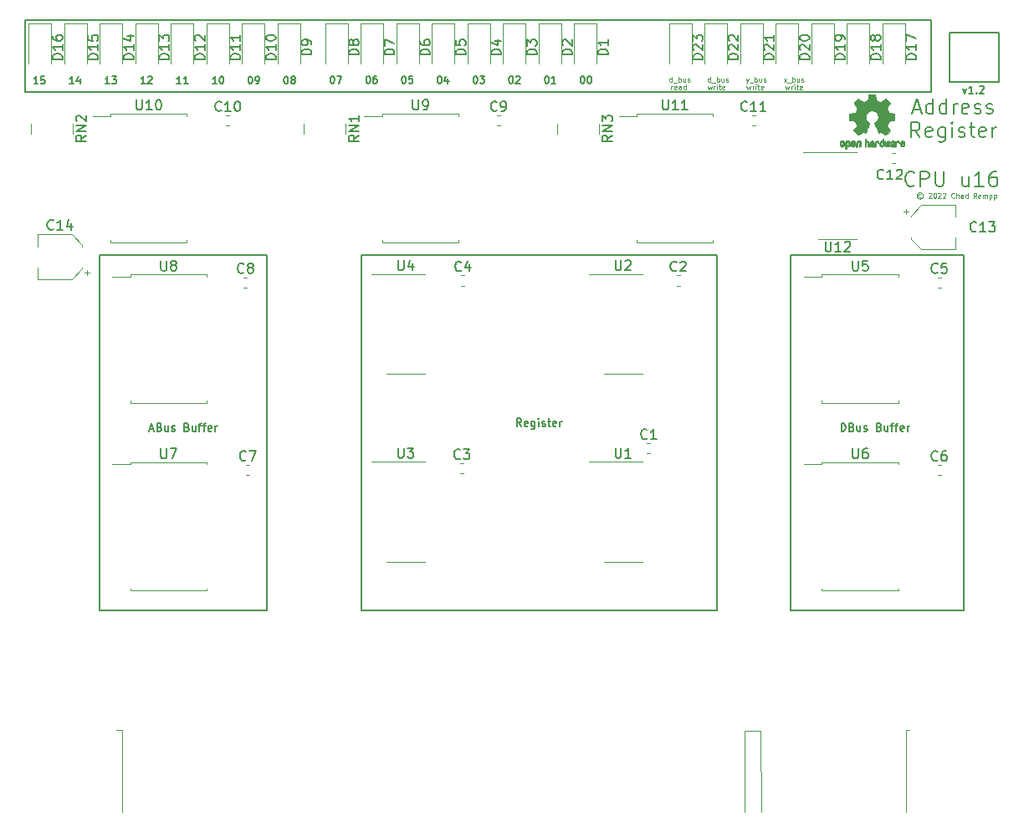
<source format=gto>
G04 #@! TF.GenerationSoftware,KiCad,Pcbnew,(5.1.8)-1*
G04 #@! TF.CreationDate,2022-01-11T15:51:24-08:00*
G04 #@! TF.ProjectId,AddressRegisterModule,41646472-6573-4735-9265-676973746572,1.0*
G04 #@! TF.SameCoordinates,Original*
G04 #@! TF.FileFunction,Legend,Top*
G04 #@! TF.FilePolarity,Positive*
%FSLAX46Y46*%
G04 Gerber Fmt 4.6, Leading zero omitted, Abs format (unit mm)*
G04 Created by KiCad (PCBNEW (5.1.8)-1) date 2022-01-11 15:51:24*
%MOMM*%
%LPD*%
G01*
G04 APERTURE LIST*
%ADD10C,0.130000*%
%ADD11C,0.153000*%
%ADD12C,0.125000*%
%ADD13C,0.150000*%
%ADD14C,0.010000*%
%ADD15C,0.120000*%
%ADD16R,1.020000X4.570000*%
%ADD17R,0.510000X0.760000*%
%ADD18R,0.300000X0.800000*%
G04 APERTURE END LIST*
D10*
X212414285Y-48137142D02*
X212595238Y-48643809D01*
X212776190Y-48137142D01*
X213463809Y-48643809D02*
X213029523Y-48643809D01*
X213246666Y-48643809D02*
X213246666Y-47883809D01*
X213174285Y-47992380D01*
X213101904Y-48064761D01*
X213029523Y-48100952D01*
X213789523Y-48571428D02*
X213825714Y-48607619D01*
X213789523Y-48643809D01*
X213753333Y-48607619D01*
X213789523Y-48571428D01*
X213789523Y-48643809D01*
X214115238Y-47956190D02*
X214151428Y-47920000D01*
X214223809Y-47883809D01*
X214404761Y-47883809D01*
X214477142Y-47920000D01*
X214513333Y-47956190D01*
X214549523Y-48028571D01*
X214549523Y-48100952D01*
X214513333Y-48209523D01*
X214079047Y-48643809D01*
X214549523Y-48643809D01*
D11*
X200090476Y-82861904D02*
X200090476Y-82061904D01*
X200280952Y-82061904D01*
X200395238Y-82100000D01*
X200471428Y-82176190D01*
X200509523Y-82252380D01*
X200547619Y-82404761D01*
X200547619Y-82519047D01*
X200509523Y-82671428D01*
X200471428Y-82747619D01*
X200395238Y-82823809D01*
X200280952Y-82861904D01*
X200090476Y-82861904D01*
X201157142Y-82442857D02*
X201271428Y-82480952D01*
X201309523Y-82519047D01*
X201347619Y-82595238D01*
X201347619Y-82709523D01*
X201309523Y-82785714D01*
X201271428Y-82823809D01*
X201195238Y-82861904D01*
X200890476Y-82861904D01*
X200890476Y-82061904D01*
X201157142Y-82061904D01*
X201233333Y-82100000D01*
X201271428Y-82138095D01*
X201309523Y-82214285D01*
X201309523Y-82290476D01*
X201271428Y-82366666D01*
X201233333Y-82404761D01*
X201157142Y-82442857D01*
X200890476Y-82442857D01*
X202033333Y-82328571D02*
X202033333Y-82861904D01*
X201690476Y-82328571D02*
X201690476Y-82747619D01*
X201728571Y-82823809D01*
X201804761Y-82861904D01*
X201919047Y-82861904D01*
X201995238Y-82823809D01*
X202033333Y-82785714D01*
X202376190Y-82823809D02*
X202452380Y-82861904D01*
X202604761Y-82861904D01*
X202680952Y-82823809D01*
X202719047Y-82747619D01*
X202719047Y-82709523D01*
X202680952Y-82633333D01*
X202604761Y-82595238D01*
X202490476Y-82595238D01*
X202414285Y-82557142D01*
X202376190Y-82480952D01*
X202376190Y-82442857D01*
X202414285Y-82366666D01*
X202490476Y-82328571D01*
X202604761Y-82328571D01*
X202680952Y-82366666D01*
X203938095Y-82442857D02*
X204052380Y-82480952D01*
X204090476Y-82519047D01*
X204128571Y-82595238D01*
X204128571Y-82709523D01*
X204090476Y-82785714D01*
X204052380Y-82823809D01*
X203976190Y-82861904D01*
X203671428Y-82861904D01*
X203671428Y-82061904D01*
X203938095Y-82061904D01*
X204014285Y-82100000D01*
X204052380Y-82138095D01*
X204090476Y-82214285D01*
X204090476Y-82290476D01*
X204052380Y-82366666D01*
X204014285Y-82404761D01*
X203938095Y-82442857D01*
X203671428Y-82442857D01*
X204814285Y-82328571D02*
X204814285Y-82861904D01*
X204471428Y-82328571D02*
X204471428Y-82747619D01*
X204509523Y-82823809D01*
X204585714Y-82861904D01*
X204700000Y-82861904D01*
X204776190Y-82823809D01*
X204814285Y-82785714D01*
X205080952Y-82328571D02*
X205385714Y-82328571D01*
X205195238Y-82861904D02*
X205195238Y-82176190D01*
X205233333Y-82100000D01*
X205309523Y-82061904D01*
X205385714Y-82061904D01*
X205538095Y-82328571D02*
X205842857Y-82328571D01*
X205652380Y-82861904D02*
X205652380Y-82176190D01*
X205690476Y-82100000D01*
X205766666Y-82061904D01*
X205842857Y-82061904D01*
X206414285Y-82823809D02*
X206338095Y-82861904D01*
X206185714Y-82861904D01*
X206109523Y-82823809D01*
X206071428Y-82747619D01*
X206071428Y-82442857D01*
X206109523Y-82366666D01*
X206185714Y-82328571D01*
X206338095Y-82328571D01*
X206414285Y-82366666D01*
X206452380Y-82442857D01*
X206452380Y-82519047D01*
X206071428Y-82595238D01*
X206795238Y-82861904D02*
X206795238Y-82328571D01*
X206795238Y-82480952D02*
X206833333Y-82404761D01*
X206871428Y-82366666D01*
X206947619Y-82328571D01*
X207023809Y-82328571D01*
X130109523Y-82633333D02*
X130490476Y-82633333D01*
X130033333Y-82861904D02*
X130300000Y-82061904D01*
X130566666Y-82861904D01*
X131100000Y-82442857D02*
X131214285Y-82480952D01*
X131252380Y-82519047D01*
X131290476Y-82595238D01*
X131290476Y-82709523D01*
X131252380Y-82785714D01*
X131214285Y-82823809D01*
X131138095Y-82861904D01*
X130833333Y-82861904D01*
X130833333Y-82061904D01*
X131100000Y-82061904D01*
X131176190Y-82100000D01*
X131214285Y-82138095D01*
X131252380Y-82214285D01*
X131252380Y-82290476D01*
X131214285Y-82366666D01*
X131176190Y-82404761D01*
X131100000Y-82442857D01*
X130833333Y-82442857D01*
X131976190Y-82328571D02*
X131976190Y-82861904D01*
X131633333Y-82328571D02*
X131633333Y-82747619D01*
X131671428Y-82823809D01*
X131747619Y-82861904D01*
X131861904Y-82861904D01*
X131938095Y-82823809D01*
X131976190Y-82785714D01*
X132319047Y-82823809D02*
X132395238Y-82861904D01*
X132547619Y-82861904D01*
X132623809Y-82823809D01*
X132661904Y-82747619D01*
X132661904Y-82709523D01*
X132623809Y-82633333D01*
X132547619Y-82595238D01*
X132433333Y-82595238D01*
X132357142Y-82557142D01*
X132319047Y-82480952D01*
X132319047Y-82442857D01*
X132357142Y-82366666D01*
X132433333Y-82328571D01*
X132547619Y-82328571D01*
X132623809Y-82366666D01*
X133880952Y-82442857D02*
X133995238Y-82480952D01*
X134033333Y-82519047D01*
X134071428Y-82595238D01*
X134071428Y-82709523D01*
X134033333Y-82785714D01*
X133995238Y-82823809D01*
X133919047Y-82861904D01*
X133614285Y-82861904D01*
X133614285Y-82061904D01*
X133880952Y-82061904D01*
X133957142Y-82100000D01*
X133995238Y-82138095D01*
X134033333Y-82214285D01*
X134033333Y-82290476D01*
X133995238Y-82366666D01*
X133957142Y-82404761D01*
X133880952Y-82442857D01*
X133614285Y-82442857D01*
X134757142Y-82328571D02*
X134757142Y-82861904D01*
X134414285Y-82328571D02*
X134414285Y-82747619D01*
X134452380Y-82823809D01*
X134528571Y-82861904D01*
X134642857Y-82861904D01*
X134719047Y-82823809D01*
X134757142Y-82785714D01*
X135023809Y-82328571D02*
X135328571Y-82328571D01*
X135138095Y-82861904D02*
X135138095Y-82176190D01*
X135176190Y-82100000D01*
X135252380Y-82061904D01*
X135328571Y-82061904D01*
X135480952Y-82328571D02*
X135785714Y-82328571D01*
X135595238Y-82861904D02*
X135595238Y-82176190D01*
X135633333Y-82100000D01*
X135709523Y-82061904D01*
X135785714Y-82061904D01*
X136357142Y-82823809D02*
X136280952Y-82861904D01*
X136128571Y-82861904D01*
X136052380Y-82823809D01*
X136014285Y-82747619D01*
X136014285Y-82442857D01*
X136052380Y-82366666D01*
X136128571Y-82328571D01*
X136280952Y-82328571D01*
X136357142Y-82366666D01*
X136395238Y-82442857D01*
X136395238Y-82519047D01*
X136014285Y-82595238D01*
X136738095Y-82861904D02*
X136738095Y-82328571D01*
X136738095Y-82480952D02*
X136776190Y-82404761D01*
X136814285Y-82366666D01*
X136890476Y-82328571D01*
X136966666Y-82328571D01*
X167709523Y-82361904D02*
X167442857Y-81980952D01*
X167252380Y-82361904D02*
X167252380Y-81561904D01*
X167557142Y-81561904D01*
X167633333Y-81600000D01*
X167671428Y-81638095D01*
X167709523Y-81714285D01*
X167709523Y-81828571D01*
X167671428Y-81904761D01*
X167633333Y-81942857D01*
X167557142Y-81980952D01*
X167252380Y-81980952D01*
X168357142Y-82323809D02*
X168280952Y-82361904D01*
X168128571Y-82361904D01*
X168052380Y-82323809D01*
X168014285Y-82247619D01*
X168014285Y-81942857D01*
X168052380Y-81866666D01*
X168128571Y-81828571D01*
X168280952Y-81828571D01*
X168357142Y-81866666D01*
X168395238Y-81942857D01*
X168395238Y-82019047D01*
X168014285Y-82095238D01*
X169080952Y-81828571D02*
X169080952Y-82476190D01*
X169042857Y-82552380D01*
X169004761Y-82590476D01*
X168928571Y-82628571D01*
X168814285Y-82628571D01*
X168738095Y-82590476D01*
X169080952Y-82323809D02*
X169004761Y-82361904D01*
X168852380Y-82361904D01*
X168776190Y-82323809D01*
X168738095Y-82285714D01*
X168700000Y-82209523D01*
X168700000Y-81980952D01*
X168738095Y-81904761D01*
X168776190Y-81866666D01*
X168852380Y-81828571D01*
X169004761Y-81828571D01*
X169080952Y-81866666D01*
X169461904Y-82361904D02*
X169461904Y-81828571D01*
X169461904Y-81561904D02*
X169423809Y-81600000D01*
X169461904Y-81638095D01*
X169500000Y-81600000D01*
X169461904Y-81561904D01*
X169461904Y-81638095D01*
X169804761Y-82323809D02*
X169880952Y-82361904D01*
X170033333Y-82361904D01*
X170109523Y-82323809D01*
X170147619Y-82247619D01*
X170147619Y-82209523D01*
X170109523Y-82133333D01*
X170033333Y-82095238D01*
X169919047Y-82095238D01*
X169842857Y-82057142D01*
X169804761Y-81980952D01*
X169804761Y-81942857D01*
X169842857Y-81866666D01*
X169919047Y-81828571D01*
X170033333Y-81828571D01*
X170109523Y-81866666D01*
X170376190Y-81828571D02*
X170680952Y-81828571D01*
X170490476Y-81561904D02*
X170490476Y-82247619D01*
X170528571Y-82323809D01*
X170604761Y-82361904D01*
X170680952Y-82361904D01*
X171252380Y-82323809D02*
X171176190Y-82361904D01*
X171023809Y-82361904D01*
X170947619Y-82323809D01*
X170909523Y-82247619D01*
X170909523Y-81942857D01*
X170947619Y-81866666D01*
X171023809Y-81828571D01*
X171176190Y-81828571D01*
X171252380Y-81866666D01*
X171290476Y-81942857D01*
X171290476Y-82019047D01*
X170909523Y-82095238D01*
X171633333Y-82361904D02*
X171633333Y-81828571D01*
X171633333Y-81980952D02*
X171671428Y-81904761D01*
X171709523Y-81866666D01*
X171785714Y-81828571D01*
X171861904Y-81828571D01*
X212500000Y-65000000D02*
X195000000Y-65000000D01*
X212500000Y-101000000D02*
X212500000Y-65000000D01*
X195000000Y-101000000D02*
X212500000Y-101000000D01*
X195000000Y-65000000D02*
X195000000Y-101000000D01*
X125000000Y-101000000D02*
X125000000Y-65000000D01*
X142000000Y-101000000D02*
X125000000Y-101000000D01*
X142000000Y-65000000D02*
X142000000Y-101000000D01*
X125000000Y-65000000D02*
X142000000Y-65000000D01*
X151500000Y-101000000D02*
X151500000Y-65000000D01*
X187500000Y-101000000D02*
X151500000Y-101000000D01*
X187500000Y-65000000D02*
X187500000Y-101000000D01*
X151500000Y-65000000D02*
X187500000Y-65000000D01*
X148564285Y-46900238D02*
X148633809Y-46900238D01*
X148703333Y-46935000D01*
X148738095Y-46969761D01*
X148772857Y-47039285D01*
X148807619Y-47178333D01*
X148807619Y-47352142D01*
X148772857Y-47491190D01*
X148738095Y-47560714D01*
X148703333Y-47595476D01*
X148633809Y-47630238D01*
X148564285Y-47630238D01*
X148494761Y-47595476D01*
X148460000Y-47560714D01*
X148425238Y-47491190D01*
X148390476Y-47352142D01*
X148390476Y-47178333D01*
X148425238Y-47039285D01*
X148460000Y-46969761D01*
X148494761Y-46935000D01*
X148564285Y-46900238D01*
X149050952Y-46900238D02*
X149537619Y-46900238D01*
X149224761Y-47630238D01*
X152179523Y-46900238D02*
X152249047Y-46900238D01*
X152318571Y-46935000D01*
X152353333Y-46969761D01*
X152388095Y-47039285D01*
X152422857Y-47178333D01*
X152422857Y-47352142D01*
X152388095Y-47491190D01*
X152353333Y-47560714D01*
X152318571Y-47595476D01*
X152249047Y-47630238D01*
X152179523Y-47630238D01*
X152110000Y-47595476D01*
X152075238Y-47560714D01*
X152040476Y-47491190D01*
X152005714Y-47352142D01*
X152005714Y-47178333D01*
X152040476Y-47039285D01*
X152075238Y-46969761D01*
X152110000Y-46935000D01*
X152179523Y-46900238D01*
X153048571Y-46900238D02*
X152909523Y-46900238D01*
X152840000Y-46935000D01*
X152805238Y-46969761D01*
X152735714Y-47074047D01*
X152700952Y-47213095D01*
X152700952Y-47491190D01*
X152735714Y-47560714D01*
X152770476Y-47595476D01*
X152840000Y-47630238D01*
X152979047Y-47630238D01*
X153048571Y-47595476D01*
X153083333Y-47560714D01*
X153118095Y-47491190D01*
X153118095Y-47317380D01*
X153083333Y-47247857D01*
X153048571Y-47213095D01*
X152979047Y-47178333D01*
X152840000Y-47178333D01*
X152770476Y-47213095D01*
X152735714Y-47247857D01*
X152700952Y-47317380D01*
X155794761Y-46900238D02*
X155864285Y-46900238D01*
X155933809Y-46935000D01*
X155968571Y-46969761D01*
X156003333Y-47039285D01*
X156038095Y-47178333D01*
X156038095Y-47352142D01*
X156003333Y-47491190D01*
X155968571Y-47560714D01*
X155933809Y-47595476D01*
X155864285Y-47630238D01*
X155794761Y-47630238D01*
X155725238Y-47595476D01*
X155690476Y-47560714D01*
X155655714Y-47491190D01*
X155620952Y-47352142D01*
X155620952Y-47178333D01*
X155655714Y-47039285D01*
X155690476Y-46969761D01*
X155725238Y-46935000D01*
X155794761Y-46900238D01*
X156698571Y-46900238D02*
X156350952Y-46900238D01*
X156316190Y-47247857D01*
X156350952Y-47213095D01*
X156420476Y-47178333D01*
X156594285Y-47178333D01*
X156663809Y-47213095D01*
X156698571Y-47247857D01*
X156733333Y-47317380D01*
X156733333Y-47491190D01*
X156698571Y-47560714D01*
X156663809Y-47595476D01*
X156594285Y-47630238D01*
X156420476Y-47630238D01*
X156350952Y-47595476D01*
X156316190Y-47560714D01*
X159410000Y-46900238D02*
X159479523Y-46900238D01*
X159549047Y-46935000D01*
X159583809Y-46969761D01*
X159618571Y-47039285D01*
X159653333Y-47178333D01*
X159653333Y-47352142D01*
X159618571Y-47491190D01*
X159583809Y-47560714D01*
X159549047Y-47595476D01*
X159479523Y-47630238D01*
X159410000Y-47630238D01*
X159340476Y-47595476D01*
X159305714Y-47560714D01*
X159270952Y-47491190D01*
X159236190Y-47352142D01*
X159236190Y-47178333D01*
X159270952Y-47039285D01*
X159305714Y-46969761D01*
X159340476Y-46935000D01*
X159410000Y-46900238D01*
X160279047Y-47143571D02*
X160279047Y-47630238D01*
X160105238Y-46865476D02*
X159931428Y-47386904D01*
X160383333Y-47386904D01*
X163025238Y-46900238D02*
X163094761Y-46900238D01*
X163164285Y-46935000D01*
X163199047Y-46969761D01*
X163233809Y-47039285D01*
X163268571Y-47178333D01*
X163268571Y-47352142D01*
X163233809Y-47491190D01*
X163199047Y-47560714D01*
X163164285Y-47595476D01*
X163094761Y-47630238D01*
X163025238Y-47630238D01*
X162955714Y-47595476D01*
X162920952Y-47560714D01*
X162886190Y-47491190D01*
X162851428Y-47352142D01*
X162851428Y-47178333D01*
X162886190Y-47039285D01*
X162920952Y-46969761D01*
X162955714Y-46935000D01*
X163025238Y-46900238D01*
X163511904Y-46900238D02*
X163963809Y-46900238D01*
X163720476Y-47178333D01*
X163824761Y-47178333D01*
X163894285Y-47213095D01*
X163929047Y-47247857D01*
X163963809Y-47317380D01*
X163963809Y-47491190D01*
X163929047Y-47560714D01*
X163894285Y-47595476D01*
X163824761Y-47630238D01*
X163616190Y-47630238D01*
X163546666Y-47595476D01*
X163511904Y-47560714D01*
X166640476Y-46900238D02*
X166710000Y-46900238D01*
X166779523Y-46935000D01*
X166814285Y-46969761D01*
X166849047Y-47039285D01*
X166883809Y-47178333D01*
X166883809Y-47352142D01*
X166849047Y-47491190D01*
X166814285Y-47560714D01*
X166779523Y-47595476D01*
X166710000Y-47630238D01*
X166640476Y-47630238D01*
X166570952Y-47595476D01*
X166536190Y-47560714D01*
X166501428Y-47491190D01*
X166466666Y-47352142D01*
X166466666Y-47178333D01*
X166501428Y-47039285D01*
X166536190Y-46969761D01*
X166570952Y-46935000D01*
X166640476Y-46900238D01*
X167161904Y-46969761D02*
X167196666Y-46935000D01*
X167266190Y-46900238D01*
X167440000Y-46900238D01*
X167509523Y-46935000D01*
X167544285Y-46969761D01*
X167579047Y-47039285D01*
X167579047Y-47108809D01*
X167544285Y-47213095D01*
X167127142Y-47630238D01*
X167579047Y-47630238D01*
X170255714Y-46900238D02*
X170325238Y-46900238D01*
X170394761Y-46935000D01*
X170429523Y-46969761D01*
X170464285Y-47039285D01*
X170499047Y-47178333D01*
X170499047Y-47352142D01*
X170464285Y-47491190D01*
X170429523Y-47560714D01*
X170394761Y-47595476D01*
X170325238Y-47630238D01*
X170255714Y-47630238D01*
X170186190Y-47595476D01*
X170151428Y-47560714D01*
X170116666Y-47491190D01*
X170081904Y-47352142D01*
X170081904Y-47178333D01*
X170116666Y-47039285D01*
X170151428Y-46969761D01*
X170186190Y-46935000D01*
X170255714Y-46900238D01*
X171194285Y-47630238D02*
X170777142Y-47630238D01*
X170985714Y-47630238D02*
X170985714Y-46900238D01*
X170916190Y-47004523D01*
X170846666Y-47074047D01*
X170777142Y-47108809D01*
X173870952Y-46900238D02*
X173940476Y-46900238D01*
X174010000Y-46935000D01*
X174044761Y-46969761D01*
X174079523Y-47039285D01*
X174114285Y-47178333D01*
X174114285Y-47352142D01*
X174079523Y-47491190D01*
X174044761Y-47560714D01*
X174010000Y-47595476D01*
X173940476Y-47630238D01*
X173870952Y-47630238D01*
X173801428Y-47595476D01*
X173766666Y-47560714D01*
X173731904Y-47491190D01*
X173697142Y-47352142D01*
X173697142Y-47178333D01*
X173731904Y-47039285D01*
X173766666Y-46969761D01*
X173801428Y-46935000D01*
X173870952Y-46900238D01*
X174566190Y-46900238D02*
X174635714Y-46900238D01*
X174705238Y-46935000D01*
X174740000Y-46969761D01*
X174774761Y-47039285D01*
X174809523Y-47178333D01*
X174809523Y-47352142D01*
X174774761Y-47491190D01*
X174740000Y-47560714D01*
X174705238Y-47595476D01*
X174635714Y-47630238D01*
X174566190Y-47630238D01*
X174496666Y-47595476D01*
X174461904Y-47560714D01*
X174427142Y-47491190D01*
X174392380Y-47352142D01*
X174392380Y-47178333D01*
X174427142Y-47039285D01*
X174461904Y-46969761D01*
X174496666Y-46935000D01*
X174566190Y-46900238D01*
X117500000Y-41250000D02*
X209200000Y-41250000D01*
X117500000Y-48500000D02*
X117500000Y-41250000D01*
X209200000Y-48500000D02*
X117500000Y-48500000D01*
X209200000Y-41250000D02*
X209200000Y-48500000D01*
D12*
X182887619Y-48239761D02*
X182887619Y-47886428D01*
X182887619Y-47987380D02*
X182912857Y-47936904D01*
X182938095Y-47911666D01*
X182988571Y-47886428D01*
X183039047Y-47886428D01*
X183417619Y-48214523D02*
X183367142Y-48239761D01*
X183266190Y-48239761D01*
X183215714Y-48214523D01*
X183190476Y-48164047D01*
X183190476Y-47962142D01*
X183215714Y-47911666D01*
X183266190Y-47886428D01*
X183367142Y-47886428D01*
X183417619Y-47911666D01*
X183442857Y-47962142D01*
X183442857Y-48012619D01*
X183190476Y-48063095D01*
X183897142Y-48239761D02*
X183897142Y-47962142D01*
X183871904Y-47911666D01*
X183821428Y-47886428D01*
X183720476Y-47886428D01*
X183670000Y-47911666D01*
X183897142Y-48214523D02*
X183846666Y-48239761D01*
X183720476Y-48239761D01*
X183670000Y-48214523D01*
X183644761Y-48164047D01*
X183644761Y-48113571D01*
X183670000Y-48063095D01*
X183720476Y-48037857D01*
X183846666Y-48037857D01*
X183897142Y-48012619D01*
X184376666Y-48239761D02*
X184376666Y-47709761D01*
X184376666Y-48214523D02*
X184326190Y-48239761D01*
X184225238Y-48239761D01*
X184174761Y-48214523D01*
X184149523Y-48189285D01*
X184124285Y-48138809D01*
X184124285Y-47987380D01*
X184149523Y-47936904D01*
X184174761Y-47911666D01*
X184225238Y-47886428D01*
X184326190Y-47886428D01*
X184376666Y-47911666D01*
X186597619Y-47886428D02*
X186698571Y-48239761D01*
X186799523Y-47987380D01*
X186900476Y-48239761D01*
X187001428Y-47886428D01*
X187203333Y-48239761D02*
X187203333Y-47886428D01*
X187203333Y-47987380D02*
X187228571Y-47936904D01*
X187253809Y-47911666D01*
X187304285Y-47886428D01*
X187354761Y-47886428D01*
X187531428Y-48239761D02*
X187531428Y-47886428D01*
X187531428Y-47709761D02*
X187506190Y-47735000D01*
X187531428Y-47760238D01*
X187556666Y-47735000D01*
X187531428Y-47709761D01*
X187531428Y-47760238D01*
X187708095Y-47886428D02*
X187910000Y-47886428D01*
X187783809Y-47709761D02*
X187783809Y-48164047D01*
X187809047Y-48214523D01*
X187859523Y-48239761D01*
X187910000Y-48239761D01*
X188288571Y-48214523D02*
X188238095Y-48239761D01*
X188137142Y-48239761D01*
X188086666Y-48214523D01*
X188061428Y-48164047D01*
X188061428Y-47962142D01*
X188086666Y-47911666D01*
X188137142Y-47886428D01*
X188238095Y-47886428D01*
X188288571Y-47911666D01*
X188313809Y-47962142D01*
X188313809Y-48012619D01*
X188061428Y-48063095D01*
X190509523Y-47886428D02*
X190610476Y-48239761D01*
X190711428Y-47987380D01*
X190812380Y-48239761D01*
X190913333Y-47886428D01*
X191115238Y-48239761D02*
X191115238Y-47886428D01*
X191115238Y-47987380D02*
X191140476Y-47936904D01*
X191165714Y-47911666D01*
X191216190Y-47886428D01*
X191266666Y-47886428D01*
X191443333Y-48239761D02*
X191443333Y-47886428D01*
X191443333Y-47709761D02*
X191418095Y-47735000D01*
X191443333Y-47760238D01*
X191468571Y-47735000D01*
X191443333Y-47709761D01*
X191443333Y-47760238D01*
X191620000Y-47886428D02*
X191821904Y-47886428D01*
X191695714Y-47709761D02*
X191695714Y-48164047D01*
X191720952Y-48214523D01*
X191771428Y-48239761D01*
X191821904Y-48239761D01*
X192200476Y-48214523D02*
X192150000Y-48239761D01*
X192049047Y-48239761D01*
X191998571Y-48214523D01*
X191973333Y-48164047D01*
X191973333Y-47962142D01*
X191998571Y-47911666D01*
X192049047Y-47886428D01*
X192150000Y-47886428D01*
X192200476Y-47911666D01*
X192225714Y-47962142D01*
X192225714Y-48012619D01*
X191973333Y-48063095D01*
X194421428Y-47886428D02*
X194522380Y-48239761D01*
X194623333Y-47987380D01*
X194724285Y-48239761D01*
X194825238Y-47886428D01*
X195027142Y-48239761D02*
X195027142Y-47886428D01*
X195027142Y-47987380D02*
X195052380Y-47936904D01*
X195077619Y-47911666D01*
X195128095Y-47886428D01*
X195178571Y-47886428D01*
X195355238Y-48239761D02*
X195355238Y-47886428D01*
X195355238Y-47709761D02*
X195330000Y-47735000D01*
X195355238Y-47760238D01*
X195380476Y-47735000D01*
X195355238Y-47709761D01*
X195355238Y-47760238D01*
X195531904Y-47886428D02*
X195733809Y-47886428D01*
X195607619Y-47709761D02*
X195607619Y-48164047D01*
X195632857Y-48214523D01*
X195683333Y-48239761D01*
X195733809Y-48239761D01*
X196112380Y-48214523D02*
X196061904Y-48239761D01*
X195960952Y-48239761D01*
X195910476Y-48214523D01*
X195885238Y-48164047D01*
X195885238Y-47962142D01*
X195910476Y-47911666D01*
X195960952Y-47886428D01*
X196061904Y-47886428D01*
X196112380Y-47911666D01*
X196137619Y-47962142D01*
X196137619Y-48012619D01*
X195885238Y-48063095D01*
X182950714Y-47489761D02*
X182950714Y-46959761D01*
X182950714Y-47464523D02*
X182900238Y-47489761D01*
X182799285Y-47489761D01*
X182748809Y-47464523D01*
X182723571Y-47439285D01*
X182698333Y-47388809D01*
X182698333Y-47237380D01*
X182723571Y-47186904D01*
X182748809Y-47161666D01*
X182799285Y-47136428D01*
X182900238Y-47136428D01*
X182950714Y-47161666D01*
X183076904Y-47540238D02*
X183480714Y-47540238D01*
X183606904Y-47489761D02*
X183606904Y-46959761D01*
X183606904Y-47161666D02*
X183657380Y-47136428D01*
X183758333Y-47136428D01*
X183808809Y-47161666D01*
X183834047Y-47186904D01*
X183859285Y-47237380D01*
X183859285Y-47388809D01*
X183834047Y-47439285D01*
X183808809Y-47464523D01*
X183758333Y-47489761D01*
X183657380Y-47489761D01*
X183606904Y-47464523D01*
X184313571Y-47136428D02*
X184313571Y-47489761D01*
X184086428Y-47136428D02*
X184086428Y-47414047D01*
X184111666Y-47464523D01*
X184162142Y-47489761D01*
X184237857Y-47489761D01*
X184288333Y-47464523D01*
X184313571Y-47439285D01*
X184540714Y-47464523D02*
X184591190Y-47489761D01*
X184692142Y-47489761D01*
X184742619Y-47464523D01*
X184767857Y-47414047D01*
X184767857Y-47388809D01*
X184742619Y-47338333D01*
X184692142Y-47313095D01*
X184616428Y-47313095D01*
X184565952Y-47287857D01*
X184540714Y-47237380D01*
X184540714Y-47212142D01*
X184565952Y-47161666D01*
X184616428Y-47136428D01*
X184692142Y-47136428D01*
X184742619Y-47161666D01*
X186837380Y-47489761D02*
X186837380Y-46959761D01*
X186837380Y-47464523D02*
X186786904Y-47489761D01*
X186685952Y-47489761D01*
X186635476Y-47464523D01*
X186610238Y-47439285D01*
X186585000Y-47388809D01*
X186585000Y-47237380D01*
X186610238Y-47186904D01*
X186635476Y-47161666D01*
X186685952Y-47136428D01*
X186786904Y-47136428D01*
X186837380Y-47161666D01*
X186963571Y-47540238D02*
X187367380Y-47540238D01*
X187493571Y-47489761D02*
X187493571Y-46959761D01*
X187493571Y-47161666D02*
X187544047Y-47136428D01*
X187645000Y-47136428D01*
X187695476Y-47161666D01*
X187720714Y-47186904D01*
X187745952Y-47237380D01*
X187745952Y-47388809D01*
X187720714Y-47439285D01*
X187695476Y-47464523D01*
X187645000Y-47489761D01*
X187544047Y-47489761D01*
X187493571Y-47464523D01*
X188200238Y-47136428D02*
X188200238Y-47489761D01*
X187973095Y-47136428D02*
X187973095Y-47414047D01*
X187998333Y-47464523D01*
X188048809Y-47489761D01*
X188124523Y-47489761D01*
X188175000Y-47464523D01*
X188200238Y-47439285D01*
X188427380Y-47464523D02*
X188477857Y-47489761D01*
X188578809Y-47489761D01*
X188629285Y-47464523D01*
X188654523Y-47414047D01*
X188654523Y-47388809D01*
X188629285Y-47338333D01*
X188578809Y-47313095D01*
X188503095Y-47313095D01*
X188452619Y-47287857D01*
X188427380Y-47237380D01*
X188427380Y-47212142D01*
X188452619Y-47161666D01*
X188503095Y-47136428D01*
X188578809Y-47136428D01*
X188629285Y-47161666D01*
X190446428Y-47136428D02*
X190572619Y-47489761D01*
X190698809Y-47136428D02*
X190572619Y-47489761D01*
X190522142Y-47615952D01*
X190496904Y-47641190D01*
X190446428Y-47666428D01*
X190774523Y-47540238D02*
X191178333Y-47540238D01*
X191304523Y-47489761D02*
X191304523Y-46959761D01*
X191304523Y-47161666D02*
X191355000Y-47136428D01*
X191455952Y-47136428D01*
X191506428Y-47161666D01*
X191531666Y-47186904D01*
X191556904Y-47237380D01*
X191556904Y-47388809D01*
X191531666Y-47439285D01*
X191506428Y-47464523D01*
X191455952Y-47489761D01*
X191355000Y-47489761D01*
X191304523Y-47464523D01*
X192011190Y-47136428D02*
X192011190Y-47489761D01*
X191784047Y-47136428D02*
X191784047Y-47414047D01*
X191809285Y-47464523D01*
X191859761Y-47489761D01*
X191935476Y-47489761D01*
X191985952Y-47464523D01*
X192011190Y-47439285D01*
X192238333Y-47464523D02*
X192288809Y-47489761D01*
X192389761Y-47489761D01*
X192440238Y-47464523D01*
X192465476Y-47414047D01*
X192465476Y-47388809D01*
X192440238Y-47338333D01*
X192389761Y-47313095D01*
X192314047Y-47313095D01*
X192263571Y-47287857D01*
X192238333Y-47237380D01*
X192238333Y-47212142D01*
X192263571Y-47161666D01*
X192314047Y-47136428D01*
X192389761Y-47136428D01*
X192440238Y-47161666D01*
X194257380Y-47489761D02*
X194535000Y-47136428D01*
X194257380Y-47136428D02*
X194535000Y-47489761D01*
X194610714Y-47540238D02*
X195014523Y-47540238D01*
X195140714Y-47489761D02*
X195140714Y-46959761D01*
X195140714Y-47161666D02*
X195191190Y-47136428D01*
X195292142Y-47136428D01*
X195342619Y-47161666D01*
X195367857Y-47186904D01*
X195393095Y-47237380D01*
X195393095Y-47388809D01*
X195367857Y-47439285D01*
X195342619Y-47464523D01*
X195292142Y-47489761D01*
X195191190Y-47489761D01*
X195140714Y-47464523D01*
X195847380Y-47136428D02*
X195847380Y-47489761D01*
X195620238Y-47136428D02*
X195620238Y-47414047D01*
X195645476Y-47464523D01*
X195695952Y-47489761D01*
X195771666Y-47489761D01*
X195822142Y-47464523D01*
X195847380Y-47439285D01*
X196074523Y-47464523D02*
X196125000Y-47489761D01*
X196225952Y-47489761D01*
X196276428Y-47464523D01*
X196301666Y-47414047D01*
X196301666Y-47388809D01*
X196276428Y-47338333D01*
X196225952Y-47313095D01*
X196150238Y-47313095D01*
X196099761Y-47287857D01*
X196074523Y-47237380D01*
X196074523Y-47212142D01*
X196099761Y-47161666D01*
X196150238Y-47136428D01*
X196225952Y-47136428D01*
X196276428Y-47161666D01*
D11*
X118807619Y-47670238D02*
X118390476Y-47670238D01*
X118599047Y-47670238D02*
X118599047Y-46940238D01*
X118529523Y-47044523D01*
X118460000Y-47114047D01*
X118390476Y-47148809D01*
X119468095Y-46940238D02*
X119120476Y-46940238D01*
X119085714Y-47287857D01*
X119120476Y-47253095D01*
X119190000Y-47218333D01*
X119363809Y-47218333D01*
X119433333Y-47253095D01*
X119468095Y-47287857D01*
X119502857Y-47357380D01*
X119502857Y-47531190D01*
X119468095Y-47600714D01*
X119433333Y-47635476D01*
X119363809Y-47670238D01*
X119190000Y-47670238D01*
X119120476Y-47635476D01*
X119085714Y-47600714D01*
X122422857Y-47670238D02*
X122005714Y-47670238D01*
X122214285Y-47670238D02*
X122214285Y-46940238D01*
X122144761Y-47044523D01*
X122075238Y-47114047D01*
X122005714Y-47148809D01*
X123048571Y-47183571D02*
X123048571Y-47670238D01*
X122874761Y-46905476D02*
X122700952Y-47426904D01*
X123152857Y-47426904D01*
X126038095Y-47670238D02*
X125620952Y-47670238D01*
X125829523Y-47670238D02*
X125829523Y-46940238D01*
X125760000Y-47044523D01*
X125690476Y-47114047D01*
X125620952Y-47148809D01*
X126281428Y-46940238D02*
X126733333Y-46940238D01*
X126490000Y-47218333D01*
X126594285Y-47218333D01*
X126663809Y-47253095D01*
X126698571Y-47287857D01*
X126733333Y-47357380D01*
X126733333Y-47531190D01*
X126698571Y-47600714D01*
X126663809Y-47635476D01*
X126594285Y-47670238D01*
X126385714Y-47670238D01*
X126316190Y-47635476D01*
X126281428Y-47600714D01*
X129653333Y-47670238D02*
X129236190Y-47670238D01*
X129444761Y-47670238D02*
X129444761Y-46940238D01*
X129375238Y-47044523D01*
X129305714Y-47114047D01*
X129236190Y-47148809D01*
X129931428Y-47009761D02*
X129966190Y-46975000D01*
X130035714Y-46940238D01*
X130209523Y-46940238D01*
X130279047Y-46975000D01*
X130313809Y-47009761D01*
X130348571Y-47079285D01*
X130348571Y-47148809D01*
X130313809Y-47253095D01*
X129896666Y-47670238D01*
X130348571Y-47670238D01*
X133268571Y-47670238D02*
X132851428Y-47670238D01*
X133059999Y-47670238D02*
X133059999Y-46940238D01*
X132990476Y-47044523D01*
X132920952Y-47114047D01*
X132851428Y-47148809D01*
X133963809Y-47670238D02*
X133546666Y-47670238D01*
X133755238Y-47670238D02*
X133755238Y-46940238D01*
X133685714Y-47044523D01*
X133616190Y-47114047D01*
X133546666Y-47148809D01*
X136883809Y-47670238D02*
X136466666Y-47670238D01*
X136675238Y-47670238D02*
X136675238Y-46940238D01*
X136605714Y-47044523D01*
X136536190Y-47114047D01*
X136466666Y-47148809D01*
X137335714Y-46940238D02*
X137405238Y-46940238D01*
X137474761Y-46975000D01*
X137509523Y-47009761D01*
X137544285Y-47079285D01*
X137579047Y-47218333D01*
X137579047Y-47392142D01*
X137544285Y-47531190D01*
X137509523Y-47600714D01*
X137474761Y-47635476D01*
X137405238Y-47670238D01*
X137335714Y-47670238D01*
X137266190Y-47635476D01*
X137231428Y-47600714D01*
X137196666Y-47531190D01*
X137161904Y-47392142D01*
X137161904Y-47218333D01*
X137196666Y-47079285D01*
X137231428Y-47009761D01*
X137266190Y-46975000D01*
X137335714Y-46940238D01*
X140255714Y-46940238D02*
X140325238Y-46940238D01*
X140394761Y-46975000D01*
X140429523Y-47009761D01*
X140464285Y-47079285D01*
X140499047Y-47218333D01*
X140499047Y-47392142D01*
X140464285Y-47531190D01*
X140429523Y-47600714D01*
X140394761Y-47635476D01*
X140325238Y-47670238D01*
X140255714Y-47670238D01*
X140186190Y-47635476D01*
X140151428Y-47600714D01*
X140116666Y-47531190D01*
X140081904Y-47392142D01*
X140081904Y-47218333D01*
X140116666Y-47079285D01*
X140151428Y-47009761D01*
X140186190Y-46975000D01*
X140255714Y-46940238D01*
X140846666Y-47670238D02*
X140985714Y-47670238D01*
X141055238Y-47635476D01*
X141090000Y-47600714D01*
X141159523Y-47496428D01*
X141194285Y-47357380D01*
X141194285Y-47079285D01*
X141159523Y-47009761D01*
X141124761Y-46975000D01*
X141055238Y-46940238D01*
X140916190Y-46940238D01*
X140846666Y-46975000D01*
X140811904Y-47009761D01*
X140777142Y-47079285D01*
X140777142Y-47253095D01*
X140811904Y-47322619D01*
X140846666Y-47357380D01*
X140916190Y-47392142D01*
X141055238Y-47392142D01*
X141124761Y-47357380D01*
X141159523Y-47322619D01*
X141194285Y-47253095D01*
X143870952Y-46940238D02*
X143940476Y-46940238D01*
X144010000Y-46975000D01*
X144044761Y-47009761D01*
X144079523Y-47079285D01*
X144114285Y-47218333D01*
X144114285Y-47392142D01*
X144079523Y-47531190D01*
X144044761Y-47600714D01*
X144010000Y-47635476D01*
X143940476Y-47670238D01*
X143870952Y-47670238D01*
X143801428Y-47635476D01*
X143766666Y-47600714D01*
X143731904Y-47531190D01*
X143697142Y-47392142D01*
X143697142Y-47218333D01*
X143731904Y-47079285D01*
X143766666Y-47009761D01*
X143801428Y-46975000D01*
X143870952Y-46940238D01*
X144531428Y-47253095D02*
X144461904Y-47218333D01*
X144427142Y-47183571D01*
X144392380Y-47114047D01*
X144392380Y-47079285D01*
X144427142Y-47009761D01*
X144461904Y-46975000D01*
X144531428Y-46940238D01*
X144670476Y-46940238D01*
X144740000Y-46975000D01*
X144774761Y-47009761D01*
X144809523Y-47079285D01*
X144809523Y-47114047D01*
X144774761Y-47183571D01*
X144740000Y-47218333D01*
X144670476Y-47253095D01*
X144531428Y-47253095D01*
X144461904Y-47287857D01*
X144427142Y-47322619D01*
X144392380Y-47392142D01*
X144392380Y-47531190D01*
X144427142Y-47600714D01*
X144461904Y-47635476D01*
X144531428Y-47670238D01*
X144670476Y-47670238D01*
X144740000Y-47635476D01*
X144774761Y-47600714D01*
X144809523Y-47531190D01*
X144809523Y-47392142D01*
X144774761Y-47322619D01*
X144740000Y-47287857D01*
X144670476Y-47253095D01*
D13*
X211050000Y-47500000D02*
X211050000Y-42491000D01*
X216050000Y-47500000D02*
X211050000Y-47500000D01*
X216050000Y-42491000D02*
X216050000Y-47500000D01*
X211050000Y-42491000D02*
X216050000Y-42491000D01*
X207364285Y-50250000D02*
X208078571Y-50250000D01*
X207221428Y-50678571D02*
X207721428Y-49178571D01*
X208221428Y-50678571D01*
X209364285Y-50678571D02*
X209364285Y-49178571D01*
X209364285Y-50607142D02*
X209221428Y-50678571D01*
X208935714Y-50678571D01*
X208792857Y-50607142D01*
X208721428Y-50535714D01*
X208650000Y-50392857D01*
X208650000Y-49964285D01*
X208721428Y-49821428D01*
X208792857Y-49750000D01*
X208935714Y-49678571D01*
X209221428Y-49678571D01*
X209364285Y-49750000D01*
X210721428Y-50678571D02*
X210721428Y-49178571D01*
X210721428Y-50607142D02*
X210578571Y-50678571D01*
X210292857Y-50678571D01*
X210150000Y-50607142D01*
X210078571Y-50535714D01*
X210007142Y-50392857D01*
X210007142Y-49964285D01*
X210078571Y-49821428D01*
X210150000Y-49750000D01*
X210292857Y-49678571D01*
X210578571Y-49678571D01*
X210721428Y-49750000D01*
X211435714Y-50678571D02*
X211435714Y-49678571D01*
X211435714Y-49964285D02*
X211507142Y-49821428D01*
X211578571Y-49750000D01*
X211721428Y-49678571D01*
X211864285Y-49678571D01*
X212935714Y-50607142D02*
X212792857Y-50678571D01*
X212507142Y-50678571D01*
X212364285Y-50607142D01*
X212292857Y-50464285D01*
X212292857Y-49892857D01*
X212364285Y-49750000D01*
X212507142Y-49678571D01*
X212792857Y-49678571D01*
X212935714Y-49750000D01*
X213007142Y-49892857D01*
X213007142Y-50035714D01*
X212292857Y-50178571D01*
X213578571Y-50607142D02*
X213721428Y-50678571D01*
X214007142Y-50678571D01*
X214150000Y-50607142D01*
X214221428Y-50464285D01*
X214221428Y-50392857D01*
X214150000Y-50250000D01*
X214007142Y-50178571D01*
X213792857Y-50178571D01*
X213650000Y-50107142D01*
X213578571Y-49964285D01*
X213578571Y-49892857D01*
X213650000Y-49750000D01*
X213792857Y-49678571D01*
X214007142Y-49678571D01*
X214150000Y-49750000D01*
X214792857Y-50607142D02*
X214935714Y-50678571D01*
X215221428Y-50678571D01*
X215364285Y-50607142D01*
X215435714Y-50464285D01*
X215435714Y-50392857D01*
X215364285Y-50250000D01*
X215221428Y-50178571D01*
X215007142Y-50178571D01*
X214864285Y-50107142D01*
X214792857Y-49964285D01*
X214792857Y-49892857D01*
X214864285Y-49750000D01*
X215007142Y-49678571D01*
X215221428Y-49678571D01*
X215364285Y-49750000D01*
X208042857Y-53078571D02*
X207542857Y-52364285D01*
X207185714Y-53078571D02*
X207185714Y-51578571D01*
X207757142Y-51578571D01*
X207900000Y-51650000D01*
X207971428Y-51721428D01*
X208042857Y-51864285D01*
X208042857Y-52078571D01*
X207971428Y-52221428D01*
X207900000Y-52292857D01*
X207757142Y-52364285D01*
X207185714Y-52364285D01*
X209257142Y-53007142D02*
X209114285Y-53078571D01*
X208828571Y-53078571D01*
X208685714Y-53007142D01*
X208614285Y-52864285D01*
X208614285Y-52292857D01*
X208685714Y-52150000D01*
X208828571Y-52078571D01*
X209114285Y-52078571D01*
X209257142Y-52150000D01*
X209328571Y-52292857D01*
X209328571Y-52435714D01*
X208614285Y-52578571D01*
X210614285Y-52078571D02*
X210614285Y-53292857D01*
X210542857Y-53435714D01*
X210471428Y-53507142D01*
X210328571Y-53578571D01*
X210114285Y-53578571D01*
X209971428Y-53507142D01*
X210614285Y-53007142D02*
X210471428Y-53078571D01*
X210185714Y-53078571D01*
X210042857Y-53007142D01*
X209971428Y-52935714D01*
X209900000Y-52792857D01*
X209900000Y-52364285D01*
X209971428Y-52221428D01*
X210042857Y-52150000D01*
X210185714Y-52078571D01*
X210471428Y-52078571D01*
X210614285Y-52150000D01*
X211328571Y-53078571D02*
X211328571Y-52078571D01*
X211328571Y-51578571D02*
X211257142Y-51650000D01*
X211328571Y-51721428D01*
X211400000Y-51650000D01*
X211328571Y-51578571D01*
X211328571Y-51721428D01*
X211971428Y-53007142D02*
X212114285Y-53078571D01*
X212400000Y-53078571D01*
X212542857Y-53007142D01*
X212614285Y-52864285D01*
X212614285Y-52792857D01*
X212542857Y-52650000D01*
X212400000Y-52578571D01*
X212185714Y-52578571D01*
X212042857Y-52507142D01*
X211971428Y-52364285D01*
X211971428Y-52292857D01*
X212042857Y-52150000D01*
X212185714Y-52078571D01*
X212400000Y-52078571D01*
X212542857Y-52150000D01*
X213042857Y-52078571D02*
X213614285Y-52078571D01*
X213257142Y-51578571D02*
X213257142Y-52864285D01*
X213328571Y-53007142D01*
X213471428Y-53078571D01*
X213614285Y-53078571D01*
X214685714Y-53007142D02*
X214542857Y-53078571D01*
X214257142Y-53078571D01*
X214114285Y-53007142D01*
X214042857Y-52864285D01*
X214042857Y-52292857D01*
X214114285Y-52150000D01*
X214257142Y-52078571D01*
X214542857Y-52078571D01*
X214685714Y-52150000D01*
X214757142Y-52292857D01*
X214757142Y-52435714D01*
X214042857Y-52578571D01*
X215400000Y-53078571D02*
X215400000Y-52078571D01*
X215400000Y-52364285D02*
X215471428Y-52221428D01*
X215542857Y-52150000D01*
X215685714Y-52078571D01*
X215828571Y-52078571D01*
D12*
X208136857Y-58845238D02*
X208089238Y-58821428D01*
X207994000Y-58821428D01*
X207946380Y-58845238D01*
X207898761Y-58892857D01*
X207874952Y-58940476D01*
X207874952Y-59035714D01*
X207898761Y-59083333D01*
X207946380Y-59130952D01*
X207994000Y-59154761D01*
X208089238Y-59154761D01*
X208136857Y-59130952D01*
X208041619Y-58654761D02*
X207922571Y-58678571D01*
X207803523Y-58750000D01*
X207732095Y-58869047D01*
X207708285Y-58988095D01*
X207732095Y-59107142D01*
X207803523Y-59226190D01*
X207922571Y-59297619D01*
X208041619Y-59321428D01*
X208160666Y-59297619D01*
X208279714Y-59226190D01*
X208351142Y-59107142D01*
X208374952Y-58988095D01*
X208351142Y-58869047D01*
X208279714Y-58750000D01*
X208160666Y-58678571D01*
X208041619Y-58654761D01*
X208946380Y-58773809D02*
X208970190Y-58750000D01*
X209017809Y-58726190D01*
X209136857Y-58726190D01*
X209184476Y-58750000D01*
X209208285Y-58773809D01*
X209232095Y-58821428D01*
X209232095Y-58869047D01*
X209208285Y-58940476D01*
X208922571Y-59226190D01*
X209232095Y-59226190D01*
X209541619Y-58726190D02*
X209589238Y-58726190D01*
X209636857Y-58750000D01*
X209660666Y-58773809D01*
X209684476Y-58821428D01*
X209708285Y-58916666D01*
X209708285Y-59035714D01*
X209684476Y-59130952D01*
X209660666Y-59178571D01*
X209636857Y-59202380D01*
X209589238Y-59226190D01*
X209541619Y-59226190D01*
X209494000Y-59202380D01*
X209470190Y-59178571D01*
X209446380Y-59130952D01*
X209422571Y-59035714D01*
X209422571Y-58916666D01*
X209446380Y-58821428D01*
X209470190Y-58773809D01*
X209494000Y-58750000D01*
X209541619Y-58726190D01*
X209898761Y-58773809D02*
X209922571Y-58750000D01*
X209970190Y-58726190D01*
X210089238Y-58726190D01*
X210136857Y-58750000D01*
X210160666Y-58773809D01*
X210184476Y-58821428D01*
X210184476Y-58869047D01*
X210160666Y-58940476D01*
X209874952Y-59226190D01*
X210184476Y-59226190D01*
X210374952Y-58773809D02*
X210398761Y-58750000D01*
X210446380Y-58726190D01*
X210565428Y-58726190D01*
X210613047Y-58750000D01*
X210636857Y-58773809D01*
X210660666Y-58821428D01*
X210660666Y-58869047D01*
X210636857Y-58940476D01*
X210351142Y-59226190D01*
X210660666Y-59226190D01*
X211541619Y-59178571D02*
X211517809Y-59202380D01*
X211446380Y-59226190D01*
X211398761Y-59226190D01*
X211327333Y-59202380D01*
X211279714Y-59154761D01*
X211255904Y-59107142D01*
X211232095Y-59011904D01*
X211232095Y-58940476D01*
X211255904Y-58845238D01*
X211279714Y-58797619D01*
X211327333Y-58750000D01*
X211398761Y-58726190D01*
X211446380Y-58726190D01*
X211517809Y-58750000D01*
X211541619Y-58773809D01*
X211755904Y-59226190D02*
X211755904Y-58726190D01*
X211970190Y-59226190D02*
X211970190Y-58964285D01*
X211946380Y-58916666D01*
X211898761Y-58892857D01*
X211827333Y-58892857D01*
X211779714Y-58916666D01*
X211755904Y-58940476D01*
X212422571Y-59226190D02*
X212422571Y-58964285D01*
X212398761Y-58916666D01*
X212351142Y-58892857D01*
X212255904Y-58892857D01*
X212208285Y-58916666D01*
X212422571Y-59202380D02*
X212374952Y-59226190D01*
X212255904Y-59226190D01*
X212208285Y-59202380D01*
X212184476Y-59154761D01*
X212184476Y-59107142D01*
X212208285Y-59059523D01*
X212255904Y-59035714D01*
X212374952Y-59035714D01*
X212422571Y-59011904D01*
X212874952Y-59226190D02*
X212874952Y-58726190D01*
X212874952Y-59202380D02*
X212827333Y-59226190D01*
X212732095Y-59226190D01*
X212684476Y-59202380D01*
X212660666Y-59178571D01*
X212636857Y-59130952D01*
X212636857Y-58988095D01*
X212660666Y-58940476D01*
X212684476Y-58916666D01*
X212732095Y-58892857D01*
X212827333Y-58892857D01*
X212874952Y-58916666D01*
X213779714Y-59226190D02*
X213613047Y-58988095D01*
X213494000Y-59226190D02*
X213494000Y-58726190D01*
X213684476Y-58726190D01*
X213732095Y-58750000D01*
X213755904Y-58773809D01*
X213779714Y-58821428D01*
X213779714Y-58892857D01*
X213755904Y-58940476D01*
X213732095Y-58964285D01*
X213684476Y-58988095D01*
X213494000Y-58988095D01*
X214184476Y-59202380D02*
X214136857Y-59226190D01*
X214041619Y-59226190D01*
X213994000Y-59202380D01*
X213970190Y-59154761D01*
X213970190Y-58964285D01*
X213994000Y-58916666D01*
X214041619Y-58892857D01*
X214136857Y-58892857D01*
X214184476Y-58916666D01*
X214208285Y-58964285D01*
X214208285Y-59011904D01*
X213970190Y-59059523D01*
X214422571Y-59226190D02*
X214422571Y-58892857D01*
X214422571Y-58940476D02*
X214446380Y-58916666D01*
X214494000Y-58892857D01*
X214565428Y-58892857D01*
X214613047Y-58916666D01*
X214636857Y-58964285D01*
X214636857Y-59226190D01*
X214636857Y-58964285D02*
X214660666Y-58916666D01*
X214708285Y-58892857D01*
X214779714Y-58892857D01*
X214827333Y-58916666D01*
X214851142Y-58964285D01*
X214851142Y-59226190D01*
X215089238Y-58892857D02*
X215089238Y-59392857D01*
X215089238Y-58916666D02*
X215136857Y-58892857D01*
X215232095Y-58892857D01*
X215279714Y-58916666D01*
X215303523Y-58940476D01*
X215327333Y-58988095D01*
X215327333Y-59130952D01*
X215303523Y-59178571D01*
X215279714Y-59202380D01*
X215232095Y-59226190D01*
X215136857Y-59226190D01*
X215089238Y-59202380D01*
X215541619Y-58892857D02*
X215541619Y-59392857D01*
X215541619Y-58916666D02*
X215589238Y-58892857D01*
X215684476Y-58892857D01*
X215732095Y-58916666D01*
X215755904Y-58940476D01*
X215779714Y-58988095D01*
X215779714Y-59130952D01*
X215755904Y-59178571D01*
X215732095Y-59202380D01*
X215684476Y-59226190D01*
X215589238Y-59226190D01*
X215541619Y-59202380D01*
D13*
X207486000Y-57896714D02*
X207414571Y-57968142D01*
X207200285Y-58039571D01*
X207057428Y-58039571D01*
X206843142Y-57968142D01*
X206700285Y-57825285D01*
X206628857Y-57682428D01*
X206557428Y-57396714D01*
X206557428Y-57182428D01*
X206628857Y-56896714D01*
X206700285Y-56753857D01*
X206843142Y-56611000D01*
X207057428Y-56539571D01*
X207200285Y-56539571D01*
X207414571Y-56611000D01*
X207486000Y-56682428D01*
X208128857Y-58039571D02*
X208128857Y-56539571D01*
X208700285Y-56539571D01*
X208843142Y-56611000D01*
X208914571Y-56682428D01*
X208986000Y-56825285D01*
X208986000Y-57039571D01*
X208914571Y-57182428D01*
X208843142Y-57253857D01*
X208700285Y-57325285D01*
X208128857Y-57325285D01*
X209628857Y-56539571D02*
X209628857Y-57753857D01*
X209700285Y-57896714D01*
X209771714Y-57968142D01*
X209914571Y-58039571D01*
X210200285Y-58039571D01*
X210343142Y-57968142D01*
X210414571Y-57896714D01*
X210486000Y-57753857D01*
X210486000Y-56539571D01*
X212986000Y-57039571D02*
X212986000Y-58039571D01*
X212343142Y-57039571D02*
X212343142Y-57825285D01*
X212414571Y-57968142D01*
X212557428Y-58039571D01*
X212771714Y-58039571D01*
X212914571Y-57968142D01*
X212986000Y-57896714D01*
X214486000Y-58039571D02*
X213628857Y-58039571D01*
X214057428Y-58039571D02*
X214057428Y-56539571D01*
X213914571Y-56753857D01*
X213771714Y-56896714D01*
X213628857Y-56968142D01*
X215771714Y-56539571D02*
X215486000Y-56539571D01*
X215343142Y-56611000D01*
X215271714Y-56682428D01*
X215128857Y-56896714D01*
X215057428Y-57182428D01*
X215057428Y-57753857D01*
X215128857Y-57896714D01*
X215200285Y-57968142D01*
X215343142Y-58039571D01*
X215628857Y-58039571D01*
X215771714Y-57968142D01*
X215843142Y-57896714D01*
X215914571Y-57753857D01*
X215914571Y-57396714D01*
X215843142Y-57253857D01*
X215771714Y-57182428D01*
X215628857Y-57111000D01*
X215343142Y-57111000D01*
X215200285Y-57182428D01*
X215128857Y-57253857D01*
X215057428Y-57396714D01*
D14*
G36*
X203303910Y-48742348D02*
G01*
X203382454Y-48742778D01*
X203439298Y-48743942D01*
X203478105Y-48746207D01*
X203502538Y-48749940D01*
X203516262Y-48755506D01*
X203522940Y-48763273D01*
X203526236Y-48773605D01*
X203526556Y-48774943D01*
X203531562Y-48799079D01*
X203540829Y-48846701D01*
X203553392Y-48912741D01*
X203568287Y-48992128D01*
X203584551Y-49079796D01*
X203585119Y-49082875D01*
X203601410Y-49168789D01*
X203616652Y-49244696D01*
X203629861Y-49306045D01*
X203640054Y-49348282D01*
X203646248Y-49366855D01*
X203646543Y-49367184D01*
X203664788Y-49376253D01*
X203702405Y-49391367D01*
X203751271Y-49409262D01*
X203751543Y-49409358D01*
X203813093Y-49432493D01*
X203885657Y-49461965D01*
X203954057Y-49491597D01*
X203957294Y-49493062D01*
X204068702Y-49543626D01*
X204315399Y-49375160D01*
X204391077Y-49323803D01*
X204459631Y-49277889D01*
X204517088Y-49240030D01*
X204559476Y-49212837D01*
X204582825Y-49198921D01*
X204585042Y-49197889D01*
X204602010Y-49202484D01*
X204633701Y-49224655D01*
X204681352Y-49265447D01*
X204746198Y-49325905D01*
X204812397Y-49390227D01*
X204876214Y-49453612D01*
X204933329Y-49511451D01*
X204980305Y-49560175D01*
X205013703Y-49596210D01*
X205030085Y-49615984D01*
X205030694Y-49617002D01*
X205032505Y-49630572D01*
X205025683Y-49652733D01*
X205008540Y-49686478D01*
X204979393Y-49734800D01*
X204936555Y-49800692D01*
X204879448Y-49885517D01*
X204828766Y-49960177D01*
X204783461Y-50027140D01*
X204746150Y-50082516D01*
X204719452Y-50122420D01*
X204705985Y-50142962D01*
X204705137Y-50144356D01*
X204706781Y-50164038D01*
X204719245Y-50202293D01*
X204740048Y-50251889D01*
X204747462Y-50267728D01*
X204779814Y-50338290D01*
X204814328Y-50418353D01*
X204842365Y-50487629D01*
X204862568Y-50539045D01*
X204878615Y-50578119D01*
X204887888Y-50598541D01*
X204889041Y-50600114D01*
X204906096Y-50602721D01*
X204946298Y-50609863D01*
X205004302Y-50620523D01*
X205074763Y-50633685D01*
X205152335Y-50648333D01*
X205231672Y-50663449D01*
X205307431Y-50678018D01*
X205374264Y-50691022D01*
X205426828Y-50701445D01*
X205459776Y-50708270D01*
X205467857Y-50710199D01*
X205476205Y-50714962D01*
X205482506Y-50725718D01*
X205487045Y-50746098D01*
X205490104Y-50779734D01*
X205491967Y-50830255D01*
X205492918Y-50901292D01*
X205493240Y-50996476D01*
X205493257Y-51035492D01*
X205493257Y-51352799D01*
X205417057Y-51367839D01*
X205374663Y-51375995D01*
X205311400Y-51387899D01*
X205234962Y-51402116D01*
X205153043Y-51417210D01*
X205130400Y-51421355D01*
X205054806Y-51436053D01*
X204988953Y-51450505D01*
X204938366Y-51463375D01*
X204908574Y-51473322D01*
X204903612Y-51476287D01*
X204891426Y-51497283D01*
X204873953Y-51537967D01*
X204854577Y-51590322D01*
X204850734Y-51601600D01*
X204825339Y-51671523D01*
X204793817Y-51750418D01*
X204762969Y-51821266D01*
X204762817Y-51821595D01*
X204711447Y-51932733D01*
X204880399Y-52181253D01*
X205049352Y-52429772D01*
X204832429Y-52647058D01*
X204766819Y-52711726D01*
X204706979Y-52768733D01*
X204656267Y-52815033D01*
X204618046Y-52847584D01*
X204595675Y-52863343D01*
X204592466Y-52864343D01*
X204573626Y-52856469D01*
X204535180Y-52834578D01*
X204481330Y-52801267D01*
X204416276Y-52759131D01*
X204345940Y-52711943D01*
X204274555Y-52663810D01*
X204210908Y-52621928D01*
X204159041Y-52588871D01*
X204122995Y-52567218D01*
X204106867Y-52559543D01*
X204087189Y-52566037D01*
X204049875Y-52583150D01*
X204002621Y-52607326D01*
X203997612Y-52610013D01*
X203933977Y-52641927D01*
X203890341Y-52657579D01*
X203863202Y-52657745D01*
X203849057Y-52643204D01*
X203848975Y-52643000D01*
X203841905Y-52625779D01*
X203825042Y-52584899D01*
X203799695Y-52523525D01*
X203767171Y-52444819D01*
X203728778Y-52351947D01*
X203685822Y-52248072D01*
X203644222Y-52147502D01*
X203598504Y-52036516D01*
X203556526Y-51933703D01*
X203519548Y-51842215D01*
X203488827Y-51765201D01*
X203465622Y-51705815D01*
X203451190Y-51667209D01*
X203446743Y-51652800D01*
X203457896Y-51636272D01*
X203487069Y-51609930D01*
X203525971Y-51580887D01*
X203636757Y-51489039D01*
X203723351Y-51383759D01*
X203784716Y-51267266D01*
X203819815Y-51141776D01*
X203827608Y-51009507D01*
X203821943Y-50948457D01*
X203791078Y-50821795D01*
X203737920Y-50709941D01*
X203665767Y-50614001D01*
X203577917Y-50535076D01*
X203477665Y-50474270D01*
X203368310Y-50432687D01*
X203253147Y-50411428D01*
X203135475Y-50411599D01*
X203018590Y-50434301D01*
X202905789Y-50480638D01*
X202800369Y-50551713D01*
X202756368Y-50591911D01*
X202671979Y-50695129D01*
X202613222Y-50807925D01*
X202579704Y-50927010D01*
X202571035Y-51049095D01*
X202586823Y-51170893D01*
X202626678Y-51289116D01*
X202690207Y-51400475D01*
X202777021Y-51501684D01*
X202874029Y-51580887D01*
X202914437Y-51611162D01*
X202942982Y-51637219D01*
X202953257Y-51652825D01*
X202947877Y-51669843D01*
X202932575Y-51710500D01*
X202908612Y-51771642D01*
X202877244Y-51850119D01*
X202839732Y-51942780D01*
X202797333Y-52046472D01*
X202755663Y-52147526D01*
X202709690Y-52258607D01*
X202667107Y-52361541D01*
X202629221Y-52453165D01*
X202597340Y-52530316D01*
X202572771Y-52589831D01*
X202556820Y-52628544D01*
X202550910Y-52643000D01*
X202536948Y-52657685D01*
X202509940Y-52657642D01*
X202466413Y-52642099D01*
X202402890Y-52610284D01*
X202402388Y-52610013D01*
X202354560Y-52585323D01*
X202315897Y-52567338D01*
X202294095Y-52559614D01*
X202293133Y-52559543D01*
X202276721Y-52567378D01*
X202240487Y-52589165D01*
X202188474Y-52622328D01*
X202124725Y-52664291D01*
X202054060Y-52711943D01*
X201982116Y-52760191D01*
X201917274Y-52802151D01*
X201863735Y-52835227D01*
X201825697Y-52856821D01*
X201807533Y-52864343D01*
X201790808Y-52854457D01*
X201757180Y-52826826D01*
X201710010Y-52784495D01*
X201652658Y-52730505D01*
X201588484Y-52667899D01*
X201567497Y-52646983D01*
X201350499Y-52429623D01*
X201515668Y-52187220D01*
X201565864Y-52112781D01*
X201609919Y-52045972D01*
X201645362Y-51990665D01*
X201669719Y-51950729D01*
X201680522Y-51930036D01*
X201680838Y-51928563D01*
X201675143Y-51909058D01*
X201659826Y-51869822D01*
X201637537Y-51817430D01*
X201621893Y-51782355D01*
X201592641Y-51715201D01*
X201565094Y-51647358D01*
X201543737Y-51590034D01*
X201537935Y-51572572D01*
X201521452Y-51525938D01*
X201505340Y-51489905D01*
X201496490Y-51476287D01*
X201476960Y-51467952D01*
X201434334Y-51456137D01*
X201374145Y-51442181D01*
X201301922Y-51427422D01*
X201269600Y-51421355D01*
X201187522Y-51406273D01*
X201108795Y-51391669D01*
X201041109Y-51378980D01*
X200992160Y-51369642D01*
X200982943Y-51367839D01*
X200906743Y-51352799D01*
X200906743Y-51035492D01*
X200906914Y-50931154D01*
X200907616Y-50852213D01*
X200909134Y-50795038D01*
X200911749Y-50755999D01*
X200915746Y-50731465D01*
X200921409Y-50717805D01*
X200929020Y-50711389D01*
X200932143Y-50710199D01*
X200950978Y-50705980D01*
X200992588Y-50697562D01*
X201051630Y-50685961D01*
X201122757Y-50672195D01*
X201200625Y-50657280D01*
X201279887Y-50642232D01*
X201355198Y-50628069D01*
X201421213Y-50615806D01*
X201472587Y-50606461D01*
X201503975Y-50601050D01*
X201510959Y-50600114D01*
X201517285Y-50587596D01*
X201531290Y-50554246D01*
X201550355Y-50506377D01*
X201557634Y-50487629D01*
X201586996Y-50415195D01*
X201621571Y-50335170D01*
X201652537Y-50267728D01*
X201675323Y-50216159D01*
X201690482Y-50173785D01*
X201695542Y-50147834D01*
X201694736Y-50144356D01*
X201684041Y-50127936D01*
X201659620Y-50091417D01*
X201624095Y-50038687D01*
X201580087Y-49973635D01*
X201530217Y-49900151D01*
X201520356Y-49885645D01*
X201462492Y-49799704D01*
X201419956Y-49734261D01*
X201391054Y-49686304D01*
X201374090Y-49652820D01*
X201367367Y-49630795D01*
X201369190Y-49617217D01*
X201369236Y-49617131D01*
X201383586Y-49599297D01*
X201415323Y-49564817D01*
X201461010Y-49517268D01*
X201517204Y-49460222D01*
X201580468Y-49397255D01*
X201587602Y-49390227D01*
X201667330Y-49313020D01*
X201728857Y-49256330D01*
X201773421Y-49219110D01*
X201802257Y-49200315D01*
X201814958Y-49197889D01*
X201833494Y-49208471D01*
X201871961Y-49232916D01*
X201926386Y-49268612D01*
X201992798Y-49312947D01*
X202067225Y-49363311D01*
X202084601Y-49375160D01*
X202331297Y-49543626D01*
X202442706Y-49493062D01*
X202510457Y-49463595D01*
X202583183Y-49433959D01*
X202645703Y-49410330D01*
X202648457Y-49409358D01*
X202697360Y-49391457D01*
X202735057Y-49376320D01*
X202753425Y-49367210D01*
X202753456Y-49367184D01*
X202759285Y-49350717D01*
X202769192Y-49310219D01*
X202782195Y-49250242D01*
X202797309Y-49175340D01*
X202813552Y-49090064D01*
X202814881Y-49082875D01*
X202831175Y-48995014D01*
X202846133Y-48915260D01*
X202858791Y-48848681D01*
X202868186Y-48800347D01*
X202873354Y-48775325D01*
X202873444Y-48774943D01*
X202876589Y-48764299D01*
X202882704Y-48756262D01*
X202895453Y-48750467D01*
X202918500Y-48746547D01*
X202955509Y-48744135D01*
X203010144Y-48742865D01*
X203086067Y-48742371D01*
X203186944Y-48742286D01*
X203200000Y-48742286D01*
X203303910Y-48742348D01*
G37*
X203303910Y-48742348D02*
X203382454Y-48742778D01*
X203439298Y-48743942D01*
X203478105Y-48746207D01*
X203502538Y-48749940D01*
X203516262Y-48755506D01*
X203522940Y-48763273D01*
X203526236Y-48773605D01*
X203526556Y-48774943D01*
X203531562Y-48799079D01*
X203540829Y-48846701D01*
X203553392Y-48912741D01*
X203568287Y-48992128D01*
X203584551Y-49079796D01*
X203585119Y-49082875D01*
X203601410Y-49168789D01*
X203616652Y-49244696D01*
X203629861Y-49306045D01*
X203640054Y-49348282D01*
X203646248Y-49366855D01*
X203646543Y-49367184D01*
X203664788Y-49376253D01*
X203702405Y-49391367D01*
X203751271Y-49409262D01*
X203751543Y-49409358D01*
X203813093Y-49432493D01*
X203885657Y-49461965D01*
X203954057Y-49491597D01*
X203957294Y-49493062D01*
X204068702Y-49543626D01*
X204315399Y-49375160D01*
X204391077Y-49323803D01*
X204459631Y-49277889D01*
X204517088Y-49240030D01*
X204559476Y-49212837D01*
X204582825Y-49198921D01*
X204585042Y-49197889D01*
X204602010Y-49202484D01*
X204633701Y-49224655D01*
X204681352Y-49265447D01*
X204746198Y-49325905D01*
X204812397Y-49390227D01*
X204876214Y-49453612D01*
X204933329Y-49511451D01*
X204980305Y-49560175D01*
X205013703Y-49596210D01*
X205030085Y-49615984D01*
X205030694Y-49617002D01*
X205032505Y-49630572D01*
X205025683Y-49652733D01*
X205008540Y-49686478D01*
X204979393Y-49734800D01*
X204936555Y-49800692D01*
X204879448Y-49885517D01*
X204828766Y-49960177D01*
X204783461Y-50027140D01*
X204746150Y-50082516D01*
X204719452Y-50122420D01*
X204705985Y-50142962D01*
X204705137Y-50144356D01*
X204706781Y-50164038D01*
X204719245Y-50202293D01*
X204740048Y-50251889D01*
X204747462Y-50267728D01*
X204779814Y-50338290D01*
X204814328Y-50418353D01*
X204842365Y-50487629D01*
X204862568Y-50539045D01*
X204878615Y-50578119D01*
X204887888Y-50598541D01*
X204889041Y-50600114D01*
X204906096Y-50602721D01*
X204946298Y-50609863D01*
X205004302Y-50620523D01*
X205074763Y-50633685D01*
X205152335Y-50648333D01*
X205231672Y-50663449D01*
X205307431Y-50678018D01*
X205374264Y-50691022D01*
X205426828Y-50701445D01*
X205459776Y-50708270D01*
X205467857Y-50710199D01*
X205476205Y-50714962D01*
X205482506Y-50725718D01*
X205487045Y-50746098D01*
X205490104Y-50779734D01*
X205491967Y-50830255D01*
X205492918Y-50901292D01*
X205493240Y-50996476D01*
X205493257Y-51035492D01*
X205493257Y-51352799D01*
X205417057Y-51367839D01*
X205374663Y-51375995D01*
X205311400Y-51387899D01*
X205234962Y-51402116D01*
X205153043Y-51417210D01*
X205130400Y-51421355D01*
X205054806Y-51436053D01*
X204988953Y-51450505D01*
X204938366Y-51463375D01*
X204908574Y-51473322D01*
X204903612Y-51476287D01*
X204891426Y-51497283D01*
X204873953Y-51537967D01*
X204854577Y-51590322D01*
X204850734Y-51601600D01*
X204825339Y-51671523D01*
X204793817Y-51750418D01*
X204762969Y-51821266D01*
X204762817Y-51821595D01*
X204711447Y-51932733D01*
X204880399Y-52181253D01*
X205049352Y-52429772D01*
X204832429Y-52647058D01*
X204766819Y-52711726D01*
X204706979Y-52768733D01*
X204656267Y-52815033D01*
X204618046Y-52847584D01*
X204595675Y-52863343D01*
X204592466Y-52864343D01*
X204573626Y-52856469D01*
X204535180Y-52834578D01*
X204481330Y-52801267D01*
X204416276Y-52759131D01*
X204345940Y-52711943D01*
X204274555Y-52663810D01*
X204210908Y-52621928D01*
X204159041Y-52588871D01*
X204122995Y-52567218D01*
X204106867Y-52559543D01*
X204087189Y-52566037D01*
X204049875Y-52583150D01*
X204002621Y-52607326D01*
X203997612Y-52610013D01*
X203933977Y-52641927D01*
X203890341Y-52657579D01*
X203863202Y-52657745D01*
X203849057Y-52643204D01*
X203848975Y-52643000D01*
X203841905Y-52625779D01*
X203825042Y-52584899D01*
X203799695Y-52523525D01*
X203767171Y-52444819D01*
X203728778Y-52351947D01*
X203685822Y-52248072D01*
X203644222Y-52147502D01*
X203598504Y-52036516D01*
X203556526Y-51933703D01*
X203519548Y-51842215D01*
X203488827Y-51765201D01*
X203465622Y-51705815D01*
X203451190Y-51667209D01*
X203446743Y-51652800D01*
X203457896Y-51636272D01*
X203487069Y-51609930D01*
X203525971Y-51580887D01*
X203636757Y-51489039D01*
X203723351Y-51383759D01*
X203784716Y-51267266D01*
X203819815Y-51141776D01*
X203827608Y-51009507D01*
X203821943Y-50948457D01*
X203791078Y-50821795D01*
X203737920Y-50709941D01*
X203665767Y-50614001D01*
X203577917Y-50535076D01*
X203477665Y-50474270D01*
X203368310Y-50432687D01*
X203253147Y-50411428D01*
X203135475Y-50411599D01*
X203018590Y-50434301D01*
X202905789Y-50480638D01*
X202800369Y-50551713D01*
X202756368Y-50591911D01*
X202671979Y-50695129D01*
X202613222Y-50807925D01*
X202579704Y-50927010D01*
X202571035Y-51049095D01*
X202586823Y-51170893D01*
X202626678Y-51289116D01*
X202690207Y-51400475D01*
X202777021Y-51501684D01*
X202874029Y-51580887D01*
X202914437Y-51611162D01*
X202942982Y-51637219D01*
X202953257Y-51652825D01*
X202947877Y-51669843D01*
X202932575Y-51710500D01*
X202908612Y-51771642D01*
X202877244Y-51850119D01*
X202839732Y-51942780D01*
X202797333Y-52046472D01*
X202755663Y-52147526D01*
X202709690Y-52258607D01*
X202667107Y-52361541D01*
X202629221Y-52453165D01*
X202597340Y-52530316D01*
X202572771Y-52589831D01*
X202556820Y-52628544D01*
X202550910Y-52643000D01*
X202536948Y-52657685D01*
X202509940Y-52657642D01*
X202466413Y-52642099D01*
X202402890Y-52610284D01*
X202402388Y-52610013D01*
X202354560Y-52585323D01*
X202315897Y-52567338D01*
X202294095Y-52559614D01*
X202293133Y-52559543D01*
X202276721Y-52567378D01*
X202240487Y-52589165D01*
X202188474Y-52622328D01*
X202124725Y-52664291D01*
X202054060Y-52711943D01*
X201982116Y-52760191D01*
X201917274Y-52802151D01*
X201863735Y-52835227D01*
X201825697Y-52856821D01*
X201807533Y-52864343D01*
X201790808Y-52854457D01*
X201757180Y-52826826D01*
X201710010Y-52784495D01*
X201652658Y-52730505D01*
X201588484Y-52667899D01*
X201567497Y-52646983D01*
X201350499Y-52429623D01*
X201515668Y-52187220D01*
X201565864Y-52112781D01*
X201609919Y-52045972D01*
X201645362Y-51990665D01*
X201669719Y-51950729D01*
X201680522Y-51930036D01*
X201680838Y-51928563D01*
X201675143Y-51909058D01*
X201659826Y-51869822D01*
X201637537Y-51817430D01*
X201621893Y-51782355D01*
X201592641Y-51715201D01*
X201565094Y-51647358D01*
X201543737Y-51590034D01*
X201537935Y-51572572D01*
X201521452Y-51525938D01*
X201505340Y-51489905D01*
X201496490Y-51476287D01*
X201476960Y-51467952D01*
X201434334Y-51456137D01*
X201374145Y-51442181D01*
X201301922Y-51427422D01*
X201269600Y-51421355D01*
X201187522Y-51406273D01*
X201108795Y-51391669D01*
X201041109Y-51378980D01*
X200992160Y-51369642D01*
X200982943Y-51367839D01*
X200906743Y-51352799D01*
X200906743Y-51035492D01*
X200906914Y-50931154D01*
X200907616Y-50852213D01*
X200909134Y-50795038D01*
X200911749Y-50755999D01*
X200915746Y-50731465D01*
X200921409Y-50717805D01*
X200929020Y-50711389D01*
X200932143Y-50710199D01*
X200950978Y-50705980D01*
X200992588Y-50697562D01*
X201051630Y-50685961D01*
X201122757Y-50672195D01*
X201200625Y-50657280D01*
X201279887Y-50642232D01*
X201355198Y-50628069D01*
X201421213Y-50615806D01*
X201472587Y-50606461D01*
X201503975Y-50601050D01*
X201510959Y-50600114D01*
X201517285Y-50587596D01*
X201531290Y-50554246D01*
X201550355Y-50506377D01*
X201557634Y-50487629D01*
X201586996Y-50415195D01*
X201621571Y-50335170D01*
X201652537Y-50267728D01*
X201675323Y-50216159D01*
X201690482Y-50173785D01*
X201695542Y-50147834D01*
X201694736Y-50144356D01*
X201684041Y-50127936D01*
X201659620Y-50091417D01*
X201624095Y-50038687D01*
X201580087Y-49973635D01*
X201530217Y-49900151D01*
X201520356Y-49885645D01*
X201462492Y-49799704D01*
X201419956Y-49734261D01*
X201391054Y-49686304D01*
X201374090Y-49652820D01*
X201367367Y-49630795D01*
X201369190Y-49617217D01*
X201369236Y-49617131D01*
X201383586Y-49599297D01*
X201415323Y-49564817D01*
X201461010Y-49517268D01*
X201517204Y-49460222D01*
X201580468Y-49397255D01*
X201587602Y-49390227D01*
X201667330Y-49313020D01*
X201728857Y-49256330D01*
X201773421Y-49219110D01*
X201802257Y-49200315D01*
X201814958Y-49197889D01*
X201833494Y-49208471D01*
X201871961Y-49232916D01*
X201926386Y-49268612D01*
X201992798Y-49312947D01*
X202067225Y-49363311D01*
X202084601Y-49375160D01*
X202331297Y-49543626D01*
X202442706Y-49493062D01*
X202510457Y-49463595D01*
X202583183Y-49433959D01*
X202645703Y-49410330D01*
X202648457Y-49409358D01*
X202697360Y-49391457D01*
X202735057Y-49376320D01*
X202753425Y-49367210D01*
X202753456Y-49367184D01*
X202759285Y-49350717D01*
X202769192Y-49310219D01*
X202782195Y-49250242D01*
X202797309Y-49175340D01*
X202813552Y-49090064D01*
X202814881Y-49082875D01*
X202831175Y-48995014D01*
X202846133Y-48915260D01*
X202858791Y-48848681D01*
X202868186Y-48800347D01*
X202873354Y-48775325D01*
X202873444Y-48774943D01*
X202876589Y-48764299D01*
X202882704Y-48756262D01*
X202895453Y-48750467D01*
X202918500Y-48746547D01*
X202955509Y-48744135D01*
X203010144Y-48742865D01*
X203086067Y-48742371D01*
X203186944Y-48742286D01*
X203200000Y-48742286D01*
X203303910Y-48742348D01*
G36*
X206353595Y-53466966D02*
G01*
X206411021Y-53504497D01*
X206438719Y-53538096D01*
X206460662Y-53599064D01*
X206462405Y-53647308D01*
X206458457Y-53711816D01*
X206309686Y-53776934D01*
X206237349Y-53810202D01*
X206190084Y-53836964D01*
X206165507Y-53860144D01*
X206161237Y-53882667D01*
X206174889Y-53907455D01*
X206189943Y-53923886D01*
X206233746Y-53950235D01*
X206281389Y-53952081D01*
X206325145Y-53931546D01*
X206357289Y-53890752D01*
X206363038Y-53876347D01*
X206390576Y-53831356D01*
X206422258Y-53812182D01*
X206465714Y-53795779D01*
X206465714Y-53857966D01*
X206461872Y-53900283D01*
X206446823Y-53935969D01*
X206415280Y-53976943D01*
X206410592Y-53982267D01*
X206375506Y-54018720D01*
X206345347Y-54038283D01*
X206307615Y-54047283D01*
X206276335Y-54050230D01*
X206220385Y-54050965D01*
X206180555Y-54041660D01*
X206155708Y-54027846D01*
X206116656Y-53997467D01*
X206089625Y-53964613D01*
X206072517Y-53923294D01*
X206063238Y-53867521D01*
X206059693Y-53791305D01*
X206059410Y-53752622D01*
X206060372Y-53706247D01*
X206148007Y-53706247D01*
X206149023Y-53731126D01*
X206151556Y-53735200D01*
X206168274Y-53729665D01*
X206204249Y-53715017D01*
X206252331Y-53694190D01*
X206262386Y-53689714D01*
X206323152Y-53658814D01*
X206356632Y-53631657D01*
X206363990Y-53606220D01*
X206346391Y-53580481D01*
X206331856Y-53569109D01*
X206279410Y-53546364D01*
X206230322Y-53550122D01*
X206189227Y-53577884D01*
X206160758Y-53627152D01*
X206151631Y-53666257D01*
X206148007Y-53706247D01*
X206060372Y-53706247D01*
X206061285Y-53662249D01*
X206068196Y-53595384D01*
X206081884Y-53546695D01*
X206104096Y-53510849D01*
X206136574Y-53482513D01*
X206150733Y-53473355D01*
X206215053Y-53449507D01*
X206285473Y-53448006D01*
X206353595Y-53466966D01*
G37*
X206353595Y-53466966D02*
X206411021Y-53504497D01*
X206438719Y-53538096D01*
X206460662Y-53599064D01*
X206462405Y-53647308D01*
X206458457Y-53711816D01*
X206309686Y-53776934D01*
X206237349Y-53810202D01*
X206190084Y-53836964D01*
X206165507Y-53860144D01*
X206161237Y-53882667D01*
X206174889Y-53907455D01*
X206189943Y-53923886D01*
X206233746Y-53950235D01*
X206281389Y-53952081D01*
X206325145Y-53931546D01*
X206357289Y-53890752D01*
X206363038Y-53876347D01*
X206390576Y-53831356D01*
X206422258Y-53812182D01*
X206465714Y-53795779D01*
X206465714Y-53857966D01*
X206461872Y-53900283D01*
X206446823Y-53935969D01*
X206415280Y-53976943D01*
X206410592Y-53982267D01*
X206375506Y-54018720D01*
X206345347Y-54038283D01*
X206307615Y-54047283D01*
X206276335Y-54050230D01*
X206220385Y-54050965D01*
X206180555Y-54041660D01*
X206155708Y-54027846D01*
X206116656Y-53997467D01*
X206089625Y-53964613D01*
X206072517Y-53923294D01*
X206063238Y-53867521D01*
X206059693Y-53791305D01*
X206059410Y-53752622D01*
X206060372Y-53706247D01*
X206148007Y-53706247D01*
X206149023Y-53731126D01*
X206151556Y-53735200D01*
X206168274Y-53729665D01*
X206204249Y-53715017D01*
X206252331Y-53694190D01*
X206262386Y-53689714D01*
X206323152Y-53658814D01*
X206356632Y-53631657D01*
X206363990Y-53606220D01*
X206346391Y-53580481D01*
X206331856Y-53569109D01*
X206279410Y-53546364D01*
X206230322Y-53550122D01*
X206189227Y-53577884D01*
X206160758Y-53627152D01*
X206151631Y-53666257D01*
X206148007Y-53706247D01*
X206060372Y-53706247D01*
X206061285Y-53662249D01*
X206068196Y-53595384D01*
X206081884Y-53546695D01*
X206104096Y-53510849D01*
X206136574Y-53482513D01*
X206150733Y-53473355D01*
X206215053Y-53449507D01*
X206285473Y-53448006D01*
X206353595Y-53466966D01*
G36*
X205852600Y-53458752D02*
G01*
X205869948Y-53466334D01*
X205911356Y-53499128D01*
X205946765Y-53546547D01*
X205968664Y-53597151D01*
X205972229Y-53622098D01*
X205960279Y-53656927D01*
X205934067Y-53675357D01*
X205905964Y-53686516D01*
X205893095Y-53688572D01*
X205886829Y-53673649D01*
X205874456Y-53641175D01*
X205869028Y-53626502D01*
X205838590Y-53575744D01*
X205794520Y-53550427D01*
X205738010Y-53551206D01*
X205733825Y-53552203D01*
X205703655Y-53566507D01*
X205681476Y-53594393D01*
X205666327Y-53639287D01*
X205657250Y-53704615D01*
X205653286Y-53793804D01*
X205652914Y-53841261D01*
X205652730Y-53916071D01*
X205651522Y-53967069D01*
X205648309Y-53999471D01*
X205642109Y-54018495D01*
X205631940Y-54029356D01*
X205616819Y-54037272D01*
X205615946Y-54037670D01*
X205586828Y-54049981D01*
X205572403Y-54054514D01*
X205570186Y-54040809D01*
X205568289Y-54002925D01*
X205566847Y-53945715D01*
X205565998Y-53874027D01*
X205565829Y-53821565D01*
X205566692Y-53720047D01*
X205570070Y-53643032D01*
X205577142Y-53586023D01*
X205589088Y-53544526D01*
X205607090Y-53514043D01*
X205632327Y-53490080D01*
X205657247Y-53473355D01*
X205717171Y-53451097D01*
X205786911Y-53446076D01*
X205852600Y-53458752D01*
G37*
X205852600Y-53458752D02*
X205869948Y-53466334D01*
X205911356Y-53499128D01*
X205946765Y-53546547D01*
X205968664Y-53597151D01*
X205972229Y-53622098D01*
X205960279Y-53656927D01*
X205934067Y-53675357D01*
X205905964Y-53686516D01*
X205893095Y-53688572D01*
X205886829Y-53673649D01*
X205874456Y-53641175D01*
X205869028Y-53626502D01*
X205838590Y-53575744D01*
X205794520Y-53550427D01*
X205738010Y-53551206D01*
X205733825Y-53552203D01*
X205703655Y-53566507D01*
X205681476Y-53594393D01*
X205666327Y-53639287D01*
X205657250Y-53704615D01*
X205653286Y-53793804D01*
X205652914Y-53841261D01*
X205652730Y-53916071D01*
X205651522Y-53967069D01*
X205648309Y-53999471D01*
X205642109Y-54018495D01*
X205631940Y-54029356D01*
X205616819Y-54037272D01*
X205615946Y-54037670D01*
X205586828Y-54049981D01*
X205572403Y-54054514D01*
X205570186Y-54040809D01*
X205568289Y-54002925D01*
X205566847Y-53945715D01*
X205565998Y-53874027D01*
X205565829Y-53821565D01*
X205566692Y-53720047D01*
X205570070Y-53643032D01*
X205577142Y-53586023D01*
X205589088Y-53544526D01*
X205607090Y-53514043D01*
X205632327Y-53490080D01*
X205657247Y-53473355D01*
X205717171Y-53451097D01*
X205786911Y-53446076D01*
X205852600Y-53458752D01*
G36*
X205344876Y-53456335D02*
G01*
X205386667Y-53475344D01*
X205419469Y-53498378D01*
X205443503Y-53524133D01*
X205460097Y-53557358D01*
X205470577Y-53602800D01*
X205476271Y-53665207D01*
X205478507Y-53749327D01*
X205478743Y-53804721D01*
X205478743Y-54020826D01*
X205441774Y-54037670D01*
X205412656Y-54049981D01*
X205398231Y-54054514D01*
X205395472Y-54041025D01*
X205393282Y-54004653D01*
X205391942Y-53951542D01*
X205391657Y-53909372D01*
X205390434Y-53848447D01*
X205387136Y-53800115D01*
X205382321Y-53770518D01*
X205378496Y-53764229D01*
X205352783Y-53770652D01*
X205312418Y-53787125D01*
X205265679Y-53809458D01*
X205220845Y-53833457D01*
X205186193Y-53854930D01*
X205170002Y-53869685D01*
X205169938Y-53869845D01*
X205171330Y-53897152D01*
X205183818Y-53923219D01*
X205205743Y-53944392D01*
X205237743Y-53951474D01*
X205265092Y-53950649D01*
X205303826Y-53950042D01*
X205324158Y-53959116D01*
X205336369Y-53983092D01*
X205337909Y-53987613D01*
X205343203Y-54021806D01*
X205329047Y-54042568D01*
X205292148Y-54052462D01*
X205252289Y-54054292D01*
X205180562Y-54040727D01*
X205143432Y-54021355D01*
X205097576Y-53975845D01*
X205073256Y-53919983D01*
X205071073Y-53860957D01*
X205091629Y-53805953D01*
X205122549Y-53771486D01*
X205153420Y-53752189D01*
X205201942Y-53727759D01*
X205258485Y-53702985D01*
X205267910Y-53699199D01*
X205330019Y-53671791D01*
X205365822Y-53647634D01*
X205377337Y-53623619D01*
X205366580Y-53596635D01*
X205348114Y-53575543D01*
X205304469Y-53549572D01*
X205256446Y-53547624D01*
X205212406Y-53567637D01*
X205180709Y-53607551D01*
X205176549Y-53617848D01*
X205152327Y-53655724D01*
X205116965Y-53683842D01*
X205072343Y-53706917D01*
X205072343Y-53641485D01*
X205074969Y-53601506D01*
X205086230Y-53569997D01*
X205111199Y-53536378D01*
X205135169Y-53510484D01*
X205172441Y-53473817D01*
X205201401Y-53454121D01*
X205232505Y-53446220D01*
X205267713Y-53444914D01*
X205344876Y-53456335D01*
G37*
X205344876Y-53456335D02*
X205386667Y-53475344D01*
X205419469Y-53498378D01*
X205443503Y-53524133D01*
X205460097Y-53557358D01*
X205470577Y-53602800D01*
X205476271Y-53665207D01*
X205478507Y-53749327D01*
X205478743Y-53804721D01*
X205478743Y-54020826D01*
X205441774Y-54037670D01*
X205412656Y-54049981D01*
X205398231Y-54054514D01*
X205395472Y-54041025D01*
X205393282Y-54004653D01*
X205391942Y-53951542D01*
X205391657Y-53909372D01*
X205390434Y-53848447D01*
X205387136Y-53800115D01*
X205382321Y-53770518D01*
X205378496Y-53764229D01*
X205352783Y-53770652D01*
X205312418Y-53787125D01*
X205265679Y-53809458D01*
X205220845Y-53833457D01*
X205186193Y-53854930D01*
X205170002Y-53869685D01*
X205169938Y-53869845D01*
X205171330Y-53897152D01*
X205183818Y-53923219D01*
X205205743Y-53944392D01*
X205237743Y-53951474D01*
X205265092Y-53950649D01*
X205303826Y-53950042D01*
X205324158Y-53959116D01*
X205336369Y-53983092D01*
X205337909Y-53987613D01*
X205343203Y-54021806D01*
X205329047Y-54042568D01*
X205292148Y-54052462D01*
X205252289Y-54054292D01*
X205180562Y-54040727D01*
X205143432Y-54021355D01*
X205097576Y-53975845D01*
X205073256Y-53919983D01*
X205071073Y-53860957D01*
X205091629Y-53805953D01*
X205122549Y-53771486D01*
X205153420Y-53752189D01*
X205201942Y-53727759D01*
X205258485Y-53702985D01*
X205267910Y-53699199D01*
X205330019Y-53671791D01*
X205365822Y-53647634D01*
X205377337Y-53623619D01*
X205366580Y-53596635D01*
X205348114Y-53575543D01*
X205304469Y-53549572D01*
X205256446Y-53547624D01*
X205212406Y-53567637D01*
X205180709Y-53607551D01*
X205176549Y-53617848D01*
X205152327Y-53655724D01*
X205116965Y-53683842D01*
X205072343Y-53706917D01*
X205072343Y-53641485D01*
X205074969Y-53601506D01*
X205086230Y-53569997D01*
X205111199Y-53536378D01*
X205135169Y-53510484D01*
X205172441Y-53473817D01*
X205201401Y-53454121D01*
X205232505Y-53446220D01*
X205267713Y-53444914D01*
X205344876Y-53456335D01*
G36*
X204979833Y-53458663D02*
G01*
X204982048Y-53496850D01*
X204983784Y-53554886D01*
X204984899Y-53628180D01*
X204985257Y-53705055D01*
X204985257Y-53965196D01*
X204939326Y-54011127D01*
X204907675Y-54039429D01*
X204879890Y-54050893D01*
X204841915Y-54050168D01*
X204826840Y-54048321D01*
X204779726Y-54042948D01*
X204740756Y-54039869D01*
X204731257Y-54039585D01*
X204699233Y-54041445D01*
X204653432Y-54046114D01*
X204635674Y-54048321D01*
X204592057Y-54051735D01*
X204562745Y-54044320D01*
X204533680Y-54021427D01*
X204523188Y-54011127D01*
X204477257Y-53965196D01*
X204477257Y-53478602D01*
X204514226Y-53461758D01*
X204546059Y-53449282D01*
X204564683Y-53444914D01*
X204569458Y-53458718D01*
X204573921Y-53497286D01*
X204577775Y-53556356D01*
X204580722Y-53631663D01*
X204582143Y-53695286D01*
X204586114Y-53945657D01*
X204620759Y-53950556D01*
X204652268Y-53947131D01*
X204667708Y-53936041D01*
X204672023Y-53915308D01*
X204675708Y-53871145D01*
X204678469Y-53809146D01*
X204680012Y-53734909D01*
X204680235Y-53696706D01*
X204680457Y-53476783D01*
X204726166Y-53460849D01*
X204758518Y-53450015D01*
X204776115Y-53444962D01*
X204776623Y-53444914D01*
X204778388Y-53458648D01*
X204780329Y-53496730D01*
X204782282Y-53554482D01*
X204784084Y-53627227D01*
X204785343Y-53695286D01*
X204789314Y-53945657D01*
X204876400Y-53945657D01*
X204880396Y-53717240D01*
X204884392Y-53488822D01*
X204926847Y-53466868D01*
X204958192Y-53451793D01*
X204976744Y-53444951D01*
X204977279Y-53444914D01*
X204979833Y-53458663D01*
G37*
X204979833Y-53458663D02*
X204982048Y-53496850D01*
X204983784Y-53554886D01*
X204984899Y-53628180D01*
X204985257Y-53705055D01*
X204985257Y-53965196D01*
X204939326Y-54011127D01*
X204907675Y-54039429D01*
X204879890Y-54050893D01*
X204841915Y-54050168D01*
X204826840Y-54048321D01*
X204779726Y-54042948D01*
X204740756Y-54039869D01*
X204731257Y-54039585D01*
X204699233Y-54041445D01*
X204653432Y-54046114D01*
X204635674Y-54048321D01*
X204592057Y-54051735D01*
X204562745Y-54044320D01*
X204533680Y-54021427D01*
X204523188Y-54011127D01*
X204477257Y-53965196D01*
X204477257Y-53478602D01*
X204514226Y-53461758D01*
X204546059Y-53449282D01*
X204564683Y-53444914D01*
X204569458Y-53458718D01*
X204573921Y-53497286D01*
X204577775Y-53556356D01*
X204580722Y-53631663D01*
X204582143Y-53695286D01*
X204586114Y-53945657D01*
X204620759Y-53950556D01*
X204652268Y-53947131D01*
X204667708Y-53936041D01*
X204672023Y-53915308D01*
X204675708Y-53871145D01*
X204678469Y-53809146D01*
X204680012Y-53734909D01*
X204680235Y-53696706D01*
X204680457Y-53476783D01*
X204726166Y-53460849D01*
X204758518Y-53450015D01*
X204776115Y-53444962D01*
X204776623Y-53444914D01*
X204778388Y-53458648D01*
X204780329Y-53496730D01*
X204782282Y-53554482D01*
X204784084Y-53627227D01*
X204785343Y-53695286D01*
X204789314Y-53945657D01*
X204876400Y-53945657D01*
X204880396Y-53717240D01*
X204884392Y-53488822D01*
X204926847Y-53466868D01*
X204958192Y-53451793D01*
X204976744Y-53444951D01*
X204977279Y-53444914D01*
X204979833Y-53458663D01*
G36*
X204390117Y-53565358D02*
G01*
X204389933Y-53673837D01*
X204389219Y-53757287D01*
X204387675Y-53819704D01*
X204385001Y-53865085D01*
X204380894Y-53897429D01*
X204375055Y-53920733D01*
X204367182Y-53938995D01*
X204361221Y-53949418D01*
X204311855Y-54005945D01*
X204249264Y-54041377D01*
X204180013Y-54054090D01*
X204110668Y-54042463D01*
X204069375Y-54021568D01*
X204026025Y-53985422D01*
X203996481Y-53941276D01*
X203978655Y-53883462D01*
X203970463Y-53806313D01*
X203969302Y-53749714D01*
X203969458Y-53745647D01*
X204070857Y-53745647D01*
X204071476Y-53810550D01*
X204074314Y-53853514D01*
X204080840Y-53881622D01*
X204092523Y-53901953D01*
X204106483Y-53917288D01*
X204153365Y-53946890D01*
X204203701Y-53949419D01*
X204251276Y-53924705D01*
X204254979Y-53921356D01*
X204270783Y-53903935D01*
X204280693Y-53883209D01*
X204286058Y-53852362D01*
X204288228Y-53804577D01*
X204288571Y-53751748D01*
X204287827Y-53685381D01*
X204284748Y-53641106D01*
X204278061Y-53612009D01*
X204266496Y-53591173D01*
X204257013Y-53580107D01*
X204212960Y-53552198D01*
X204162224Y-53548843D01*
X204113796Y-53570159D01*
X204104450Y-53578073D01*
X204088540Y-53595647D01*
X204078610Y-53616587D01*
X204073278Y-53647782D01*
X204071163Y-53696122D01*
X204070857Y-53745647D01*
X203969458Y-53745647D01*
X203972810Y-53658568D01*
X203984726Y-53590086D01*
X204007135Y-53538600D01*
X204042124Y-53498443D01*
X204069375Y-53477861D01*
X204118907Y-53455625D01*
X204176316Y-53445304D01*
X204229682Y-53448067D01*
X204259543Y-53459212D01*
X204271261Y-53462383D01*
X204279037Y-53450557D01*
X204284465Y-53418866D01*
X204288571Y-53370593D01*
X204293067Y-53316829D01*
X204299313Y-53284482D01*
X204310676Y-53265985D01*
X204330528Y-53253770D01*
X204343000Y-53248362D01*
X204390171Y-53228601D01*
X204390117Y-53565358D01*
G37*
X204390117Y-53565358D02*
X204389933Y-53673837D01*
X204389219Y-53757287D01*
X204387675Y-53819704D01*
X204385001Y-53865085D01*
X204380894Y-53897429D01*
X204375055Y-53920733D01*
X204367182Y-53938995D01*
X204361221Y-53949418D01*
X204311855Y-54005945D01*
X204249264Y-54041377D01*
X204180013Y-54054090D01*
X204110668Y-54042463D01*
X204069375Y-54021568D01*
X204026025Y-53985422D01*
X203996481Y-53941276D01*
X203978655Y-53883462D01*
X203970463Y-53806313D01*
X203969302Y-53749714D01*
X203969458Y-53745647D01*
X204070857Y-53745647D01*
X204071476Y-53810550D01*
X204074314Y-53853514D01*
X204080840Y-53881622D01*
X204092523Y-53901953D01*
X204106483Y-53917288D01*
X204153365Y-53946890D01*
X204203701Y-53949419D01*
X204251276Y-53924705D01*
X204254979Y-53921356D01*
X204270783Y-53903935D01*
X204280693Y-53883209D01*
X204286058Y-53852362D01*
X204288228Y-53804577D01*
X204288571Y-53751748D01*
X204287827Y-53685381D01*
X204284748Y-53641106D01*
X204278061Y-53612009D01*
X204266496Y-53591173D01*
X204257013Y-53580107D01*
X204212960Y-53552198D01*
X204162224Y-53548843D01*
X204113796Y-53570159D01*
X204104450Y-53578073D01*
X204088540Y-53595647D01*
X204078610Y-53616587D01*
X204073278Y-53647782D01*
X204071163Y-53696122D01*
X204070857Y-53745647D01*
X203969458Y-53745647D01*
X203972810Y-53658568D01*
X203984726Y-53590086D01*
X204007135Y-53538600D01*
X204042124Y-53498443D01*
X204069375Y-53477861D01*
X204118907Y-53455625D01*
X204176316Y-53445304D01*
X204229682Y-53448067D01*
X204259543Y-53459212D01*
X204271261Y-53462383D01*
X204279037Y-53450557D01*
X204284465Y-53418866D01*
X204288571Y-53370593D01*
X204293067Y-53316829D01*
X204299313Y-53284482D01*
X204310676Y-53265985D01*
X204330528Y-53253770D01*
X204343000Y-53248362D01*
X204390171Y-53228601D01*
X204390117Y-53565358D01*
G36*
X203729926Y-53449755D02*
G01*
X203795858Y-53474084D01*
X203849273Y-53517117D01*
X203870164Y-53547409D01*
X203892939Y-53602994D01*
X203892466Y-53643186D01*
X203868562Y-53670217D01*
X203859717Y-53674813D01*
X203821530Y-53689144D01*
X203802028Y-53685472D01*
X203795422Y-53661407D01*
X203795086Y-53648114D01*
X203782992Y-53599210D01*
X203751471Y-53564999D01*
X203707659Y-53548476D01*
X203658695Y-53552634D01*
X203618894Y-53574227D01*
X203605450Y-53586544D01*
X203595921Y-53601487D01*
X203589485Y-53624075D01*
X203585317Y-53659328D01*
X203582597Y-53712266D01*
X203580502Y-53787907D01*
X203579960Y-53811857D01*
X203577981Y-53893790D01*
X203575731Y-53951455D01*
X203572357Y-53989608D01*
X203567006Y-54013004D01*
X203558824Y-54026398D01*
X203546959Y-54034545D01*
X203539362Y-54038144D01*
X203507102Y-54050452D01*
X203488111Y-54054514D01*
X203481836Y-54040948D01*
X203478006Y-53999934D01*
X203476600Y-53930999D01*
X203477598Y-53833669D01*
X203477908Y-53818657D01*
X203480101Y-53729859D01*
X203482693Y-53665019D01*
X203486382Y-53619067D01*
X203491864Y-53586935D01*
X203499835Y-53563553D01*
X203510993Y-53543852D01*
X203516830Y-53535410D01*
X203550296Y-53498057D01*
X203587727Y-53469003D01*
X203592309Y-53466467D01*
X203659426Y-53446443D01*
X203729926Y-53449755D01*
G37*
X203729926Y-53449755D02*
X203795858Y-53474084D01*
X203849273Y-53517117D01*
X203870164Y-53547409D01*
X203892939Y-53602994D01*
X203892466Y-53643186D01*
X203868562Y-53670217D01*
X203859717Y-53674813D01*
X203821530Y-53689144D01*
X203802028Y-53685472D01*
X203795422Y-53661407D01*
X203795086Y-53648114D01*
X203782992Y-53599210D01*
X203751471Y-53564999D01*
X203707659Y-53548476D01*
X203658695Y-53552634D01*
X203618894Y-53574227D01*
X203605450Y-53586544D01*
X203595921Y-53601487D01*
X203589485Y-53624075D01*
X203585317Y-53659328D01*
X203582597Y-53712266D01*
X203580502Y-53787907D01*
X203579960Y-53811857D01*
X203577981Y-53893790D01*
X203575731Y-53951455D01*
X203572357Y-53989608D01*
X203567006Y-54013004D01*
X203558824Y-54026398D01*
X203546959Y-54034545D01*
X203539362Y-54038144D01*
X203507102Y-54050452D01*
X203488111Y-54054514D01*
X203481836Y-54040948D01*
X203478006Y-53999934D01*
X203476600Y-53930999D01*
X203477598Y-53833669D01*
X203477908Y-53818657D01*
X203480101Y-53729859D01*
X203482693Y-53665019D01*
X203486382Y-53619067D01*
X203491864Y-53586935D01*
X203499835Y-53563553D01*
X203510993Y-53543852D01*
X203516830Y-53535410D01*
X203550296Y-53498057D01*
X203587727Y-53469003D01*
X203592309Y-53466467D01*
X203659426Y-53446443D01*
X203729926Y-53449755D01*
G36*
X203239744Y-53450968D02*
G01*
X203296616Y-53472087D01*
X203297267Y-53472493D01*
X203332440Y-53498380D01*
X203358407Y-53528633D01*
X203376670Y-53568058D01*
X203388732Y-53621462D01*
X203396096Y-53693651D01*
X203400264Y-53789432D01*
X203400629Y-53803078D01*
X203405876Y-54008842D01*
X203361716Y-54031678D01*
X203329763Y-54047110D01*
X203310470Y-54054423D01*
X203309578Y-54054514D01*
X203306239Y-54041022D01*
X203303587Y-54004626D01*
X203301956Y-53951452D01*
X203301600Y-53908393D01*
X203301592Y-53838641D01*
X203298403Y-53794837D01*
X203287288Y-53773944D01*
X203263501Y-53772925D01*
X203222296Y-53788741D01*
X203160086Y-53817815D01*
X203114341Y-53841963D01*
X203090813Y-53862913D01*
X203083896Y-53885747D01*
X203083886Y-53886877D01*
X203095299Y-53926212D01*
X203129092Y-53947462D01*
X203180809Y-53950539D01*
X203218061Y-53950006D01*
X203237703Y-53960735D01*
X203249952Y-53986505D01*
X203257002Y-54019337D01*
X203246842Y-54037966D01*
X203243017Y-54040632D01*
X203207001Y-54051340D01*
X203156566Y-54052856D01*
X203104626Y-54045759D01*
X203067822Y-54032788D01*
X203016938Y-53989585D01*
X202988014Y-53929446D01*
X202982286Y-53882462D01*
X202986657Y-53840082D01*
X203002475Y-53805488D01*
X203033797Y-53774763D01*
X203084678Y-53743990D01*
X203159176Y-53709252D01*
X203163714Y-53707288D01*
X203230821Y-53676287D01*
X203272232Y-53650862D01*
X203289981Y-53628014D01*
X203286107Y-53604745D01*
X203262643Y-53578056D01*
X203255627Y-53571914D01*
X203208630Y-53548100D01*
X203159933Y-53549103D01*
X203117522Y-53572451D01*
X203089384Y-53615675D01*
X203086769Y-53624160D01*
X203061308Y-53665308D01*
X203029001Y-53685128D01*
X202982286Y-53704770D01*
X202982286Y-53653950D01*
X202996496Y-53580082D01*
X203038675Y-53512327D01*
X203060624Y-53489661D01*
X203110517Y-53460569D01*
X203173967Y-53447400D01*
X203239744Y-53450968D01*
G37*
X203239744Y-53450968D02*
X203296616Y-53472087D01*
X203297267Y-53472493D01*
X203332440Y-53498380D01*
X203358407Y-53528633D01*
X203376670Y-53568058D01*
X203388732Y-53621462D01*
X203396096Y-53693651D01*
X203400264Y-53789432D01*
X203400629Y-53803078D01*
X203405876Y-54008842D01*
X203361716Y-54031678D01*
X203329763Y-54047110D01*
X203310470Y-54054423D01*
X203309578Y-54054514D01*
X203306239Y-54041022D01*
X203303587Y-54004626D01*
X203301956Y-53951452D01*
X203301600Y-53908393D01*
X203301592Y-53838641D01*
X203298403Y-53794837D01*
X203287288Y-53773944D01*
X203263501Y-53772925D01*
X203222296Y-53788741D01*
X203160086Y-53817815D01*
X203114341Y-53841963D01*
X203090813Y-53862913D01*
X203083896Y-53885747D01*
X203083886Y-53886877D01*
X203095299Y-53926212D01*
X203129092Y-53947462D01*
X203180809Y-53950539D01*
X203218061Y-53950006D01*
X203237703Y-53960735D01*
X203249952Y-53986505D01*
X203257002Y-54019337D01*
X203246842Y-54037966D01*
X203243017Y-54040632D01*
X203207001Y-54051340D01*
X203156566Y-54052856D01*
X203104626Y-54045759D01*
X203067822Y-54032788D01*
X203016938Y-53989585D01*
X202988014Y-53929446D01*
X202982286Y-53882462D01*
X202986657Y-53840082D01*
X203002475Y-53805488D01*
X203033797Y-53774763D01*
X203084678Y-53743990D01*
X203159176Y-53709252D01*
X203163714Y-53707288D01*
X203230821Y-53676287D01*
X203272232Y-53650862D01*
X203289981Y-53628014D01*
X203286107Y-53604745D01*
X203262643Y-53578056D01*
X203255627Y-53571914D01*
X203208630Y-53548100D01*
X203159933Y-53549103D01*
X203117522Y-53572451D01*
X203089384Y-53615675D01*
X203086769Y-53624160D01*
X203061308Y-53665308D01*
X203029001Y-53685128D01*
X202982286Y-53704770D01*
X202982286Y-53653950D01*
X202996496Y-53580082D01*
X203038675Y-53512327D01*
X203060624Y-53489661D01*
X203110517Y-53460569D01*
X203173967Y-53447400D01*
X203239744Y-53450968D01*
G36*
X202575886Y-53351289D02*
G01*
X202580139Y-53410613D01*
X202585025Y-53445572D01*
X202591795Y-53460820D01*
X202601702Y-53461015D01*
X202604914Y-53459195D01*
X202647644Y-53446015D01*
X202703227Y-53446785D01*
X202759737Y-53460333D01*
X202795082Y-53477861D01*
X202831321Y-53505861D01*
X202857813Y-53537549D01*
X202875999Y-53577813D01*
X202887322Y-53631543D01*
X202893222Y-53703626D01*
X202895143Y-53798951D01*
X202895177Y-53817237D01*
X202895200Y-54022646D01*
X202849491Y-54038580D01*
X202817027Y-54049420D01*
X202799215Y-54054468D01*
X202798691Y-54054514D01*
X202796937Y-54040828D01*
X202795444Y-54003076D01*
X202794326Y-53946224D01*
X202793697Y-53875234D01*
X202793600Y-53832073D01*
X202793398Y-53746973D01*
X202792358Y-53685981D01*
X202789831Y-53644177D01*
X202785164Y-53616642D01*
X202777707Y-53598456D01*
X202766811Y-53584698D01*
X202760007Y-53578073D01*
X202713272Y-53551375D01*
X202662272Y-53549375D01*
X202616001Y-53571955D01*
X202607444Y-53580107D01*
X202594893Y-53595436D01*
X202586188Y-53613618D01*
X202580631Y-53639909D01*
X202577526Y-53679562D01*
X202576176Y-53737832D01*
X202575886Y-53818173D01*
X202575886Y-54022646D01*
X202530177Y-54038580D01*
X202497713Y-54049420D01*
X202479901Y-54054468D01*
X202479377Y-54054514D01*
X202478037Y-54040623D01*
X202476828Y-54001439D01*
X202475801Y-53940700D01*
X202475002Y-53862141D01*
X202474481Y-53769498D01*
X202474286Y-53666509D01*
X202474286Y-53269342D01*
X202521457Y-53249444D01*
X202568629Y-53229547D01*
X202575886Y-53351289D01*
G37*
X202575886Y-53351289D02*
X202580139Y-53410613D01*
X202585025Y-53445572D01*
X202591795Y-53460820D01*
X202601702Y-53461015D01*
X202604914Y-53459195D01*
X202647644Y-53446015D01*
X202703227Y-53446785D01*
X202759737Y-53460333D01*
X202795082Y-53477861D01*
X202831321Y-53505861D01*
X202857813Y-53537549D01*
X202875999Y-53577813D01*
X202887322Y-53631543D01*
X202893222Y-53703626D01*
X202895143Y-53798951D01*
X202895177Y-53817237D01*
X202895200Y-54022646D01*
X202849491Y-54038580D01*
X202817027Y-54049420D01*
X202799215Y-54054468D01*
X202798691Y-54054514D01*
X202796937Y-54040828D01*
X202795444Y-54003076D01*
X202794326Y-53946224D01*
X202793697Y-53875234D01*
X202793600Y-53832073D01*
X202793398Y-53746973D01*
X202792358Y-53685981D01*
X202789831Y-53644177D01*
X202785164Y-53616642D01*
X202777707Y-53598456D01*
X202766811Y-53584698D01*
X202760007Y-53578073D01*
X202713272Y-53551375D01*
X202662272Y-53549375D01*
X202616001Y-53571955D01*
X202607444Y-53580107D01*
X202594893Y-53595436D01*
X202586188Y-53613618D01*
X202580631Y-53639909D01*
X202577526Y-53679562D01*
X202576176Y-53737832D01*
X202575886Y-53818173D01*
X202575886Y-54022646D01*
X202530177Y-54038580D01*
X202497713Y-54049420D01*
X202479901Y-54054468D01*
X202479377Y-54054514D01*
X202478037Y-54040623D01*
X202476828Y-54001439D01*
X202475801Y-53940700D01*
X202475002Y-53862141D01*
X202474481Y-53769498D01*
X202474286Y-53666509D01*
X202474286Y-53269342D01*
X202521457Y-53249444D01*
X202568629Y-53229547D01*
X202575886Y-53351289D01*
G36*
X201368303Y-53431239D02*
G01*
X201425527Y-53469735D01*
X201469749Y-53525335D01*
X201496167Y-53596086D01*
X201501510Y-53648162D01*
X201500903Y-53669893D01*
X201495822Y-53686531D01*
X201481855Y-53701437D01*
X201454589Y-53717973D01*
X201409612Y-53739498D01*
X201342511Y-53769374D01*
X201342171Y-53769524D01*
X201280407Y-53797813D01*
X201229759Y-53822933D01*
X201195404Y-53842179D01*
X201182518Y-53852848D01*
X201182514Y-53852934D01*
X201193872Y-53876166D01*
X201220431Y-53901774D01*
X201250923Y-53920221D01*
X201266370Y-53923886D01*
X201308515Y-53911212D01*
X201344808Y-53879471D01*
X201362517Y-53844572D01*
X201379552Y-53818845D01*
X201412922Y-53789546D01*
X201452149Y-53764235D01*
X201486756Y-53750471D01*
X201493993Y-53749714D01*
X201502139Y-53762160D01*
X201502630Y-53793972D01*
X201496643Y-53836866D01*
X201485357Y-53882558D01*
X201469950Y-53922761D01*
X201469171Y-53924322D01*
X201422804Y-53989062D01*
X201362711Y-54033097D01*
X201294465Y-54054711D01*
X201223638Y-54052185D01*
X201155804Y-54023804D01*
X201152788Y-54021808D01*
X201099427Y-53973448D01*
X201064340Y-53910352D01*
X201044922Y-53827387D01*
X201042316Y-53804078D01*
X201037701Y-53694055D01*
X201043233Y-53642748D01*
X201182514Y-53642748D01*
X201184324Y-53674753D01*
X201194222Y-53684093D01*
X201218898Y-53677105D01*
X201257795Y-53660587D01*
X201301275Y-53639881D01*
X201302356Y-53639333D01*
X201339209Y-53619949D01*
X201354000Y-53607013D01*
X201350353Y-53593451D01*
X201334995Y-53575632D01*
X201295923Y-53549845D01*
X201253846Y-53547950D01*
X201216103Y-53566717D01*
X201190034Y-53602915D01*
X201182514Y-53642748D01*
X201043233Y-53642748D01*
X201047194Y-53606027D01*
X201071550Y-53536212D01*
X201105456Y-53487302D01*
X201166653Y-53437878D01*
X201234063Y-53413359D01*
X201302880Y-53411797D01*
X201368303Y-53431239D01*
G37*
X201368303Y-53431239D02*
X201425527Y-53469735D01*
X201469749Y-53525335D01*
X201496167Y-53596086D01*
X201501510Y-53648162D01*
X201500903Y-53669893D01*
X201495822Y-53686531D01*
X201481855Y-53701437D01*
X201454589Y-53717973D01*
X201409612Y-53739498D01*
X201342511Y-53769374D01*
X201342171Y-53769524D01*
X201280407Y-53797813D01*
X201229759Y-53822933D01*
X201195404Y-53842179D01*
X201182518Y-53852848D01*
X201182514Y-53852934D01*
X201193872Y-53876166D01*
X201220431Y-53901774D01*
X201250923Y-53920221D01*
X201266370Y-53923886D01*
X201308515Y-53911212D01*
X201344808Y-53879471D01*
X201362517Y-53844572D01*
X201379552Y-53818845D01*
X201412922Y-53789546D01*
X201452149Y-53764235D01*
X201486756Y-53750471D01*
X201493993Y-53749714D01*
X201502139Y-53762160D01*
X201502630Y-53793972D01*
X201496643Y-53836866D01*
X201485357Y-53882558D01*
X201469950Y-53922761D01*
X201469171Y-53924322D01*
X201422804Y-53989062D01*
X201362711Y-54033097D01*
X201294465Y-54054711D01*
X201223638Y-54052185D01*
X201155804Y-54023804D01*
X201152788Y-54021808D01*
X201099427Y-53973448D01*
X201064340Y-53910352D01*
X201044922Y-53827387D01*
X201042316Y-53804078D01*
X201037701Y-53694055D01*
X201043233Y-53642748D01*
X201182514Y-53642748D01*
X201184324Y-53674753D01*
X201194222Y-53684093D01*
X201218898Y-53677105D01*
X201257795Y-53660587D01*
X201301275Y-53639881D01*
X201302356Y-53639333D01*
X201339209Y-53619949D01*
X201354000Y-53607013D01*
X201350353Y-53593451D01*
X201334995Y-53575632D01*
X201295923Y-53549845D01*
X201253846Y-53547950D01*
X201216103Y-53566717D01*
X201190034Y-53602915D01*
X201182514Y-53642748D01*
X201043233Y-53642748D01*
X201047194Y-53606027D01*
X201071550Y-53536212D01*
X201105456Y-53487302D01*
X201166653Y-53437878D01*
X201234063Y-53413359D01*
X201302880Y-53411797D01*
X201368303Y-53431239D01*
G36*
X200241115Y-53421962D02*
G01*
X200309145Y-53457733D01*
X200359351Y-53515301D01*
X200377185Y-53552312D01*
X200391063Y-53607882D01*
X200398167Y-53678096D01*
X200398840Y-53754727D01*
X200393427Y-53829552D01*
X200382270Y-53894342D01*
X200365714Y-53940873D01*
X200360626Y-53948887D01*
X200300355Y-54008707D01*
X200228769Y-54044535D01*
X200151092Y-54055020D01*
X200072548Y-54038810D01*
X200050689Y-54029092D01*
X200008122Y-53999143D01*
X199970763Y-53959433D01*
X199967232Y-53954397D01*
X199952881Y-53930124D01*
X199943394Y-53904178D01*
X199937790Y-53870022D01*
X199935086Y-53821119D01*
X199934299Y-53750935D01*
X199934286Y-53735200D01*
X199934322Y-53730192D01*
X200079429Y-53730192D01*
X200080273Y-53796430D01*
X200083596Y-53840386D01*
X200090583Y-53868779D01*
X200102416Y-53888325D01*
X200108457Y-53894857D01*
X200143186Y-53919680D01*
X200176903Y-53918548D01*
X200210995Y-53897016D01*
X200231329Y-53874029D01*
X200243371Y-53840478D01*
X200250134Y-53787569D01*
X200250598Y-53781399D01*
X200251752Y-53685513D01*
X200239688Y-53614299D01*
X200214570Y-53568194D01*
X200176560Y-53547635D01*
X200162992Y-53546514D01*
X200127364Y-53552152D01*
X200102994Y-53571686D01*
X200088093Y-53609042D01*
X200080875Y-53668150D01*
X200079429Y-53730192D01*
X199934322Y-53730192D01*
X199934826Y-53660413D01*
X199937096Y-53608159D01*
X199942068Y-53571949D01*
X199950713Y-53545299D01*
X199964005Y-53521722D01*
X199966943Y-53517338D01*
X200016313Y-53458249D01*
X200070109Y-53423947D01*
X200135602Y-53410331D01*
X200157842Y-53409665D01*
X200241115Y-53421962D01*
G37*
X200241115Y-53421962D02*
X200309145Y-53457733D01*
X200359351Y-53515301D01*
X200377185Y-53552312D01*
X200391063Y-53607882D01*
X200398167Y-53678096D01*
X200398840Y-53754727D01*
X200393427Y-53829552D01*
X200382270Y-53894342D01*
X200365714Y-53940873D01*
X200360626Y-53948887D01*
X200300355Y-54008707D01*
X200228769Y-54044535D01*
X200151092Y-54055020D01*
X200072548Y-54038810D01*
X200050689Y-54029092D01*
X200008122Y-53999143D01*
X199970763Y-53959433D01*
X199967232Y-53954397D01*
X199952881Y-53930124D01*
X199943394Y-53904178D01*
X199937790Y-53870022D01*
X199935086Y-53821119D01*
X199934299Y-53750935D01*
X199934286Y-53735200D01*
X199934322Y-53730192D01*
X200079429Y-53730192D01*
X200080273Y-53796430D01*
X200083596Y-53840386D01*
X200090583Y-53868779D01*
X200102416Y-53888325D01*
X200108457Y-53894857D01*
X200143186Y-53919680D01*
X200176903Y-53918548D01*
X200210995Y-53897016D01*
X200231329Y-53874029D01*
X200243371Y-53840478D01*
X200250134Y-53787569D01*
X200250598Y-53781399D01*
X200251752Y-53685513D01*
X200239688Y-53614299D01*
X200214570Y-53568194D01*
X200176560Y-53547635D01*
X200162992Y-53546514D01*
X200127364Y-53552152D01*
X200102994Y-53571686D01*
X200088093Y-53609042D01*
X200080875Y-53668150D01*
X200079429Y-53730192D01*
X199934322Y-53730192D01*
X199934826Y-53660413D01*
X199937096Y-53608159D01*
X199942068Y-53571949D01*
X199950713Y-53545299D01*
X199964005Y-53521722D01*
X199966943Y-53517338D01*
X200016313Y-53458249D01*
X200070109Y-53423947D01*
X200135602Y-53410331D01*
X200157842Y-53409665D01*
X200241115Y-53421962D01*
G36*
X201916093Y-53427780D02*
G01*
X201962672Y-53454723D01*
X201995057Y-53481466D01*
X202018742Y-53509484D01*
X202035059Y-53543748D01*
X202045339Y-53589227D01*
X202050914Y-53650892D01*
X202053116Y-53733711D01*
X202053371Y-53793246D01*
X202053371Y-54012391D01*
X201991686Y-54040044D01*
X201930000Y-54067697D01*
X201922743Y-53827670D01*
X201919744Y-53738028D01*
X201916598Y-53672962D01*
X201912701Y-53628026D01*
X201907447Y-53598770D01*
X201900231Y-53580748D01*
X201890450Y-53569511D01*
X201887312Y-53567079D01*
X201839761Y-53548083D01*
X201791697Y-53555600D01*
X201763086Y-53575543D01*
X201751447Y-53589675D01*
X201743391Y-53608220D01*
X201738271Y-53636334D01*
X201735441Y-53679173D01*
X201734256Y-53741895D01*
X201734057Y-53807261D01*
X201734018Y-53889268D01*
X201732614Y-53947316D01*
X201727914Y-53986465D01*
X201717987Y-54011780D01*
X201700903Y-54028323D01*
X201674732Y-54041156D01*
X201639775Y-54054491D01*
X201601596Y-54069007D01*
X201606141Y-53811389D01*
X201607971Y-53718519D01*
X201610112Y-53649889D01*
X201613181Y-53600711D01*
X201617794Y-53566198D01*
X201624568Y-53541562D01*
X201634119Y-53522016D01*
X201645634Y-53504770D01*
X201701190Y-53449680D01*
X201768980Y-53417822D01*
X201842713Y-53410191D01*
X201916093Y-53427780D01*
G37*
X201916093Y-53427780D02*
X201962672Y-53454723D01*
X201995057Y-53481466D01*
X202018742Y-53509484D01*
X202035059Y-53543748D01*
X202045339Y-53589227D01*
X202050914Y-53650892D01*
X202053116Y-53733711D01*
X202053371Y-53793246D01*
X202053371Y-54012391D01*
X201991686Y-54040044D01*
X201930000Y-54067697D01*
X201922743Y-53827670D01*
X201919744Y-53738028D01*
X201916598Y-53672962D01*
X201912701Y-53628026D01*
X201907447Y-53598770D01*
X201900231Y-53580748D01*
X201890450Y-53569511D01*
X201887312Y-53567079D01*
X201839761Y-53548083D01*
X201791697Y-53555600D01*
X201763086Y-53575543D01*
X201751447Y-53589675D01*
X201743391Y-53608220D01*
X201738271Y-53636334D01*
X201735441Y-53679173D01*
X201734256Y-53741895D01*
X201734057Y-53807261D01*
X201734018Y-53889268D01*
X201732614Y-53947316D01*
X201727914Y-53986465D01*
X201717987Y-54011780D01*
X201700903Y-54028323D01*
X201674732Y-54041156D01*
X201639775Y-54054491D01*
X201601596Y-54069007D01*
X201606141Y-53811389D01*
X201607971Y-53718519D01*
X201610112Y-53649889D01*
X201613181Y-53600711D01*
X201617794Y-53566198D01*
X201624568Y-53541562D01*
X201634119Y-53522016D01*
X201645634Y-53504770D01*
X201701190Y-53449680D01*
X201768980Y-53417822D01*
X201842713Y-53410191D01*
X201916093Y-53427780D01*
G36*
X200799744Y-53419918D02*
G01*
X200855201Y-53447568D01*
X200904148Y-53498480D01*
X200917629Y-53517338D01*
X200932314Y-53542015D01*
X200941842Y-53568816D01*
X200947293Y-53604587D01*
X200949747Y-53656169D01*
X200950286Y-53724267D01*
X200947852Y-53817588D01*
X200939394Y-53887657D01*
X200923174Y-53939931D01*
X200897454Y-53979869D01*
X200860497Y-54012929D01*
X200857782Y-54014886D01*
X200821360Y-54034908D01*
X200777502Y-54044815D01*
X200721724Y-54047257D01*
X200631048Y-54047257D01*
X200631010Y-54135283D01*
X200630166Y-54184308D01*
X200625024Y-54213065D01*
X200611587Y-54230311D01*
X200585858Y-54244808D01*
X200579679Y-54247769D01*
X200550764Y-54261648D01*
X200528376Y-54270414D01*
X200511729Y-54271171D01*
X200500036Y-54261023D01*
X200492510Y-54237073D01*
X200488366Y-54196426D01*
X200486815Y-54136186D01*
X200487071Y-54053455D01*
X200488349Y-53945339D01*
X200488748Y-53913000D01*
X200490185Y-53801524D01*
X200491472Y-53728603D01*
X200630971Y-53728603D01*
X200631755Y-53790499D01*
X200635240Y-53830997D01*
X200643124Y-53857708D01*
X200657105Y-53878244D01*
X200666597Y-53888260D01*
X200705404Y-53917567D01*
X200739763Y-53919952D01*
X200775216Y-53895750D01*
X200776114Y-53894857D01*
X200790539Y-53876153D01*
X200799313Y-53850732D01*
X200803739Y-53811584D01*
X200805118Y-53751697D01*
X200805143Y-53738430D01*
X200801812Y-53655901D01*
X200790969Y-53598691D01*
X200771340Y-53563766D01*
X200741650Y-53548094D01*
X200724491Y-53546514D01*
X200683766Y-53553926D01*
X200655832Y-53578330D01*
X200639017Y-53622980D01*
X200631650Y-53691130D01*
X200630971Y-53728603D01*
X200491472Y-53728603D01*
X200491708Y-53715245D01*
X200493677Y-53650333D01*
X200496450Y-53602958D01*
X200500388Y-53569290D01*
X200505849Y-53545498D01*
X200513192Y-53527753D01*
X200522777Y-53512224D01*
X200526887Y-53506381D01*
X200581405Y-53451185D01*
X200650336Y-53419890D01*
X200730072Y-53411165D01*
X200799744Y-53419918D01*
G37*
X200799744Y-53419918D02*
X200855201Y-53447568D01*
X200904148Y-53498480D01*
X200917629Y-53517338D01*
X200932314Y-53542015D01*
X200941842Y-53568816D01*
X200947293Y-53604587D01*
X200949747Y-53656169D01*
X200950286Y-53724267D01*
X200947852Y-53817588D01*
X200939394Y-53887657D01*
X200923174Y-53939931D01*
X200897454Y-53979869D01*
X200860497Y-54012929D01*
X200857782Y-54014886D01*
X200821360Y-54034908D01*
X200777502Y-54044815D01*
X200721724Y-54047257D01*
X200631048Y-54047257D01*
X200631010Y-54135283D01*
X200630166Y-54184308D01*
X200625024Y-54213065D01*
X200611587Y-54230311D01*
X200585858Y-54244808D01*
X200579679Y-54247769D01*
X200550764Y-54261648D01*
X200528376Y-54270414D01*
X200511729Y-54271171D01*
X200500036Y-54261023D01*
X200492510Y-54237073D01*
X200488366Y-54196426D01*
X200486815Y-54136186D01*
X200487071Y-54053455D01*
X200488349Y-53945339D01*
X200488748Y-53913000D01*
X200490185Y-53801524D01*
X200491472Y-53728603D01*
X200630971Y-53728603D01*
X200631755Y-53790499D01*
X200635240Y-53830997D01*
X200643124Y-53857708D01*
X200657105Y-53878244D01*
X200666597Y-53888260D01*
X200705404Y-53917567D01*
X200739763Y-53919952D01*
X200775216Y-53895750D01*
X200776114Y-53894857D01*
X200790539Y-53876153D01*
X200799313Y-53850732D01*
X200803739Y-53811584D01*
X200805118Y-53751697D01*
X200805143Y-53738430D01*
X200801812Y-53655901D01*
X200790969Y-53598691D01*
X200771340Y-53563766D01*
X200741650Y-53548094D01*
X200724491Y-53546514D01*
X200683766Y-53553926D01*
X200655832Y-53578330D01*
X200639017Y-53622980D01*
X200631650Y-53691130D01*
X200630971Y-53728603D01*
X200491472Y-53728603D01*
X200491708Y-53715245D01*
X200493677Y-53650333D01*
X200496450Y-53602958D01*
X200500388Y-53569290D01*
X200505849Y-53545498D01*
X200513192Y-53527753D01*
X200522777Y-53512224D01*
X200526887Y-53506381D01*
X200581405Y-53451185D01*
X200650336Y-53419890D01*
X200730072Y-53411165D01*
X200799744Y-53419918D01*
D15*
X128140000Y-86225000D02*
X126325000Y-86225000D01*
X128140000Y-85990000D02*
X128140000Y-86225000D01*
X132000000Y-85990000D02*
X128140000Y-85990000D01*
X135860000Y-85990000D02*
X135860000Y-86225000D01*
X132000000Y-85990000D02*
X135860000Y-85990000D01*
X128140000Y-99010000D02*
X128140000Y-98775000D01*
X132000000Y-99010000D02*
X128140000Y-99010000D01*
X135860000Y-99010000D02*
X135860000Y-98775000D01*
X132000000Y-99010000D02*
X135860000Y-99010000D01*
X202000000Y-80010000D02*
X205860000Y-80010000D01*
X205860000Y-80010000D02*
X205860000Y-79775000D01*
X202000000Y-80010000D02*
X198140000Y-80010000D01*
X198140000Y-80010000D02*
X198140000Y-79775000D01*
X202000000Y-66990000D02*
X205860000Y-66990000D01*
X205860000Y-66990000D02*
X205860000Y-67225000D01*
X202000000Y-66990000D02*
X198140000Y-66990000D01*
X198140000Y-66990000D02*
X198140000Y-67225000D01*
X198140000Y-67225000D02*
X196325000Y-67225000D01*
X156000000Y-66940000D02*
X152550000Y-66940000D01*
X156000000Y-66940000D02*
X157950000Y-66940000D01*
X156000000Y-77060000D02*
X154050000Y-77060000D01*
X156000000Y-77060000D02*
X157950000Y-77060000D01*
X128665000Y-41540000D02*
X128665000Y-45600000D01*
X130935000Y-41540000D02*
X128665000Y-41540000D01*
X130935000Y-45600000D02*
X130935000Y-41540000D01*
X180771267Y-84090000D02*
X180428733Y-84090000D01*
X180771267Y-85110000D02*
X180428733Y-85110000D01*
X183771267Y-68110000D02*
X183428733Y-68110000D01*
X183771267Y-67090000D02*
X183428733Y-67090000D01*
X161871267Y-86090000D02*
X161528733Y-86090000D01*
X161871267Y-87110000D02*
X161528733Y-87110000D01*
X161971267Y-68110000D02*
X161628733Y-68110000D01*
X161971267Y-67090000D02*
X161628733Y-67090000D01*
X210171267Y-67290000D02*
X209828733Y-67290000D01*
X210171267Y-68310000D02*
X209828733Y-68310000D01*
X210171267Y-86290000D02*
X209828733Y-86290000D01*
X210171267Y-87310000D02*
X209828733Y-87310000D01*
X140171267Y-87310000D02*
X139828733Y-87310000D01*
X140171267Y-86290000D02*
X139828733Y-86290000D01*
X139971267Y-67290000D02*
X139628733Y-67290000D01*
X139971267Y-68310000D02*
X139628733Y-68310000D01*
X165571267Y-51935000D02*
X165228733Y-51935000D01*
X165571267Y-50915000D02*
X165228733Y-50915000D01*
X138171267Y-51910000D02*
X137828733Y-51910000D01*
X138171267Y-50890000D02*
X137828733Y-50890000D01*
X191371267Y-51910000D02*
X191028733Y-51910000D01*
X191371267Y-50890000D02*
X191028733Y-50890000D01*
X205571267Y-54690000D02*
X205228733Y-54690000D01*
X205571267Y-55710000D02*
X205228733Y-55710000D01*
X175335000Y-45600000D02*
X175335000Y-41540000D01*
X175335000Y-41540000D02*
X173065000Y-41540000D01*
X173065000Y-41540000D02*
X173065000Y-45600000D01*
X169465000Y-41540000D02*
X169465000Y-45600000D01*
X171735000Y-41540000D02*
X169465000Y-41540000D01*
X171735000Y-45600000D02*
X171735000Y-41540000D01*
X168135000Y-45600000D02*
X168135000Y-41540000D01*
X168135000Y-41540000D02*
X165865000Y-41540000D01*
X165865000Y-41540000D02*
X165865000Y-45600000D01*
X162265000Y-41540000D02*
X162265000Y-45600000D01*
X164535000Y-41540000D02*
X162265000Y-41540000D01*
X164535000Y-45600000D02*
X164535000Y-41540000D01*
X160935000Y-45600000D02*
X160935000Y-41540000D01*
X160935000Y-41540000D02*
X158665000Y-41540000D01*
X158665000Y-41540000D02*
X158665000Y-45600000D01*
X155065000Y-41540000D02*
X155065000Y-45600000D01*
X157335000Y-41540000D02*
X155065000Y-41540000D01*
X157335000Y-45600000D02*
X157335000Y-41540000D01*
X153735000Y-45600000D02*
X153735000Y-41540000D01*
X153735000Y-41540000D02*
X151465000Y-41540000D01*
X151465000Y-41540000D02*
X151465000Y-45600000D01*
X147865000Y-41540000D02*
X147865000Y-45600000D01*
X150135000Y-41540000D02*
X147865000Y-41540000D01*
X150135000Y-45600000D02*
X150135000Y-41540000D01*
X145335000Y-45600000D02*
X145335000Y-41540000D01*
X145335000Y-41540000D02*
X143065000Y-41540000D01*
X143065000Y-41540000D02*
X143065000Y-45600000D01*
X139465000Y-41540000D02*
X139465000Y-45600000D01*
X141735000Y-41540000D02*
X139465000Y-41540000D01*
X141735000Y-45600000D02*
X141735000Y-41540000D01*
X138135000Y-45600000D02*
X138135000Y-41540000D01*
X138135000Y-41540000D02*
X135865000Y-41540000D01*
X135865000Y-41540000D02*
X135865000Y-45600000D01*
X134535000Y-45600000D02*
X134535000Y-41540000D01*
X134535000Y-41540000D02*
X132265000Y-41540000D01*
X132265000Y-41540000D02*
X132265000Y-45600000D01*
X125065000Y-41540000D02*
X125065000Y-45600000D01*
X127335000Y-41540000D02*
X125065000Y-41540000D01*
X127335000Y-45600000D02*
X127335000Y-41540000D01*
X123735000Y-45600000D02*
X123735000Y-41540000D01*
X123735000Y-41540000D02*
X121465000Y-41540000D01*
X121465000Y-41540000D02*
X121465000Y-45600000D01*
X117865000Y-41540000D02*
X117865000Y-45600000D01*
X120135000Y-41540000D02*
X117865000Y-41540000D01*
X120135000Y-45600000D02*
X120135000Y-41540000D01*
X206535000Y-45600000D02*
X206535000Y-41540000D01*
X206535000Y-41540000D02*
X204265000Y-41540000D01*
X204265000Y-41540000D02*
X204265000Y-45600000D01*
X200665000Y-41540000D02*
X200665000Y-45600000D01*
X202935000Y-41540000D02*
X200665000Y-41540000D01*
X202935000Y-45600000D02*
X202935000Y-41540000D01*
X199335000Y-45600000D02*
X199335000Y-41540000D01*
X199335000Y-41540000D02*
X197065000Y-41540000D01*
X197065000Y-41540000D02*
X197065000Y-45600000D01*
X193465000Y-41540000D02*
X193465000Y-45600000D01*
X195735000Y-41540000D02*
X193465000Y-41540000D01*
X195735000Y-45600000D02*
X195735000Y-41540000D01*
X192135000Y-45600000D02*
X192135000Y-41540000D01*
X192135000Y-41540000D02*
X189865000Y-41540000D01*
X189865000Y-41540000D02*
X189865000Y-45600000D01*
X186265000Y-41540000D02*
X186265000Y-45600000D01*
X188535000Y-41540000D02*
X186265000Y-41540000D01*
X188535000Y-45600000D02*
X188535000Y-41540000D01*
X182665000Y-41540000D02*
X182665000Y-45600000D01*
X184935000Y-41540000D02*
X182665000Y-41540000D01*
X184935000Y-45600000D02*
X184935000Y-41540000D01*
X127330000Y-113120000D02*
X127280000Y-121370000D01*
X126730000Y-113120000D02*
X127330000Y-113120000D01*
X191930000Y-113170000D02*
X191980000Y-121370000D01*
X190280000Y-113170000D02*
X191930000Y-113170000D01*
X190280000Y-121370000D02*
X190280000Y-113170000D01*
X206680000Y-113120000D02*
X206980000Y-113120000D01*
X206680000Y-121370000D02*
X206680000Y-113120000D01*
X149920000Y-52700000D02*
X149920000Y-51700000D01*
X145680000Y-52700000D02*
X145680000Y-51700000D01*
X118080000Y-52700000D02*
X118080000Y-51700000D01*
X122320000Y-52700000D02*
X122320000Y-51700000D01*
X175570000Y-52700000D02*
X175570000Y-51700000D01*
X171330000Y-52700000D02*
X171330000Y-51700000D01*
X178000000Y-96060000D02*
X179950000Y-96060000D01*
X178000000Y-96060000D02*
X176050000Y-96060000D01*
X178000000Y-85940000D02*
X179950000Y-85940000D01*
X178000000Y-85940000D02*
X174550000Y-85940000D01*
X178000000Y-77060000D02*
X179950000Y-77060000D01*
X178000000Y-77060000D02*
X176050000Y-77060000D01*
X178000000Y-66940000D02*
X179950000Y-66940000D01*
X178000000Y-66940000D02*
X174550000Y-66940000D01*
X156000000Y-85940000D02*
X152550000Y-85940000D01*
X156000000Y-85940000D02*
X157950000Y-85940000D01*
X156000000Y-96060000D02*
X154050000Y-96060000D01*
X156000000Y-96060000D02*
X157950000Y-96060000D01*
X198140000Y-86225000D02*
X196325000Y-86225000D01*
X198140000Y-85990000D02*
X198140000Y-86225000D01*
X202000000Y-85990000D02*
X198140000Y-85990000D01*
X205860000Y-85990000D02*
X205860000Y-86225000D01*
X202000000Y-85990000D02*
X205860000Y-85990000D01*
X198140000Y-99010000D02*
X198140000Y-98775000D01*
X202000000Y-99010000D02*
X198140000Y-99010000D01*
X205860000Y-99010000D02*
X205860000Y-98775000D01*
X202000000Y-99010000D02*
X205860000Y-99010000D01*
X132000000Y-80010000D02*
X135860000Y-80010000D01*
X135860000Y-80010000D02*
X135860000Y-79775000D01*
X132000000Y-80010000D02*
X128140000Y-80010000D01*
X128140000Y-80010000D02*
X128140000Y-79775000D01*
X132000000Y-66990000D02*
X135860000Y-66990000D01*
X135860000Y-66990000D02*
X135860000Y-67225000D01*
X132000000Y-66990000D02*
X128140000Y-66990000D01*
X128140000Y-66990000D02*
X128140000Y-67225000D01*
X128140000Y-67225000D02*
X126325000Y-67225000D01*
X157500000Y-63710000D02*
X161360000Y-63710000D01*
X161360000Y-63710000D02*
X161360000Y-63475000D01*
X157500000Y-63710000D02*
X153640000Y-63710000D01*
X153640000Y-63710000D02*
X153640000Y-63475000D01*
X157500000Y-50690000D02*
X161360000Y-50690000D01*
X161360000Y-50690000D02*
X161360000Y-50925000D01*
X157500000Y-50690000D02*
X153640000Y-50690000D01*
X153640000Y-50690000D02*
X153640000Y-50925000D01*
X153640000Y-50925000D02*
X151825000Y-50925000D01*
X126140000Y-50925000D02*
X124325000Y-50925000D01*
X126140000Y-50690000D02*
X126140000Y-50925000D01*
X130000000Y-50690000D02*
X126140000Y-50690000D01*
X133860000Y-50690000D02*
X133860000Y-50925000D01*
X130000000Y-50690000D02*
X133860000Y-50690000D01*
X126140000Y-63710000D02*
X126140000Y-63475000D01*
X130000000Y-63710000D02*
X126140000Y-63710000D01*
X133860000Y-63710000D02*
X133860000Y-63475000D01*
X130000000Y-63710000D02*
X133860000Y-63710000D01*
X179390000Y-50925000D02*
X177575000Y-50925000D01*
X179390000Y-50690000D02*
X179390000Y-50925000D01*
X183250000Y-50690000D02*
X179390000Y-50690000D01*
X187110000Y-50690000D02*
X187110000Y-50925000D01*
X183250000Y-50690000D02*
X187110000Y-50690000D01*
X179390000Y-63710000D02*
X179390000Y-63475000D01*
X183250000Y-63710000D02*
X179390000Y-63710000D01*
X187110000Y-63710000D02*
X187110000Y-63475000D01*
X183250000Y-63710000D02*
X187110000Y-63710000D01*
X199725000Y-54565000D02*
X196275000Y-54565000D01*
X199725000Y-54565000D02*
X201675000Y-54565000D01*
X199725000Y-63435000D02*
X197775000Y-63435000D01*
X199725000Y-63435000D02*
X201675000Y-63435000D01*
X206650000Y-60390000D02*
X206650000Y-60890000D01*
X206400000Y-60640000D02*
X206900000Y-60640000D01*
X207140000Y-63395563D02*
X208204437Y-64460000D01*
X207140000Y-61004437D02*
X208204437Y-59940000D01*
X207140000Y-61004437D02*
X207140000Y-61140000D01*
X207140000Y-63395563D02*
X207140000Y-63260000D01*
X208204437Y-64460000D02*
X211660000Y-64460000D01*
X208204437Y-59940000D02*
X211660000Y-59940000D01*
X211660000Y-59940000D02*
X211660000Y-61140000D01*
X211660000Y-64460000D02*
X211660000Y-63260000D01*
X118740000Y-62940000D02*
X118740000Y-64140000D01*
X118740000Y-67460000D02*
X118740000Y-66260000D01*
X122195563Y-67460000D02*
X118740000Y-67460000D01*
X122195563Y-62940000D02*
X118740000Y-62940000D01*
X123260000Y-64004437D02*
X123260000Y-64140000D01*
X123260000Y-66395563D02*
X123260000Y-66260000D01*
X123260000Y-66395563D02*
X122195563Y-67460000D01*
X123260000Y-64004437D02*
X122195563Y-62940000D01*
X124000000Y-66760000D02*
X123500000Y-66760000D01*
X123750000Y-67010000D02*
X123750000Y-66510000D01*
D13*
X131238095Y-84602380D02*
X131238095Y-85411904D01*
X131285714Y-85507142D01*
X131333333Y-85554761D01*
X131428571Y-85602380D01*
X131619047Y-85602380D01*
X131714285Y-85554761D01*
X131761904Y-85507142D01*
X131809523Y-85411904D01*
X131809523Y-84602380D01*
X132190476Y-84602380D02*
X132857142Y-84602380D01*
X132428571Y-85602380D01*
X201238095Y-65602380D02*
X201238095Y-66411904D01*
X201285714Y-66507142D01*
X201333333Y-66554761D01*
X201428571Y-66602380D01*
X201619047Y-66602380D01*
X201714285Y-66554761D01*
X201761904Y-66507142D01*
X201809523Y-66411904D01*
X201809523Y-65602380D01*
X202761904Y-65602380D02*
X202285714Y-65602380D01*
X202238095Y-66078571D01*
X202285714Y-66030952D01*
X202380952Y-65983333D01*
X202619047Y-65983333D01*
X202714285Y-66030952D01*
X202761904Y-66078571D01*
X202809523Y-66173809D01*
X202809523Y-66411904D01*
X202761904Y-66507142D01*
X202714285Y-66554761D01*
X202619047Y-66602380D01*
X202380952Y-66602380D01*
X202285714Y-66554761D01*
X202238095Y-66507142D01*
X155238095Y-65552380D02*
X155238095Y-66361904D01*
X155285714Y-66457142D01*
X155333333Y-66504761D01*
X155428571Y-66552380D01*
X155619047Y-66552380D01*
X155714285Y-66504761D01*
X155761904Y-66457142D01*
X155809523Y-66361904D01*
X155809523Y-65552380D01*
X156714285Y-65885714D02*
X156714285Y-66552380D01*
X156476190Y-65504761D02*
X156238095Y-66219047D01*
X156857142Y-66219047D01*
X132072380Y-45214285D02*
X131072380Y-45214285D01*
X131072380Y-44976190D01*
X131120000Y-44833333D01*
X131215238Y-44738095D01*
X131310476Y-44690476D01*
X131500952Y-44642857D01*
X131643809Y-44642857D01*
X131834285Y-44690476D01*
X131929523Y-44738095D01*
X132024761Y-44833333D01*
X132072380Y-44976190D01*
X132072380Y-45214285D01*
X132072380Y-43690476D02*
X132072380Y-44261904D01*
X132072380Y-43976190D02*
X131072380Y-43976190D01*
X131215238Y-44071428D01*
X131310476Y-44166666D01*
X131358095Y-44261904D01*
X131072380Y-43357142D02*
X131072380Y-42738095D01*
X131453333Y-43071428D01*
X131453333Y-42928571D01*
X131500952Y-42833333D01*
X131548571Y-42785714D01*
X131643809Y-42738095D01*
X131881904Y-42738095D01*
X131977142Y-42785714D01*
X132024761Y-42833333D01*
X132072380Y-42928571D01*
X132072380Y-43214285D01*
X132024761Y-43309523D01*
X131977142Y-43357142D01*
X180433333Y-83557142D02*
X180385714Y-83604761D01*
X180242857Y-83652380D01*
X180147619Y-83652380D01*
X180004761Y-83604761D01*
X179909523Y-83509523D01*
X179861904Y-83414285D01*
X179814285Y-83223809D01*
X179814285Y-83080952D01*
X179861904Y-82890476D01*
X179909523Y-82795238D01*
X180004761Y-82700000D01*
X180147619Y-82652380D01*
X180242857Y-82652380D01*
X180385714Y-82700000D01*
X180433333Y-82747619D01*
X181385714Y-83652380D02*
X180814285Y-83652380D01*
X181100000Y-83652380D02*
X181100000Y-82652380D01*
X181004761Y-82795238D01*
X180909523Y-82890476D01*
X180814285Y-82938095D01*
X183433333Y-66572141D02*
X183385714Y-66619760D01*
X183242857Y-66667379D01*
X183147619Y-66667379D01*
X183004761Y-66619760D01*
X182909523Y-66524522D01*
X182861904Y-66429284D01*
X182814285Y-66238808D01*
X182814285Y-66095951D01*
X182861904Y-65905475D01*
X182909523Y-65810237D01*
X183004761Y-65714999D01*
X183147619Y-65667379D01*
X183242857Y-65667379D01*
X183385714Y-65714999D01*
X183433333Y-65762618D01*
X183814285Y-65762618D02*
X183861904Y-65714999D01*
X183957142Y-65667379D01*
X184195238Y-65667379D01*
X184290476Y-65714999D01*
X184338095Y-65762618D01*
X184385714Y-65857856D01*
X184385714Y-65953094D01*
X184338095Y-66095951D01*
X183766666Y-66667379D01*
X184385714Y-66667379D01*
X161533333Y-85592141D02*
X161485714Y-85639760D01*
X161342857Y-85687379D01*
X161247619Y-85687379D01*
X161104761Y-85639760D01*
X161009523Y-85544522D01*
X160961904Y-85449284D01*
X160914285Y-85258808D01*
X160914285Y-85115951D01*
X160961904Y-84925475D01*
X161009523Y-84830237D01*
X161104761Y-84734999D01*
X161247619Y-84687379D01*
X161342857Y-84687379D01*
X161485714Y-84734999D01*
X161533333Y-84782618D01*
X161866666Y-84687379D02*
X162485714Y-84687379D01*
X162152380Y-85068332D01*
X162295238Y-85068332D01*
X162390476Y-85115951D01*
X162438095Y-85163570D01*
X162485714Y-85258808D01*
X162485714Y-85496903D01*
X162438095Y-85592141D01*
X162390476Y-85639760D01*
X162295238Y-85687379D01*
X162009523Y-85687379D01*
X161914285Y-85639760D01*
X161866666Y-85592141D01*
X161633333Y-66557142D02*
X161585714Y-66604761D01*
X161442857Y-66652380D01*
X161347619Y-66652380D01*
X161204761Y-66604761D01*
X161109523Y-66509523D01*
X161061904Y-66414285D01*
X161014285Y-66223809D01*
X161014285Y-66080952D01*
X161061904Y-65890476D01*
X161109523Y-65795238D01*
X161204761Y-65700000D01*
X161347619Y-65652380D01*
X161442857Y-65652380D01*
X161585714Y-65700000D01*
X161633333Y-65747619D01*
X162490476Y-65985714D02*
X162490476Y-66652380D01*
X162252380Y-65604761D02*
X162014285Y-66319047D01*
X162633333Y-66319047D01*
X209833333Y-66757142D02*
X209785714Y-66804761D01*
X209642857Y-66852380D01*
X209547619Y-66852380D01*
X209404761Y-66804761D01*
X209309523Y-66709523D01*
X209261904Y-66614285D01*
X209214285Y-66423809D01*
X209214285Y-66280952D01*
X209261904Y-66090476D01*
X209309523Y-65995238D01*
X209404761Y-65900000D01*
X209547619Y-65852380D01*
X209642857Y-65852380D01*
X209785714Y-65900000D01*
X209833333Y-65947619D01*
X210738095Y-65852380D02*
X210261904Y-65852380D01*
X210214285Y-66328571D01*
X210261904Y-66280952D01*
X210357142Y-66233333D01*
X210595238Y-66233333D01*
X210690476Y-66280952D01*
X210738095Y-66328571D01*
X210785714Y-66423809D01*
X210785714Y-66661904D01*
X210738095Y-66757142D01*
X210690476Y-66804761D01*
X210595238Y-66852380D01*
X210357142Y-66852380D01*
X210261904Y-66804761D01*
X210214285Y-66757142D01*
X209833333Y-85757142D02*
X209785714Y-85804761D01*
X209642857Y-85852380D01*
X209547619Y-85852380D01*
X209404761Y-85804761D01*
X209309523Y-85709523D01*
X209261904Y-85614285D01*
X209214285Y-85423809D01*
X209214285Y-85280952D01*
X209261904Y-85090476D01*
X209309523Y-84995238D01*
X209404761Y-84900000D01*
X209547619Y-84852380D01*
X209642857Y-84852380D01*
X209785714Y-84900000D01*
X209833333Y-84947619D01*
X210690476Y-84852380D02*
X210500000Y-84852380D01*
X210404761Y-84900000D01*
X210357142Y-84947619D01*
X210261904Y-85090476D01*
X210214285Y-85280952D01*
X210214285Y-85661904D01*
X210261904Y-85757142D01*
X210309523Y-85804761D01*
X210404761Y-85852380D01*
X210595238Y-85852380D01*
X210690476Y-85804761D01*
X210738095Y-85757142D01*
X210785714Y-85661904D01*
X210785714Y-85423809D01*
X210738095Y-85328571D01*
X210690476Y-85280952D01*
X210595238Y-85233333D01*
X210404761Y-85233333D01*
X210309523Y-85280952D01*
X210261904Y-85328571D01*
X210214285Y-85423809D01*
X139833333Y-85757142D02*
X139785714Y-85804761D01*
X139642857Y-85852380D01*
X139547619Y-85852380D01*
X139404761Y-85804761D01*
X139309523Y-85709523D01*
X139261904Y-85614285D01*
X139214285Y-85423809D01*
X139214285Y-85280952D01*
X139261904Y-85090476D01*
X139309523Y-84995238D01*
X139404761Y-84900000D01*
X139547619Y-84852380D01*
X139642857Y-84852380D01*
X139785714Y-84900000D01*
X139833333Y-84947619D01*
X140166666Y-84852380D02*
X140833333Y-84852380D01*
X140404761Y-85852380D01*
X139633333Y-66757142D02*
X139585714Y-66804761D01*
X139442857Y-66852380D01*
X139347619Y-66852380D01*
X139204761Y-66804761D01*
X139109523Y-66709523D01*
X139061904Y-66614285D01*
X139014285Y-66423809D01*
X139014285Y-66280952D01*
X139061904Y-66090476D01*
X139109523Y-65995238D01*
X139204761Y-65900000D01*
X139347619Y-65852380D01*
X139442857Y-65852380D01*
X139585714Y-65900000D01*
X139633333Y-65947619D01*
X140204761Y-66280952D02*
X140109523Y-66233333D01*
X140061904Y-66185714D01*
X140014285Y-66090476D01*
X140014285Y-66042857D01*
X140061904Y-65947619D01*
X140109523Y-65900000D01*
X140204761Y-65852380D01*
X140395238Y-65852380D01*
X140490476Y-65900000D01*
X140538095Y-65947619D01*
X140585714Y-66042857D01*
X140585714Y-66090476D01*
X140538095Y-66185714D01*
X140490476Y-66233333D01*
X140395238Y-66280952D01*
X140204761Y-66280952D01*
X140109523Y-66328571D01*
X140061904Y-66376190D01*
X140014285Y-66471428D01*
X140014285Y-66661904D01*
X140061904Y-66757142D01*
X140109523Y-66804761D01*
X140204761Y-66852380D01*
X140395238Y-66852380D01*
X140490476Y-66804761D01*
X140538095Y-66757142D01*
X140585714Y-66661904D01*
X140585714Y-66471428D01*
X140538095Y-66376190D01*
X140490476Y-66328571D01*
X140395238Y-66280952D01*
X165233333Y-50357142D02*
X165185714Y-50404761D01*
X165042857Y-50452380D01*
X164947619Y-50452380D01*
X164804761Y-50404761D01*
X164709523Y-50309523D01*
X164661904Y-50214285D01*
X164614285Y-50023809D01*
X164614285Y-49880952D01*
X164661904Y-49690476D01*
X164709523Y-49595238D01*
X164804761Y-49500000D01*
X164947619Y-49452380D01*
X165042857Y-49452380D01*
X165185714Y-49500000D01*
X165233333Y-49547619D01*
X165709523Y-50452380D02*
X165900000Y-50452380D01*
X165995238Y-50404761D01*
X166042857Y-50357142D01*
X166138095Y-50214285D01*
X166185714Y-50023809D01*
X166185714Y-49642857D01*
X166138095Y-49547619D01*
X166090476Y-49500000D01*
X165995238Y-49452380D01*
X165804761Y-49452380D01*
X165709523Y-49500000D01*
X165661904Y-49547619D01*
X165614285Y-49642857D01*
X165614285Y-49880952D01*
X165661904Y-49976190D01*
X165709523Y-50023809D01*
X165804761Y-50071428D01*
X165995238Y-50071428D01*
X166090476Y-50023809D01*
X166138095Y-49976190D01*
X166185714Y-49880952D01*
X137357142Y-50357142D02*
X137309523Y-50404761D01*
X137166666Y-50452380D01*
X137071428Y-50452380D01*
X136928571Y-50404761D01*
X136833333Y-50309523D01*
X136785714Y-50214285D01*
X136738095Y-50023809D01*
X136738095Y-49880952D01*
X136785714Y-49690476D01*
X136833333Y-49595238D01*
X136928571Y-49500000D01*
X137071428Y-49452380D01*
X137166666Y-49452380D01*
X137309523Y-49500000D01*
X137357142Y-49547619D01*
X138309523Y-50452380D02*
X137738095Y-50452380D01*
X138023809Y-50452380D02*
X138023809Y-49452380D01*
X137928571Y-49595238D01*
X137833333Y-49690476D01*
X137738095Y-49738095D01*
X138928571Y-49452380D02*
X139023809Y-49452380D01*
X139119047Y-49500000D01*
X139166666Y-49547619D01*
X139214285Y-49642857D01*
X139261904Y-49833333D01*
X139261904Y-50071428D01*
X139214285Y-50261904D01*
X139166666Y-50357142D01*
X139119047Y-50404761D01*
X139023809Y-50452380D01*
X138928571Y-50452380D01*
X138833333Y-50404761D01*
X138785714Y-50357142D01*
X138738095Y-50261904D01*
X138690476Y-50071428D01*
X138690476Y-49833333D01*
X138738095Y-49642857D01*
X138785714Y-49547619D01*
X138833333Y-49500000D01*
X138928571Y-49452380D01*
X190557142Y-50357142D02*
X190509523Y-50404761D01*
X190366666Y-50452380D01*
X190271428Y-50452380D01*
X190128571Y-50404761D01*
X190033333Y-50309523D01*
X189985714Y-50214285D01*
X189938095Y-50023809D01*
X189938095Y-49880952D01*
X189985714Y-49690476D01*
X190033333Y-49595238D01*
X190128571Y-49500000D01*
X190271428Y-49452380D01*
X190366666Y-49452380D01*
X190509523Y-49500000D01*
X190557142Y-49547619D01*
X191509523Y-50452380D02*
X190938095Y-50452380D01*
X191223809Y-50452380D02*
X191223809Y-49452380D01*
X191128571Y-49595238D01*
X191033333Y-49690476D01*
X190938095Y-49738095D01*
X192461904Y-50452380D02*
X191890476Y-50452380D01*
X192176190Y-50452380D02*
X192176190Y-49452380D01*
X192080952Y-49595238D01*
X191985714Y-49690476D01*
X191890476Y-49738095D01*
X204357142Y-57257142D02*
X204309523Y-57304761D01*
X204166666Y-57352380D01*
X204071428Y-57352380D01*
X203928571Y-57304761D01*
X203833333Y-57209523D01*
X203785714Y-57114285D01*
X203738095Y-56923809D01*
X203738095Y-56780952D01*
X203785714Y-56590476D01*
X203833333Y-56495238D01*
X203928571Y-56400000D01*
X204071428Y-56352380D01*
X204166666Y-56352380D01*
X204309523Y-56400000D01*
X204357142Y-56447619D01*
X205309523Y-57352380D02*
X204738095Y-57352380D01*
X205023809Y-57352380D02*
X205023809Y-56352380D01*
X204928571Y-56495238D01*
X204833333Y-56590476D01*
X204738095Y-56638095D01*
X205690476Y-56447619D02*
X205738095Y-56400000D01*
X205833333Y-56352380D01*
X206071428Y-56352380D01*
X206166666Y-56400000D01*
X206214285Y-56447619D01*
X206261904Y-56542857D01*
X206261904Y-56638095D01*
X206214285Y-56780952D01*
X205642857Y-57352380D01*
X206261904Y-57352380D01*
X176472380Y-44738095D02*
X175472380Y-44738095D01*
X175472380Y-44500000D01*
X175520000Y-44357142D01*
X175615238Y-44261904D01*
X175710476Y-44214285D01*
X175900952Y-44166666D01*
X176043809Y-44166666D01*
X176234285Y-44214285D01*
X176329523Y-44261904D01*
X176424761Y-44357142D01*
X176472380Y-44500000D01*
X176472380Y-44738095D01*
X176472380Y-43214285D02*
X176472380Y-43785714D01*
X176472380Y-43500000D02*
X175472380Y-43500000D01*
X175615238Y-43595238D01*
X175710476Y-43690476D01*
X175758095Y-43785714D01*
X172872380Y-44738095D02*
X171872380Y-44738095D01*
X171872380Y-44500000D01*
X171920000Y-44357142D01*
X172015238Y-44261904D01*
X172110476Y-44214285D01*
X172300952Y-44166666D01*
X172443809Y-44166666D01*
X172634285Y-44214285D01*
X172729523Y-44261904D01*
X172824761Y-44357142D01*
X172872380Y-44500000D01*
X172872380Y-44738095D01*
X171967619Y-43785714D02*
X171920000Y-43738095D01*
X171872380Y-43642857D01*
X171872380Y-43404761D01*
X171920000Y-43309523D01*
X171967619Y-43261904D01*
X172062857Y-43214285D01*
X172158095Y-43214285D01*
X172300952Y-43261904D01*
X172872380Y-43833333D01*
X172872380Y-43214285D01*
X169272380Y-44738095D02*
X168272380Y-44738095D01*
X168272380Y-44500000D01*
X168320000Y-44357142D01*
X168415238Y-44261904D01*
X168510476Y-44214285D01*
X168700952Y-44166666D01*
X168843809Y-44166666D01*
X169034285Y-44214285D01*
X169129523Y-44261904D01*
X169224761Y-44357142D01*
X169272380Y-44500000D01*
X169272380Y-44738095D01*
X168272380Y-43833333D02*
X168272380Y-43214285D01*
X168653333Y-43547619D01*
X168653333Y-43404761D01*
X168700952Y-43309523D01*
X168748571Y-43261904D01*
X168843809Y-43214285D01*
X169081904Y-43214285D01*
X169177142Y-43261904D01*
X169224761Y-43309523D01*
X169272380Y-43404761D01*
X169272380Y-43690476D01*
X169224761Y-43785714D01*
X169177142Y-43833333D01*
X165672380Y-44738095D02*
X164672380Y-44738095D01*
X164672380Y-44500000D01*
X164720000Y-44357142D01*
X164815238Y-44261904D01*
X164910476Y-44214285D01*
X165100952Y-44166666D01*
X165243809Y-44166666D01*
X165434285Y-44214285D01*
X165529523Y-44261904D01*
X165624761Y-44357142D01*
X165672380Y-44500000D01*
X165672380Y-44738095D01*
X165005714Y-43309523D02*
X165672380Y-43309523D01*
X164624761Y-43547619D02*
X165339047Y-43785714D01*
X165339047Y-43166666D01*
X162072380Y-44738095D02*
X161072380Y-44738095D01*
X161072380Y-44500000D01*
X161120000Y-44357142D01*
X161215238Y-44261904D01*
X161310476Y-44214285D01*
X161500952Y-44166666D01*
X161643809Y-44166666D01*
X161834285Y-44214285D01*
X161929523Y-44261904D01*
X162024761Y-44357142D01*
X162072380Y-44500000D01*
X162072380Y-44738095D01*
X161072380Y-43261904D02*
X161072380Y-43738095D01*
X161548571Y-43785714D01*
X161500952Y-43738095D01*
X161453333Y-43642857D01*
X161453333Y-43404761D01*
X161500952Y-43309523D01*
X161548571Y-43261904D01*
X161643809Y-43214285D01*
X161881904Y-43214285D01*
X161977142Y-43261904D01*
X162024761Y-43309523D01*
X162072380Y-43404761D01*
X162072380Y-43642857D01*
X162024761Y-43738095D01*
X161977142Y-43785714D01*
X158472380Y-44738095D02*
X157472380Y-44738095D01*
X157472380Y-44500000D01*
X157520000Y-44357142D01*
X157615238Y-44261904D01*
X157710476Y-44214285D01*
X157900952Y-44166666D01*
X158043809Y-44166666D01*
X158234285Y-44214285D01*
X158329523Y-44261904D01*
X158424761Y-44357142D01*
X158472380Y-44500000D01*
X158472380Y-44738095D01*
X157472380Y-43309523D02*
X157472380Y-43500000D01*
X157520000Y-43595238D01*
X157567619Y-43642857D01*
X157710476Y-43738095D01*
X157900952Y-43785714D01*
X158281904Y-43785714D01*
X158377142Y-43738095D01*
X158424761Y-43690476D01*
X158472380Y-43595238D01*
X158472380Y-43404761D01*
X158424761Y-43309523D01*
X158377142Y-43261904D01*
X158281904Y-43214285D01*
X158043809Y-43214285D01*
X157948571Y-43261904D01*
X157900952Y-43309523D01*
X157853333Y-43404761D01*
X157853333Y-43595238D01*
X157900952Y-43690476D01*
X157948571Y-43738095D01*
X158043809Y-43785714D01*
X154872380Y-44738095D02*
X153872380Y-44738095D01*
X153872380Y-44500000D01*
X153920000Y-44357142D01*
X154015238Y-44261904D01*
X154110476Y-44214285D01*
X154300952Y-44166666D01*
X154443809Y-44166666D01*
X154634285Y-44214285D01*
X154729523Y-44261904D01*
X154824761Y-44357142D01*
X154872380Y-44500000D01*
X154872380Y-44738095D01*
X153872380Y-43833333D02*
X153872380Y-43166666D01*
X154872380Y-43595238D01*
X151272380Y-44738095D02*
X150272380Y-44738095D01*
X150272380Y-44500000D01*
X150320000Y-44357142D01*
X150415238Y-44261904D01*
X150510476Y-44214285D01*
X150700952Y-44166666D01*
X150843809Y-44166666D01*
X151034285Y-44214285D01*
X151129523Y-44261904D01*
X151224761Y-44357142D01*
X151272380Y-44500000D01*
X151272380Y-44738095D01*
X150700952Y-43595238D02*
X150653333Y-43690476D01*
X150605714Y-43738095D01*
X150510476Y-43785714D01*
X150462857Y-43785714D01*
X150367619Y-43738095D01*
X150320000Y-43690476D01*
X150272380Y-43595238D01*
X150272380Y-43404761D01*
X150320000Y-43309523D01*
X150367619Y-43261904D01*
X150462857Y-43214285D01*
X150510476Y-43214285D01*
X150605714Y-43261904D01*
X150653333Y-43309523D01*
X150700952Y-43404761D01*
X150700952Y-43595238D01*
X150748571Y-43690476D01*
X150796190Y-43738095D01*
X150891428Y-43785714D01*
X151081904Y-43785714D01*
X151177142Y-43738095D01*
X151224761Y-43690476D01*
X151272380Y-43595238D01*
X151272380Y-43404761D01*
X151224761Y-43309523D01*
X151177142Y-43261904D01*
X151081904Y-43214285D01*
X150891428Y-43214285D01*
X150796190Y-43261904D01*
X150748571Y-43309523D01*
X150700952Y-43404761D01*
X146472380Y-44738095D02*
X145472380Y-44738095D01*
X145472380Y-44500000D01*
X145520000Y-44357142D01*
X145615238Y-44261904D01*
X145710476Y-44214285D01*
X145900952Y-44166666D01*
X146043809Y-44166666D01*
X146234285Y-44214285D01*
X146329523Y-44261904D01*
X146424761Y-44357142D01*
X146472380Y-44500000D01*
X146472380Y-44738095D01*
X146472380Y-43690476D02*
X146472380Y-43500000D01*
X146424761Y-43404761D01*
X146377142Y-43357142D01*
X146234285Y-43261904D01*
X146043809Y-43214285D01*
X145662857Y-43214285D01*
X145567619Y-43261904D01*
X145520000Y-43309523D01*
X145472380Y-43404761D01*
X145472380Y-43595238D01*
X145520000Y-43690476D01*
X145567619Y-43738095D01*
X145662857Y-43785714D01*
X145900952Y-43785714D01*
X145996190Y-43738095D01*
X146043809Y-43690476D01*
X146091428Y-43595238D01*
X146091428Y-43404761D01*
X146043809Y-43309523D01*
X145996190Y-43261904D01*
X145900952Y-43214285D01*
X142872380Y-45214285D02*
X141872380Y-45214285D01*
X141872380Y-44976190D01*
X141920000Y-44833333D01*
X142015238Y-44738095D01*
X142110476Y-44690476D01*
X142300952Y-44642857D01*
X142443809Y-44642857D01*
X142634285Y-44690476D01*
X142729523Y-44738095D01*
X142824761Y-44833333D01*
X142872380Y-44976190D01*
X142872380Y-45214285D01*
X142872380Y-43690476D02*
X142872380Y-44261904D01*
X142872380Y-43976190D02*
X141872380Y-43976190D01*
X142015238Y-44071428D01*
X142110476Y-44166666D01*
X142158095Y-44261904D01*
X141872380Y-43071428D02*
X141872380Y-42976190D01*
X141920000Y-42880952D01*
X141967619Y-42833333D01*
X142062857Y-42785714D01*
X142253333Y-42738095D01*
X142491428Y-42738095D01*
X142681904Y-42785714D01*
X142777142Y-42833333D01*
X142824761Y-42880952D01*
X142872380Y-42976190D01*
X142872380Y-43071428D01*
X142824761Y-43166666D01*
X142777142Y-43214285D01*
X142681904Y-43261904D01*
X142491428Y-43309523D01*
X142253333Y-43309523D01*
X142062857Y-43261904D01*
X141967619Y-43214285D01*
X141920000Y-43166666D01*
X141872380Y-43071428D01*
X139272380Y-45214285D02*
X138272380Y-45214285D01*
X138272380Y-44976190D01*
X138320000Y-44833333D01*
X138415238Y-44738095D01*
X138510476Y-44690476D01*
X138700952Y-44642857D01*
X138843809Y-44642857D01*
X139034285Y-44690476D01*
X139129523Y-44738095D01*
X139224761Y-44833333D01*
X139272380Y-44976190D01*
X139272380Y-45214285D01*
X139272380Y-43690476D02*
X139272380Y-44261904D01*
X139272380Y-43976190D02*
X138272380Y-43976190D01*
X138415238Y-44071428D01*
X138510476Y-44166666D01*
X138558095Y-44261904D01*
X139272380Y-42738095D02*
X139272380Y-43309523D01*
X139272380Y-43023809D02*
X138272380Y-43023809D01*
X138415238Y-43119047D01*
X138510476Y-43214285D01*
X138558095Y-43309523D01*
X135672380Y-45214285D02*
X134672380Y-45214285D01*
X134672380Y-44976190D01*
X134720000Y-44833333D01*
X134815238Y-44738095D01*
X134910476Y-44690476D01*
X135100952Y-44642857D01*
X135243809Y-44642857D01*
X135434285Y-44690476D01*
X135529523Y-44738095D01*
X135624761Y-44833333D01*
X135672380Y-44976190D01*
X135672380Y-45214285D01*
X135672380Y-43690476D02*
X135672380Y-44261904D01*
X135672380Y-43976190D02*
X134672380Y-43976190D01*
X134815238Y-44071428D01*
X134910476Y-44166666D01*
X134958095Y-44261904D01*
X134767619Y-43309523D02*
X134720000Y-43261904D01*
X134672380Y-43166666D01*
X134672380Y-42928571D01*
X134720000Y-42833333D01*
X134767619Y-42785714D01*
X134862857Y-42738095D01*
X134958095Y-42738095D01*
X135100952Y-42785714D01*
X135672380Y-43357142D01*
X135672380Y-42738095D01*
X128472380Y-45214285D02*
X127472380Y-45214285D01*
X127472380Y-44976190D01*
X127520000Y-44833333D01*
X127615238Y-44738095D01*
X127710476Y-44690476D01*
X127900952Y-44642857D01*
X128043809Y-44642857D01*
X128234285Y-44690476D01*
X128329523Y-44738095D01*
X128424761Y-44833333D01*
X128472380Y-44976190D01*
X128472380Y-45214285D01*
X128472380Y-43690476D02*
X128472380Y-44261904D01*
X128472380Y-43976190D02*
X127472380Y-43976190D01*
X127615238Y-44071428D01*
X127710476Y-44166666D01*
X127758095Y-44261904D01*
X127805714Y-42833333D02*
X128472380Y-42833333D01*
X127424761Y-43071428D02*
X128139047Y-43309523D01*
X128139047Y-42690476D01*
X124872380Y-45214285D02*
X123872380Y-45214285D01*
X123872380Y-44976190D01*
X123920000Y-44833333D01*
X124015238Y-44738095D01*
X124110476Y-44690476D01*
X124300952Y-44642857D01*
X124443809Y-44642857D01*
X124634285Y-44690476D01*
X124729523Y-44738095D01*
X124824761Y-44833333D01*
X124872380Y-44976190D01*
X124872380Y-45214285D01*
X124872380Y-43690476D02*
X124872380Y-44261904D01*
X124872380Y-43976190D02*
X123872380Y-43976190D01*
X124015238Y-44071428D01*
X124110476Y-44166666D01*
X124158095Y-44261904D01*
X123872380Y-42785714D02*
X123872380Y-43261904D01*
X124348571Y-43309523D01*
X124300952Y-43261904D01*
X124253333Y-43166666D01*
X124253333Y-42928571D01*
X124300952Y-42833333D01*
X124348571Y-42785714D01*
X124443809Y-42738095D01*
X124681904Y-42738095D01*
X124777142Y-42785714D01*
X124824761Y-42833333D01*
X124872380Y-42928571D01*
X124872380Y-43166666D01*
X124824761Y-43261904D01*
X124777142Y-43309523D01*
X121272380Y-45214285D02*
X120272380Y-45214285D01*
X120272380Y-44976190D01*
X120320000Y-44833333D01*
X120415238Y-44738095D01*
X120510476Y-44690476D01*
X120700952Y-44642857D01*
X120843809Y-44642857D01*
X121034285Y-44690476D01*
X121129523Y-44738095D01*
X121224761Y-44833333D01*
X121272380Y-44976190D01*
X121272380Y-45214285D01*
X121272380Y-43690476D02*
X121272380Y-44261904D01*
X121272380Y-43976190D02*
X120272380Y-43976190D01*
X120415238Y-44071428D01*
X120510476Y-44166666D01*
X120558095Y-44261904D01*
X120272380Y-42833333D02*
X120272380Y-43023809D01*
X120320000Y-43119047D01*
X120367619Y-43166666D01*
X120510476Y-43261904D01*
X120700952Y-43309523D01*
X121081904Y-43309523D01*
X121177142Y-43261904D01*
X121224761Y-43214285D01*
X121272380Y-43119047D01*
X121272380Y-42928571D01*
X121224761Y-42833333D01*
X121177142Y-42785714D01*
X121081904Y-42738095D01*
X120843809Y-42738095D01*
X120748571Y-42785714D01*
X120700952Y-42833333D01*
X120653333Y-42928571D01*
X120653333Y-43119047D01*
X120700952Y-43214285D01*
X120748571Y-43261904D01*
X120843809Y-43309523D01*
X207672380Y-45214285D02*
X206672380Y-45214285D01*
X206672380Y-44976190D01*
X206720000Y-44833333D01*
X206815238Y-44738095D01*
X206910476Y-44690476D01*
X207100952Y-44642857D01*
X207243809Y-44642857D01*
X207434285Y-44690476D01*
X207529523Y-44738095D01*
X207624761Y-44833333D01*
X207672380Y-44976190D01*
X207672380Y-45214285D01*
X207672380Y-43690476D02*
X207672380Y-44261904D01*
X207672380Y-43976190D02*
X206672380Y-43976190D01*
X206815238Y-44071428D01*
X206910476Y-44166666D01*
X206958095Y-44261904D01*
X206672380Y-43357142D02*
X206672380Y-42690476D01*
X207672380Y-43119047D01*
X204072380Y-45214285D02*
X203072380Y-45214285D01*
X203072380Y-44976190D01*
X203120000Y-44833333D01*
X203215238Y-44738095D01*
X203310476Y-44690476D01*
X203500952Y-44642857D01*
X203643809Y-44642857D01*
X203834285Y-44690476D01*
X203929523Y-44738095D01*
X204024761Y-44833333D01*
X204072380Y-44976190D01*
X204072380Y-45214285D01*
X204072380Y-43690476D02*
X204072380Y-44261904D01*
X204072380Y-43976190D02*
X203072380Y-43976190D01*
X203215238Y-44071428D01*
X203310476Y-44166666D01*
X203358095Y-44261904D01*
X203500952Y-43119047D02*
X203453333Y-43214285D01*
X203405714Y-43261904D01*
X203310476Y-43309523D01*
X203262857Y-43309523D01*
X203167619Y-43261904D01*
X203120000Y-43214285D01*
X203072380Y-43119047D01*
X203072380Y-42928571D01*
X203120000Y-42833333D01*
X203167619Y-42785714D01*
X203262857Y-42738095D01*
X203310476Y-42738095D01*
X203405714Y-42785714D01*
X203453333Y-42833333D01*
X203500952Y-42928571D01*
X203500952Y-43119047D01*
X203548571Y-43214285D01*
X203596190Y-43261904D01*
X203691428Y-43309523D01*
X203881904Y-43309523D01*
X203977142Y-43261904D01*
X204024761Y-43214285D01*
X204072380Y-43119047D01*
X204072380Y-42928571D01*
X204024761Y-42833333D01*
X203977142Y-42785714D01*
X203881904Y-42738095D01*
X203691428Y-42738095D01*
X203596190Y-42785714D01*
X203548571Y-42833333D01*
X203500952Y-42928571D01*
X200472380Y-45214285D02*
X199472380Y-45214285D01*
X199472380Y-44976190D01*
X199520000Y-44833333D01*
X199615238Y-44738095D01*
X199710476Y-44690476D01*
X199900952Y-44642857D01*
X200043809Y-44642857D01*
X200234285Y-44690476D01*
X200329523Y-44738095D01*
X200424761Y-44833333D01*
X200472380Y-44976190D01*
X200472380Y-45214285D01*
X200472380Y-43690476D02*
X200472380Y-44261904D01*
X200472380Y-43976190D02*
X199472380Y-43976190D01*
X199615238Y-44071428D01*
X199710476Y-44166666D01*
X199758095Y-44261904D01*
X200472380Y-43214285D02*
X200472380Y-43023809D01*
X200424761Y-42928571D01*
X200377142Y-42880952D01*
X200234285Y-42785714D01*
X200043809Y-42738095D01*
X199662857Y-42738095D01*
X199567619Y-42785714D01*
X199520000Y-42833333D01*
X199472380Y-42928571D01*
X199472380Y-43119047D01*
X199520000Y-43214285D01*
X199567619Y-43261904D01*
X199662857Y-43309523D01*
X199900952Y-43309523D01*
X199996190Y-43261904D01*
X200043809Y-43214285D01*
X200091428Y-43119047D01*
X200091428Y-42928571D01*
X200043809Y-42833333D01*
X199996190Y-42785714D01*
X199900952Y-42738095D01*
X196872380Y-45214285D02*
X195872380Y-45214285D01*
X195872380Y-44976190D01*
X195920000Y-44833333D01*
X196015238Y-44738095D01*
X196110476Y-44690476D01*
X196300952Y-44642857D01*
X196443809Y-44642857D01*
X196634285Y-44690476D01*
X196729523Y-44738095D01*
X196824761Y-44833333D01*
X196872380Y-44976190D01*
X196872380Y-45214285D01*
X195967619Y-44261904D02*
X195920000Y-44214285D01*
X195872380Y-44119047D01*
X195872380Y-43880952D01*
X195920000Y-43785714D01*
X195967619Y-43738095D01*
X196062857Y-43690476D01*
X196158095Y-43690476D01*
X196300952Y-43738095D01*
X196872380Y-44309523D01*
X196872380Y-43690476D01*
X195872380Y-43071428D02*
X195872380Y-42976190D01*
X195920000Y-42880952D01*
X195967619Y-42833333D01*
X196062857Y-42785714D01*
X196253333Y-42738095D01*
X196491428Y-42738095D01*
X196681904Y-42785714D01*
X196777142Y-42833333D01*
X196824761Y-42880952D01*
X196872380Y-42976190D01*
X196872380Y-43071428D01*
X196824761Y-43166666D01*
X196777142Y-43214285D01*
X196681904Y-43261904D01*
X196491428Y-43309523D01*
X196253333Y-43309523D01*
X196062857Y-43261904D01*
X195967619Y-43214285D01*
X195920000Y-43166666D01*
X195872380Y-43071428D01*
X193272380Y-45214285D02*
X192272380Y-45214285D01*
X192272380Y-44976190D01*
X192320000Y-44833333D01*
X192415238Y-44738095D01*
X192510476Y-44690476D01*
X192700952Y-44642857D01*
X192843809Y-44642857D01*
X193034285Y-44690476D01*
X193129523Y-44738095D01*
X193224761Y-44833333D01*
X193272380Y-44976190D01*
X193272380Y-45214285D01*
X192367619Y-44261904D02*
X192320000Y-44214285D01*
X192272380Y-44119047D01*
X192272380Y-43880952D01*
X192320000Y-43785714D01*
X192367619Y-43738095D01*
X192462857Y-43690476D01*
X192558095Y-43690476D01*
X192700952Y-43738095D01*
X193272380Y-44309523D01*
X193272380Y-43690476D01*
X193272380Y-42738095D02*
X193272380Y-43309523D01*
X193272380Y-43023809D02*
X192272380Y-43023809D01*
X192415238Y-43119047D01*
X192510476Y-43214285D01*
X192558095Y-43309523D01*
X189672380Y-45214285D02*
X188672380Y-45214285D01*
X188672380Y-44976190D01*
X188720000Y-44833333D01*
X188815238Y-44738095D01*
X188910476Y-44690476D01*
X189100952Y-44642857D01*
X189243809Y-44642857D01*
X189434285Y-44690476D01*
X189529523Y-44738095D01*
X189624761Y-44833333D01*
X189672380Y-44976190D01*
X189672380Y-45214285D01*
X188767619Y-44261904D02*
X188720000Y-44214285D01*
X188672380Y-44119047D01*
X188672380Y-43880952D01*
X188720000Y-43785714D01*
X188767619Y-43738095D01*
X188862857Y-43690476D01*
X188958095Y-43690476D01*
X189100952Y-43738095D01*
X189672380Y-44309523D01*
X189672380Y-43690476D01*
X188767619Y-43309523D02*
X188720000Y-43261904D01*
X188672380Y-43166666D01*
X188672380Y-42928571D01*
X188720000Y-42833333D01*
X188767619Y-42785714D01*
X188862857Y-42738095D01*
X188958095Y-42738095D01*
X189100952Y-42785714D01*
X189672380Y-43357142D01*
X189672380Y-42738095D01*
X186072380Y-45214285D02*
X185072380Y-45214285D01*
X185072380Y-44976190D01*
X185120000Y-44833333D01*
X185215238Y-44738095D01*
X185310476Y-44690476D01*
X185500952Y-44642857D01*
X185643809Y-44642857D01*
X185834285Y-44690476D01*
X185929523Y-44738095D01*
X186024761Y-44833333D01*
X186072380Y-44976190D01*
X186072380Y-45214285D01*
X185167619Y-44261904D02*
X185120000Y-44214285D01*
X185072380Y-44119047D01*
X185072380Y-43880952D01*
X185120000Y-43785714D01*
X185167619Y-43738095D01*
X185262857Y-43690476D01*
X185358095Y-43690476D01*
X185500952Y-43738095D01*
X186072380Y-44309523D01*
X186072380Y-43690476D01*
X185072380Y-43357142D02*
X185072380Y-42738095D01*
X185453333Y-43071428D01*
X185453333Y-42928571D01*
X185500952Y-42833333D01*
X185548571Y-42785714D01*
X185643809Y-42738095D01*
X185881904Y-42738095D01*
X185977142Y-42785714D01*
X186024761Y-42833333D01*
X186072380Y-42928571D01*
X186072380Y-43214285D01*
X186024761Y-43309523D01*
X185977142Y-43357142D01*
X151252380Y-52890476D02*
X150776190Y-53223809D01*
X151252380Y-53461904D02*
X150252380Y-53461904D01*
X150252380Y-53080952D01*
X150300000Y-52985714D01*
X150347619Y-52938095D01*
X150442857Y-52890476D01*
X150585714Y-52890476D01*
X150680952Y-52938095D01*
X150728571Y-52985714D01*
X150776190Y-53080952D01*
X150776190Y-53461904D01*
X151252380Y-52461904D02*
X150252380Y-52461904D01*
X151252380Y-51890476D01*
X150252380Y-51890476D01*
X151252380Y-50890476D02*
X151252380Y-51461904D01*
X151252380Y-51176190D02*
X150252380Y-51176190D01*
X150395238Y-51271428D01*
X150490476Y-51366666D01*
X150538095Y-51461904D01*
X123652380Y-52890476D02*
X123176190Y-53223809D01*
X123652380Y-53461904D02*
X122652380Y-53461904D01*
X122652380Y-53080952D01*
X122700000Y-52985714D01*
X122747619Y-52938095D01*
X122842857Y-52890476D01*
X122985714Y-52890476D01*
X123080952Y-52938095D01*
X123128571Y-52985714D01*
X123176190Y-53080952D01*
X123176190Y-53461904D01*
X123652380Y-52461904D02*
X122652380Y-52461904D01*
X123652380Y-51890476D01*
X122652380Y-51890476D01*
X122747619Y-51461904D02*
X122700000Y-51414285D01*
X122652380Y-51319047D01*
X122652380Y-51080952D01*
X122700000Y-50985714D01*
X122747619Y-50938095D01*
X122842857Y-50890476D01*
X122938095Y-50890476D01*
X123080952Y-50938095D01*
X123652380Y-51509523D01*
X123652380Y-50890476D01*
X176902380Y-52890476D02*
X176426190Y-53223809D01*
X176902380Y-53461904D02*
X175902380Y-53461904D01*
X175902380Y-53080952D01*
X175950000Y-52985714D01*
X175997619Y-52938095D01*
X176092857Y-52890476D01*
X176235714Y-52890476D01*
X176330952Y-52938095D01*
X176378571Y-52985714D01*
X176426190Y-53080952D01*
X176426190Y-53461904D01*
X176902380Y-52461904D02*
X175902380Y-52461904D01*
X176902380Y-51890476D01*
X175902380Y-51890476D01*
X175902380Y-51509523D02*
X175902380Y-50890476D01*
X176283333Y-51223809D01*
X176283333Y-51080952D01*
X176330952Y-50985714D01*
X176378571Y-50938095D01*
X176473809Y-50890476D01*
X176711904Y-50890476D01*
X176807142Y-50938095D01*
X176854761Y-50985714D01*
X176902380Y-51080952D01*
X176902380Y-51366666D01*
X176854761Y-51461904D01*
X176807142Y-51509523D01*
X177238095Y-84552380D02*
X177238095Y-85361904D01*
X177285714Y-85457142D01*
X177333333Y-85504761D01*
X177428571Y-85552380D01*
X177619047Y-85552380D01*
X177714285Y-85504761D01*
X177761904Y-85457142D01*
X177809523Y-85361904D01*
X177809523Y-84552380D01*
X178809523Y-85552380D02*
X178238095Y-85552380D01*
X178523809Y-85552380D02*
X178523809Y-84552380D01*
X178428571Y-84695238D01*
X178333333Y-84790476D01*
X178238095Y-84838095D01*
X177238095Y-65552380D02*
X177238095Y-66361904D01*
X177285714Y-66457142D01*
X177333333Y-66504761D01*
X177428571Y-66552380D01*
X177619047Y-66552380D01*
X177714285Y-66504761D01*
X177761904Y-66457142D01*
X177809523Y-66361904D01*
X177809523Y-65552380D01*
X178238095Y-65647619D02*
X178285714Y-65600000D01*
X178380952Y-65552380D01*
X178619047Y-65552380D01*
X178714285Y-65600000D01*
X178761904Y-65647619D01*
X178809523Y-65742857D01*
X178809523Y-65838095D01*
X178761904Y-65980952D01*
X178190476Y-66552380D01*
X178809523Y-66552380D01*
X155238095Y-84552380D02*
X155238095Y-85361904D01*
X155285714Y-85457142D01*
X155333333Y-85504761D01*
X155428571Y-85552380D01*
X155619047Y-85552380D01*
X155714285Y-85504761D01*
X155761904Y-85457142D01*
X155809523Y-85361904D01*
X155809523Y-84552380D01*
X156190476Y-84552380D02*
X156809523Y-84552380D01*
X156476190Y-84933333D01*
X156619047Y-84933333D01*
X156714285Y-84980952D01*
X156761904Y-85028571D01*
X156809523Y-85123809D01*
X156809523Y-85361904D01*
X156761904Y-85457142D01*
X156714285Y-85504761D01*
X156619047Y-85552380D01*
X156333333Y-85552380D01*
X156238095Y-85504761D01*
X156190476Y-85457142D01*
X201238095Y-84602380D02*
X201238095Y-85411904D01*
X201285714Y-85507142D01*
X201333333Y-85554761D01*
X201428571Y-85602380D01*
X201619047Y-85602380D01*
X201714285Y-85554761D01*
X201761904Y-85507142D01*
X201809523Y-85411904D01*
X201809523Y-84602380D01*
X202714285Y-84602380D02*
X202523809Y-84602380D01*
X202428571Y-84650000D01*
X202380952Y-84697619D01*
X202285714Y-84840476D01*
X202238095Y-85030952D01*
X202238095Y-85411904D01*
X202285714Y-85507142D01*
X202333333Y-85554761D01*
X202428571Y-85602380D01*
X202619047Y-85602380D01*
X202714285Y-85554761D01*
X202761904Y-85507142D01*
X202809523Y-85411904D01*
X202809523Y-85173809D01*
X202761904Y-85078571D01*
X202714285Y-85030952D01*
X202619047Y-84983333D01*
X202428571Y-84983333D01*
X202333333Y-85030952D01*
X202285714Y-85078571D01*
X202238095Y-85173809D01*
X131238095Y-65602380D02*
X131238095Y-66411904D01*
X131285714Y-66507142D01*
X131333333Y-66554761D01*
X131428571Y-66602380D01*
X131619047Y-66602380D01*
X131714285Y-66554761D01*
X131761904Y-66507142D01*
X131809523Y-66411904D01*
X131809523Y-65602380D01*
X132428571Y-66030952D02*
X132333333Y-65983333D01*
X132285714Y-65935714D01*
X132238095Y-65840476D01*
X132238095Y-65792857D01*
X132285714Y-65697619D01*
X132333333Y-65650000D01*
X132428571Y-65602380D01*
X132619047Y-65602380D01*
X132714285Y-65650000D01*
X132761904Y-65697619D01*
X132809523Y-65792857D01*
X132809523Y-65840476D01*
X132761904Y-65935714D01*
X132714285Y-65983333D01*
X132619047Y-66030952D01*
X132428571Y-66030952D01*
X132333333Y-66078571D01*
X132285714Y-66126190D01*
X132238095Y-66221428D01*
X132238095Y-66411904D01*
X132285714Y-66507142D01*
X132333333Y-66554761D01*
X132428571Y-66602380D01*
X132619047Y-66602380D01*
X132714285Y-66554761D01*
X132761904Y-66507142D01*
X132809523Y-66411904D01*
X132809523Y-66221428D01*
X132761904Y-66126190D01*
X132714285Y-66078571D01*
X132619047Y-66030952D01*
X156738095Y-49302380D02*
X156738095Y-50111904D01*
X156785714Y-50207142D01*
X156833333Y-50254761D01*
X156928571Y-50302380D01*
X157119047Y-50302380D01*
X157214285Y-50254761D01*
X157261904Y-50207142D01*
X157309523Y-50111904D01*
X157309523Y-49302380D01*
X157833333Y-50302380D02*
X158023809Y-50302380D01*
X158119047Y-50254761D01*
X158166666Y-50207142D01*
X158261904Y-50064285D01*
X158309523Y-49873809D01*
X158309523Y-49492857D01*
X158261904Y-49397619D01*
X158214285Y-49350000D01*
X158119047Y-49302380D01*
X157928571Y-49302380D01*
X157833333Y-49350000D01*
X157785714Y-49397619D01*
X157738095Y-49492857D01*
X157738095Y-49730952D01*
X157785714Y-49826190D01*
X157833333Y-49873809D01*
X157928571Y-49921428D01*
X158119047Y-49921428D01*
X158214285Y-49873809D01*
X158261904Y-49826190D01*
X158309523Y-49730952D01*
X128761904Y-49302380D02*
X128761904Y-50111904D01*
X128809523Y-50207142D01*
X128857142Y-50254761D01*
X128952380Y-50302380D01*
X129142857Y-50302380D01*
X129238095Y-50254761D01*
X129285714Y-50207142D01*
X129333333Y-50111904D01*
X129333333Y-49302380D01*
X130333333Y-50302380D02*
X129761904Y-50302380D01*
X130047619Y-50302380D02*
X130047619Y-49302380D01*
X129952380Y-49445238D01*
X129857142Y-49540476D01*
X129761904Y-49588095D01*
X130952380Y-49302380D02*
X131047619Y-49302380D01*
X131142857Y-49350000D01*
X131190476Y-49397619D01*
X131238095Y-49492857D01*
X131285714Y-49683333D01*
X131285714Y-49921428D01*
X131238095Y-50111904D01*
X131190476Y-50207142D01*
X131142857Y-50254761D01*
X131047619Y-50302380D01*
X130952380Y-50302380D01*
X130857142Y-50254761D01*
X130809523Y-50207142D01*
X130761904Y-50111904D01*
X130714285Y-49921428D01*
X130714285Y-49683333D01*
X130761904Y-49492857D01*
X130809523Y-49397619D01*
X130857142Y-49350000D01*
X130952380Y-49302380D01*
X182011904Y-49302380D02*
X182011904Y-50111904D01*
X182059523Y-50207142D01*
X182107142Y-50254761D01*
X182202380Y-50302380D01*
X182392857Y-50302380D01*
X182488095Y-50254761D01*
X182535714Y-50207142D01*
X182583333Y-50111904D01*
X182583333Y-49302380D01*
X183583333Y-50302380D02*
X183011904Y-50302380D01*
X183297619Y-50302380D02*
X183297619Y-49302380D01*
X183202380Y-49445238D01*
X183107142Y-49540476D01*
X183011904Y-49588095D01*
X184535714Y-50302380D02*
X183964285Y-50302380D01*
X184250000Y-50302380D02*
X184250000Y-49302380D01*
X184154761Y-49445238D01*
X184059523Y-49540476D01*
X183964285Y-49588095D01*
X198486904Y-63652380D02*
X198486904Y-64461904D01*
X198534523Y-64557142D01*
X198582142Y-64604761D01*
X198677380Y-64652380D01*
X198867857Y-64652380D01*
X198963095Y-64604761D01*
X199010714Y-64557142D01*
X199058333Y-64461904D01*
X199058333Y-63652380D01*
X200058333Y-64652380D02*
X199486904Y-64652380D01*
X199772619Y-64652380D02*
X199772619Y-63652380D01*
X199677380Y-63795238D01*
X199582142Y-63890476D01*
X199486904Y-63938095D01*
X200439285Y-63747619D02*
X200486904Y-63700000D01*
X200582142Y-63652380D01*
X200820238Y-63652380D01*
X200915476Y-63700000D01*
X200963095Y-63747619D01*
X201010714Y-63842857D01*
X201010714Y-63938095D01*
X200963095Y-64080952D01*
X200391666Y-64652380D01*
X201010714Y-64652380D01*
X213757142Y-62557142D02*
X213709523Y-62604761D01*
X213566666Y-62652380D01*
X213471428Y-62652380D01*
X213328571Y-62604761D01*
X213233333Y-62509523D01*
X213185714Y-62414285D01*
X213138095Y-62223809D01*
X213138095Y-62080952D01*
X213185714Y-61890476D01*
X213233333Y-61795238D01*
X213328571Y-61700000D01*
X213471428Y-61652380D01*
X213566666Y-61652380D01*
X213709523Y-61700000D01*
X213757142Y-61747619D01*
X214709523Y-62652380D02*
X214138095Y-62652380D01*
X214423809Y-62652380D02*
X214423809Y-61652380D01*
X214328571Y-61795238D01*
X214233333Y-61890476D01*
X214138095Y-61938095D01*
X215042857Y-61652380D02*
X215661904Y-61652380D01*
X215328571Y-62033333D01*
X215471428Y-62033333D01*
X215566666Y-62080952D01*
X215614285Y-62128571D01*
X215661904Y-62223809D01*
X215661904Y-62461904D01*
X215614285Y-62557142D01*
X215566666Y-62604761D01*
X215471428Y-62652380D01*
X215185714Y-62652380D01*
X215090476Y-62604761D01*
X215042857Y-62557142D01*
X120357142Y-62357142D02*
X120309523Y-62404761D01*
X120166666Y-62452380D01*
X120071428Y-62452380D01*
X119928571Y-62404761D01*
X119833333Y-62309523D01*
X119785714Y-62214285D01*
X119738095Y-62023809D01*
X119738095Y-61880952D01*
X119785714Y-61690476D01*
X119833333Y-61595238D01*
X119928571Y-61500000D01*
X120071428Y-61452380D01*
X120166666Y-61452380D01*
X120309523Y-61500000D01*
X120357142Y-61547619D01*
X121309523Y-62452380D02*
X120738095Y-62452380D01*
X121023809Y-62452380D02*
X121023809Y-61452380D01*
X120928571Y-61595238D01*
X120833333Y-61690476D01*
X120738095Y-61738095D01*
X122166666Y-61785714D02*
X122166666Y-62452380D01*
X121928571Y-61404761D02*
X121690476Y-62119047D01*
X122309523Y-62119047D01*
%LPC*%
G36*
G01*
X126325000Y-86935000D02*
X126325000Y-86635000D01*
G75*
G02*
X126475000Y-86485000I150000J0D01*
G01*
X128225000Y-86485000D01*
G75*
G02*
X128375000Y-86635000I0J-150000D01*
G01*
X128375000Y-86935000D01*
G75*
G02*
X128225000Y-87085000I-150000J0D01*
G01*
X126475000Y-87085000D01*
G75*
G02*
X126325000Y-86935000I0J150000D01*
G01*
G37*
G36*
G01*
X126325000Y-88205000D02*
X126325000Y-87905000D01*
G75*
G02*
X126475000Y-87755000I150000J0D01*
G01*
X128225000Y-87755000D01*
G75*
G02*
X128375000Y-87905000I0J-150000D01*
G01*
X128375000Y-88205000D01*
G75*
G02*
X128225000Y-88355000I-150000J0D01*
G01*
X126475000Y-88355000D01*
G75*
G02*
X126325000Y-88205000I0J150000D01*
G01*
G37*
G36*
G01*
X126325000Y-89475000D02*
X126325000Y-89175000D01*
G75*
G02*
X126475000Y-89025000I150000J0D01*
G01*
X128225000Y-89025000D01*
G75*
G02*
X128375000Y-89175000I0J-150000D01*
G01*
X128375000Y-89475000D01*
G75*
G02*
X128225000Y-89625000I-150000J0D01*
G01*
X126475000Y-89625000D01*
G75*
G02*
X126325000Y-89475000I0J150000D01*
G01*
G37*
G36*
G01*
X126325000Y-90745000D02*
X126325000Y-90445000D01*
G75*
G02*
X126475000Y-90295000I150000J0D01*
G01*
X128225000Y-90295000D01*
G75*
G02*
X128375000Y-90445000I0J-150000D01*
G01*
X128375000Y-90745000D01*
G75*
G02*
X128225000Y-90895000I-150000J0D01*
G01*
X126475000Y-90895000D01*
G75*
G02*
X126325000Y-90745000I0J150000D01*
G01*
G37*
G36*
G01*
X126325000Y-92015000D02*
X126325000Y-91715000D01*
G75*
G02*
X126475000Y-91565000I150000J0D01*
G01*
X128225000Y-91565000D01*
G75*
G02*
X128375000Y-91715000I0J-150000D01*
G01*
X128375000Y-92015000D01*
G75*
G02*
X128225000Y-92165000I-150000J0D01*
G01*
X126475000Y-92165000D01*
G75*
G02*
X126325000Y-92015000I0J150000D01*
G01*
G37*
G36*
G01*
X126325000Y-93285000D02*
X126325000Y-92985000D01*
G75*
G02*
X126475000Y-92835000I150000J0D01*
G01*
X128225000Y-92835000D01*
G75*
G02*
X128375000Y-92985000I0J-150000D01*
G01*
X128375000Y-93285000D01*
G75*
G02*
X128225000Y-93435000I-150000J0D01*
G01*
X126475000Y-93435000D01*
G75*
G02*
X126325000Y-93285000I0J150000D01*
G01*
G37*
G36*
G01*
X126325000Y-94555000D02*
X126325000Y-94255000D01*
G75*
G02*
X126475000Y-94105000I150000J0D01*
G01*
X128225000Y-94105000D01*
G75*
G02*
X128375000Y-94255000I0J-150000D01*
G01*
X128375000Y-94555000D01*
G75*
G02*
X128225000Y-94705000I-150000J0D01*
G01*
X126475000Y-94705000D01*
G75*
G02*
X126325000Y-94555000I0J150000D01*
G01*
G37*
G36*
G01*
X126325000Y-95825000D02*
X126325000Y-95525000D01*
G75*
G02*
X126475000Y-95375000I150000J0D01*
G01*
X128225000Y-95375000D01*
G75*
G02*
X128375000Y-95525000I0J-150000D01*
G01*
X128375000Y-95825000D01*
G75*
G02*
X128225000Y-95975000I-150000J0D01*
G01*
X126475000Y-95975000D01*
G75*
G02*
X126325000Y-95825000I0J150000D01*
G01*
G37*
G36*
G01*
X126325000Y-97095000D02*
X126325000Y-96795000D01*
G75*
G02*
X126475000Y-96645000I150000J0D01*
G01*
X128225000Y-96645000D01*
G75*
G02*
X128375000Y-96795000I0J-150000D01*
G01*
X128375000Y-97095000D01*
G75*
G02*
X128225000Y-97245000I-150000J0D01*
G01*
X126475000Y-97245000D01*
G75*
G02*
X126325000Y-97095000I0J150000D01*
G01*
G37*
G36*
G01*
X126325000Y-98365000D02*
X126325000Y-98065000D01*
G75*
G02*
X126475000Y-97915000I150000J0D01*
G01*
X128225000Y-97915000D01*
G75*
G02*
X128375000Y-98065000I0J-150000D01*
G01*
X128375000Y-98365000D01*
G75*
G02*
X128225000Y-98515000I-150000J0D01*
G01*
X126475000Y-98515000D01*
G75*
G02*
X126325000Y-98365000I0J150000D01*
G01*
G37*
G36*
G01*
X135625000Y-98365000D02*
X135625000Y-98065000D01*
G75*
G02*
X135775000Y-97915000I150000J0D01*
G01*
X137525000Y-97915000D01*
G75*
G02*
X137675000Y-98065000I0J-150000D01*
G01*
X137675000Y-98365000D01*
G75*
G02*
X137525000Y-98515000I-150000J0D01*
G01*
X135775000Y-98515000D01*
G75*
G02*
X135625000Y-98365000I0J150000D01*
G01*
G37*
G36*
G01*
X135625000Y-97095000D02*
X135625000Y-96795000D01*
G75*
G02*
X135775000Y-96645000I150000J0D01*
G01*
X137525000Y-96645000D01*
G75*
G02*
X137675000Y-96795000I0J-150000D01*
G01*
X137675000Y-97095000D01*
G75*
G02*
X137525000Y-97245000I-150000J0D01*
G01*
X135775000Y-97245000D01*
G75*
G02*
X135625000Y-97095000I0J150000D01*
G01*
G37*
G36*
G01*
X135625000Y-95825000D02*
X135625000Y-95525000D01*
G75*
G02*
X135775000Y-95375000I150000J0D01*
G01*
X137525000Y-95375000D01*
G75*
G02*
X137675000Y-95525000I0J-150000D01*
G01*
X137675000Y-95825000D01*
G75*
G02*
X137525000Y-95975000I-150000J0D01*
G01*
X135775000Y-95975000D01*
G75*
G02*
X135625000Y-95825000I0J150000D01*
G01*
G37*
G36*
G01*
X135625000Y-94555000D02*
X135625000Y-94255000D01*
G75*
G02*
X135775000Y-94105000I150000J0D01*
G01*
X137525000Y-94105000D01*
G75*
G02*
X137675000Y-94255000I0J-150000D01*
G01*
X137675000Y-94555000D01*
G75*
G02*
X137525000Y-94705000I-150000J0D01*
G01*
X135775000Y-94705000D01*
G75*
G02*
X135625000Y-94555000I0J150000D01*
G01*
G37*
G36*
G01*
X135625000Y-93285000D02*
X135625000Y-92985000D01*
G75*
G02*
X135775000Y-92835000I150000J0D01*
G01*
X137525000Y-92835000D01*
G75*
G02*
X137675000Y-92985000I0J-150000D01*
G01*
X137675000Y-93285000D01*
G75*
G02*
X137525000Y-93435000I-150000J0D01*
G01*
X135775000Y-93435000D01*
G75*
G02*
X135625000Y-93285000I0J150000D01*
G01*
G37*
G36*
G01*
X135625000Y-92015000D02*
X135625000Y-91715000D01*
G75*
G02*
X135775000Y-91565000I150000J0D01*
G01*
X137525000Y-91565000D01*
G75*
G02*
X137675000Y-91715000I0J-150000D01*
G01*
X137675000Y-92015000D01*
G75*
G02*
X137525000Y-92165000I-150000J0D01*
G01*
X135775000Y-92165000D01*
G75*
G02*
X135625000Y-92015000I0J150000D01*
G01*
G37*
G36*
G01*
X135625000Y-90745000D02*
X135625000Y-90445000D01*
G75*
G02*
X135775000Y-90295000I150000J0D01*
G01*
X137525000Y-90295000D01*
G75*
G02*
X137675000Y-90445000I0J-150000D01*
G01*
X137675000Y-90745000D01*
G75*
G02*
X137525000Y-90895000I-150000J0D01*
G01*
X135775000Y-90895000D01*
G75*
G02*
X135625000Y-90745000I0J150000D01*
G01*
G37*
G36*
G01*
X135625000Y-89475000D02*
X135625000Y-89175000D01*
G75*
G02*
X135775000Y-89025000I150000J0D01*
G01*
X137525000Y-89025000D01*
G75*
G02*
X137675000Y-89175000I0J-150000D01*
G01*
X137675000Y-89475000D01*
G75*
G02*
X137525000Y-89625000I-150000J0D01*
G01*
X135775000Y-89625000D01*
G75*
G02*
X135625000Y-89475000I0J150000D01*
G01*
G37*
G36*
G01*
X135625000Y-88205000D02*
X135625000Y-87905000D01*
G75*
G02*
X135775000Y-87755000I150000J0D01*
G01*
X137525000Y-87755000D01*
G75*
G02*
X137675000Y-87905000I0J-150000D01*
G01*
X137675000Y-88205000D01*
G75*
G02*
X137525000Y-88355000I-150000J0D01*
G01*
X135775000Y-88355000D01*
G75*
G02*
X135625000Y-88205000I0J150000D01*
G01*
G37*
G36*
G01*
X135625000Y-86935000D02*
X135625000Y-86635000D01*
G75*
G02*
X135775000Y-86485000I150000J0D01*
G01*
X137525000Y-86485000D01*
G75*
G02*
X137675000Y-86635000I0J-150000D01*
G01*
X137675000Y-86935000D01*
G75*
G02*
X137525000Y-87085000I-150000J0D01*
G01*
X135775000Y-87085000D01*
G75*
G02*
X135625000Y-86935000I0J150000D01*
G01*
G37*
G36*
G01*
X205625000Y-67935000D02*
X205625000Y-67635000D01*
G75*
G02*
X205775000Y-67485000I150000J0D01*
G01*
X207525000Y-67485000D01*
G75*
G02*
X207675000Y-67635000I0J-150000D01*
G01*
X207675000Y-67935000D01*
G75*
G02*
X207525000Y-68085000I-150000J0D01*
G01*
X205775000Y-68085000D01*
G75*
G02*
X205625000Y-67935000I0J150000D01*
G01*
G37*
G36*
G01*
X205625000Y-69205000D02*
X205625000Y-68905000D01*
G75*
G02*
X205775000Y-68755000I150000J0D01*
G01*
X207525000Y-68755000D01*
G75*
G02*
X207675000Y-68905000I0J-150000D01*
G01*
X207675000Y-69205000D01*
G75*
G02*
X207525000Y-69355000I-150000J0D01*
G01*
X205775000Y-69355000D01*
G75*
G02*
X205625000Y-69205000I0J150000D01*
G01*
G37*
G36*
G01*
X205625000Y-70475000D02*
X205625000Y-70175000D01*
G75*
G02*
X205775000Y-70025000I150000J0D01*
G01*
X207525000Y-70025000D01*
G75*
G02*
X207675000Y-70175000I0J-150000D01*
G01*
X207675000Y-70475000D01*
G75*
G02*
X207525000Y-70625000I-150000J0D01*
G01*
X205775000Y-70625000D01*
G75*
G02*
X205625000Y-70475000I0J150000D01*
G01*
G37*
G36*
G01*
X205625000Y-71745000D02*
X205625000Y-71445000D01*
G75*
G02*
X205775000Y-71295000I150000J0D01*
G01*
X207525000Y-71295000D01*
G75*
G02*
X207675000Y-71445000I0J-150000D01*
G01*
X207675000Y-71745000D01*
G75*
G02*
X207525000Y-71895000I-150000J0D01*
G01*
X205775000Y-71895000D01*
G75*
G02*
X205625000Y-71745000I0J150000D01*
G01*
G37*
G36*
G01*
X205625000Y-73015000D02*
X205625000Y-72715000D01*
G75*
G02*
X205775000Y-72565000I150000J0D01*
G01*
X207525000Y-72565000D01*
G75*
G02*
X207675000Y-72715000I0J-150000D01*
G01*
X207675000Y-73015000D01*
G75*
G02*
X207525000Y-73165000I-150000J0D01*
G01*
X205775000Y-73165000D01*
G75*
G02*
X205625000Y-73015000I0J150000D01*
G01*
G37*
G36*
G01*
X205625000Y-74285000D02*
X205625000Y-73985000D01*
G75*
G02*
X205775000Y-73835000I150000J0D01*
G01*
X207525000Y-73835000D01*
G75*
G02*
X207675000Y-73985000I0J-150000D01*
G01*
X207675000Y-74285000D01*
G75*
G02*
X207525000Y-74435000I-150000J0D01*
G01*
X205775000Y-74435000D01*
G75*
G02*
X205625000Y-74285000I0J150000D01*
G01*
G37*
G36*
G01*
X205625000Y-75555000D02*
X205625000Y-75255000D01*
G75*
G02*
X205775000Y-75105000I150000J0D01*
G01*
X207525000Y-75105000D01*
G75*
G02*
X207675000Y-75255000I0J-150000D01*
G01*
X207675000Y-75555000D01*
G75*
G02*
X207525000Y-75705000I-150000J0D01*
G01*
X205775000Y-75705000D01*
G75*
G02*
X205625000Y-75555000I0J150000D01*
G01*
G37*
G36*
G01*
X205625000Y-76825000D02*
X205625000Y-76525000D01*
G75*
G02*
X205775000Y-76375000I150000J0D01*
G01*
X207525000Y-76375000D01*
G75*
G02*
X207675000Y-76525000I0J-150000D01*
G01*
X207675000Y-76825000D01*
G75*
G02*
X207525000Y-76975000I-150000J0D01*
G01*
X205775000Y-76975000D01*
G75*
G02*
X205625000Y-76825000I0J150000D01*
G01*
G37*
G36*
G01*
X205625000Y-78095000D02*
X205625000Y-77795000D01*
G75*
G02*
X205775000Y-77645000I150000J0D01*
G01*
X207525000Y-77645000D01*
G75*
G02*
X207675000Y-77795000I0J-150000D01*
G01*
X207675000Y-78095000D01*
G75*
G02*
X207525000Y-78245000I-150000J0D01*
G01*
X205775000Y-78245000D01*
G75*
G02*
X205625000Y-78095000I0J150000D01*
G01*
G37*
G36*
G01*
X205625000Y-79365000D02*
X205625000Y-79065000D01*
G75*
G02*
X205775000Y-78915000I150000J0D01*
G01*
X207525000Y-78915000D01*
G75*
G02*
X207675000Y-79065000I0J-150000D01*
G01*
X207675000Y-79365000D01*
G75*
G02*
X207525000Y-79515000I-150000J0D01*
G01*
X205775000Y-79515000D01*
G75*
G02*
X205625000Y-79365000I0J150000D01*
G01*
G37*
G36*
G01*
X196325000Y-79365000D02*
X196325000Y-79065000D01*
G75*
G02*
X196475000Y-78915000I150000J0D01*
G01*
X198225000Y-78915000D01*
G75*
G02*
X198375000Y-79065000I0J-150000D01*
G01*
X198375000Y-79365000D01*
G75*
G02*
X198225000Y-79515000I-150000J0D01*
G01*
X196475000Y-79515000D01*
G75*
G02*
X196325000Y-79365000I0J150000D01*
G01*
G37*
G36*
G01*
X196325000Y-78095000D02*
X196325000Y-77795000D01*
G75*
G02*
X196475000Y-77645000I150000J0D01*
G01*
X198225000Y-77645000D01*
G75*
G02*
X198375000Y-77795000I0J-150000D01*
G01*
X198375000Y-78095000D01*
G75*
G02*
X198225000Y-78245000I-150000J0D01*
G01*
X196475000Y-78245000D01*
G75*
G02*
X196325000Y-78095000I0J150000D01*
G01*
G37*
G36*
G01*
X196325000Y-76825000D02*
X196325000Y-76525000D01*
G75*
G02*
X196475000Y-76375000I150000J0D01*
G01*
X198225000Y-76375000D01*
G75*
G02*
X198375000Y-76525000I0J-150000D01*
G01*
X198375000Y-76825000D01*
G75*
G02*
X198225000Y-76975000I-150000J0D01*
G01*
X196475000Y-76975000D01*
G75*
G02*
X196325000Y-76825000I0J150000D01*
G01*
G37*
G36*
G01*
X196325000Y-75555000D02*
X196325000Y-75255000D01*
G75*
G02*
X196475000Y-75105000I150000J0D01*
G01*
X198225000Y-75105000D01*
G75*
G02*
X198375000Y-75255000I0J-150000D01*
G01*
X198375000Y-75555000D01*
G75*
G02*
X198225000Y-75705000I-150000J0D01*
G01*
X196475000Y-75705000D01*
G75*
G02*
X196325000Y-75555000I0J150000D01*
G01*
G37*
G36*
G01*
X196325000Y-74285000D02*
X196325000Y-73985000D01*
G75*
G02*
X196475000Y-73835000I150000J0D01*
G01*
X198225000Y-73835000D01*
G75*
G02*
X198375000Y-73985000I0J-150000D01*
G01*
X198375000Y-74285000D01*
G75*
G02*
X198225000Y-74435000I-150000J0D01*
G01*
X196475000Y-74435000D01*
G75*
G02*
X196325000Y-74285000I0J150000D01*
G01*
G37*
G36*
G01*
X196325000Y-73015000D02*
X196325000Y-72715000D01*
G75*
G02*
X196475000Y-72565000I150000J0D01*
G01*
X198225000Y-72565000D01*
G75*
G02*
X198375000Y-72715000I0J-150000D01*
G01*
X198375000Y-73015000D01*
G75*
G02*
X198225000Y-73165000I-150000J0D01*
G01*
X196475000Y-73165000D01*
G75*
G02*
X196325000Y-73015000I0J150000D01*
G01*
G37*
G36*
G01*
X196325000Y-71745000D02*
X196325000Y-71445000D01*
G75*
G02*
X196475000Y-71295000I150000J0D01*
G01*
X198225000Y-71295000D01*
G75*
G02*
X198375000Y-71445000I0J-150000D01*
G01*
X198375000Y-71745000D01*
G75*
G02*
X198225000Y-71895000I-150000J0D01*
G01*
X196475000Y-71895000D01*
G75*
G02*
X196325000Y-71745000I0J150000D01*
G01*
G37*
G36*
G01*
X196325000Y-70475000D02*
X196325000Y-70175000D01*
G75*
G02*
X196475000Y-70025000I150000J0D01*
G01*
X198225000Y-70025000D01*
G75*
G02*
X198375000Y-70175000I0J-150000D01*
G01*
X198375000Y-70475000D01*
G75*
G02*
X198225000Y-70625000I-150000J0D01*
G01*
X196475000Y-70625000D01*
G75*
G02*
X196325000Y-70475000I0J150000D01*
G01*
G37*
G36*
G01*
X196325000Y-69205000D02*
X196325000Y-68905000D01*
G75*
G02*
X196475000Y-68755000I150000J0D01*
G01*
X198225000Y-68755000D01*
G75*
G02*
X198375000Y-68905000I0J-150000D01*
G01*
X198375000Y-69205000D01*
G75*
G02*
X198225000Y-69355000I-150000J0D01*
G01*
X196475000Y-69355000D01*
G75*
G02*
X196325000Y-69205000I0J150000D01*
G01*
G37*
G36*
G01*
X196325000Y-67935000D02*
X196325000Y-67635000D01*
G75*
G02*
X196475000Y-67485000I150000J0D01*
G01*
X198225000Y-67485000D01*
G75*
G02*
X198375000Y-67635000I0J-150000D01*
G01*
X198375000Y-67935000D01*
G75*
G02*
X198225000Y-68085000I-150000J0D01*
G01*
X196475000Y-68085000D01*
G75*
G02*
X196325000Y-67935000I0J150000D01*
G01*
G37*
G36*
G01*
X152550000Y-67705000D02*
X152550000Y-67405000D01*
G75*
G02*
X152700000Y-67255000I150000J0D01*
G01*
X154350000Y-67255000D01*
G75*
G02*
X154500000Y-67405000I0J-150000D01*
G01*
X154500000Y-67705000D01*
G75*
G02*
X154350000Y-67855000I-150000J0D01*
G01*
X152700000Y-67855000D01*
G75*
G02*
X152550000Y-67705000I0J150000D01*
G01*
G37*
G36*
G01*
X152550000Y-68975000D02*
X152550000Y-68675000D01*
G75*
G02*
X152700000Y-68525000I150000J0D01*
G01*
X154350000Y-68525000D01*
G75*
G02*
X154500000Y-68675000I0J-150000D01*
G01*
X154500000Y-68975000D01*
G75*
G02*
X154350000Y-69125000I-150000J0D01*
G01*
X152700000Y-69125000D01*
G75*
G02*
X152550000Y-68975000I0J150000D01*
G01*
G37*
G36*
G01*
X152550000Y-70245000D02*
X152550000Y-69945000D01*
G75*
G02*
X152700000Y-69795000I150000J0D01*
G01*
X154350000Y-69795000D01*
G75*
G02*
X154500000Y-69945000I0J-150000D01*
G01*
X154500000Y-70245000D01*
G75*
G02*
X154350000Y-70395000I-150000J0D01*
G01*
X152700000Y-70395000D01*
G75*
G02*
X152550000Y-70245000I0J150000D01*
G01*
G37*
G36*
G01*
X152550000Y-71515000D02*
X152550000Y-71215000D01*
G75*
G02*
X152700000Y-71065000I150000J0D01*
G01*
X154350000Y-71065000D01*
G75*
G02*
X154500000Y-71215000I0J-150000D01*
G01*
X154500000Y-71515000D01*
G75*
G02*
X154350000Y-71665000I-150000J0D01*
G01*
X152700000Y-71665000D01*
G75*
G02*
X152550000Y-71515000I0J150000D01*
G01*
G37*
G36*
G01*
X152550000Y-72785000D02*
X152550000Y-72485000D01*
G75*
G02*
X152700000Y-72335000I150000J0D01*
G01*
X154350000Y-72335000D01*
G75*
G02*
X154500000Y-72485000I0J-150000D01*
G01*
X154500000Y-72785000D01*
G75*
G02*
X154350000Y-72935000I-150000J0D01*
G01*
X152700000Y-72935000D01*
G75*
G02*
X152550000Y-72785000I0J150000D01*
G01*
G37*
G36*
G01*
X152550000Y-74055000D02*
X152550000Y-73755000D01*
G75*
G02*
X152700000Y-73605000I150000J0D01*
G01*
X154350000Y-73605000D01*
G75*
G02*
X154500000Y-73755000I0J-150000D01*
G01*
X154500000Y-74055000D01*
G75*
G02*
X154350000Y-74205000I-150000J0D01*
G01*
X152700000Y-74205000D01*
G75*
G02*
X152550000Y-74055000I0J150000D01*
G01*
G37*
G36*
G01*
X152550000Y-75325000D02*
X152550000Y-75025000D01*
G75*
G02*
X152700000Y-74875000I150000J0D01*
G01*
X154350000Y-74875000D01*
G75*
G02*
X154500000Y-75025000I0J-150000D01*
G01*
X154500000Y-75325000D01*
G75*
G02*
X154350000Y-75475000I-150000J0D01*
G01*
X152700000Y-75475000D01*
G75*
G02*
X152550000Y-75325000I0J150000D01*
G01*
G37*
G36*
G01*
X152550000Y-76595000D02*
X152550000Y-76295000D01*
G75*
G02*
X152700000Y-76145000I150000J0D01*
G01*
X154350000Y-76145000D01*
G75*
G02*
X154500000Y-76295000I0J-150000D01*
G01*
X154500000Y-76595000D01*
G75*
G02*
X154350000Y-76745000I-150000J0D01*
G01*
X152700000Y-76745000D01*
G75*
G02*
X152550000Y-76595000I0J150000D01*
G01*
G37*
G36*
G01*
X157500000Y-76595000D02*
X157500000Y-76295000D01*
G75*
G02*
X157650000Y-76145000I150000J0D01*
G01*
X159300000Y-76145000D01*
G75*
G02*
X159450000Y-76295000I0J-150000D01*
G01*
X159450000Y-76595000D01*
G75*
G02*
X159300000Y-76745000I-150000J0D01*
G01*
X157650000Y-76745000D01*
G75*
G02*
X157500000Y-76595000I0J150000D01*
G01*
G37*
G36*
G01*
X157500000Y-75325000D02*
X157500000Y-75025000D01*
G75*
G02*
X157650000Y-74875000I150000J0D01*
G01*
X159300000Y-74875000D01*
G75*
G02*
X159450000Y-75025000I0J-150000D01*
G01*
X159450000Y-75325000D01*
G75*
G02*
X159300000Y-75475000I-150000J0D01*
G01*
X157650000Y-75475000D01*
G75*
G02*
X157500000Y-75325000I0J150000D01*
G01*
G37*
G36*
G01*
X157500000Y-74055000D02*
X157500000Y-73755000D01*
G75*
G02*
X157650000Y-73605000I150000J0D01*
G01*
X159300000Y-73605000D01*
G75*
G02*
X159450000Y-73755000I0J-150000D01*
G01*
X159450000Y-74055000D01*
G75*
G02*
X159300000Y-74205000I-150000J0D01*
G01*
X157650000Y-74205000D01*
G75*
G02*
X157500000Y-74055000I0J150000D01*
G01*
G37*
G36*
G01*
X157500000Y-72785000D02*
X157500000Y-72485000D01*
G75*
G02*
X157650000Y-72335000I150000J0D01*
G01*
X159300000Y-72335000D01*
G75*
G02*
X159450000Y-72485000I0J-150000D01*
G01*
X159450000Y-72785000D01*
G75*
G02*
X159300000Y-72935000I-150000J0D01*
G01*
X157650000Y-72935000D01*
G75*
G02*
X157500000Y-72785000I0J150000D01*
G01*
G37*
G36*
G01*
X157500000Y-71515000D02*
X157500000Y-71215000D01*
G75*
G02*
X157650000Y-71065000I150000J0D01*
G01*
X159300000Y-71065000D01*
G75*
G02*
X159450000Y-71215000I0J-150000D01*
G01*
X159450000Y-71515000D01*
G75*
G02*
X159300000Y-71665000I-150000J0D01*
G01*
X157650000Y-71665000D01*
G75*
G02*
X157500000Y-71515000I0J150000D01*
G01*
G37*
G36*
G01*
X157500000Y-70245000D02*
X157500000Y-69945000D01*
G75*
G02*
X157650000Y-69795000I150000J0D01*
G01*
X159300000Y-69795000D01*
G75*
G02*
X159450000Y-69945000I0J-150000D01*
G01*
X159450000Y-70245000D01*
G75*
G02*
X159300000Y-70395000I-150000J0D01*
G01*
X157650000Y-70395000D01*
G75*
G02*
X157500000Y-70245000I0J150000D01*
G01*
G37*
G36*
G01*
X157500000Y-68975000D02*
X157500000Y-68675000D01*
G75*
G02*
X157650000Y-68525000I150000J0D01*
G01*
X159300000Y-68525000D01*
G75*
G02*
X159450000Y-68675000I0J-150000D01*
G01*
X159450000Y-68975000D01*
G75*
G02*
X159300000Y-69125000I-150000J0D01*
G01*
X157650000Y-69125000D01*
G75*
G02*
X157500000Y-68975000I0J150000D01*
G01*
G37*
G36*
G01*
X157500000Y-67705000D02*
X157500000Y-67405000D01*
G75*
G02*
X157650000Y-67255000I150000J0D01*
G01*
X159300000Y-67255000D01*
G75*
G02*
X159450000Y-67405000I0J-150000D01*
G01*
X159450000Y-67705000D01*
G75*
G02*
X159300000Y-67855000I-150000J0D01*
G01*
X157650000Y-67855000D01*
G75*
G02*
X157500000Y-67705000I0J150000D01*
G01*
G37*
G36*
G01*
X129175000Y-41800000D02*
X130425000Y-41800000D01*
G75*
G02*
X130675000Y-42050000I0J-250000D01*
G01*
X130675000Y-42975000D01*
G75*
G02*
X130425000Y-43225000I-250000J0D01*
G01*
X129175000Y-43225000D01*
G75*
G02*
X128925000Y-42975000I0J250000D01*
G01*
X128925000Y-42050000D01*
G75*
G02*
X129175000Y-41800000I250000J0D01*
G01*
G37*
G36*
G01*
X129175000Y-44775000D02*
X130425000Y-44775000D01*
G75*
G02*
X130675000Y-45025000I0J-250000D01*
G01*
X130675000Y-45950000D01*
G75*
G02*
X130425000Y-46200000I-250000J0D01*
G01*
X129175000Y-46200000D01*
G75*
G02*
X128925000Y-45950000I0J250000D01*
G01*
X128925000Y-45025000D01*
G75*
G02*
X129175000Y-44775000I250000J0D01*
G01*
G37*
G36*
G01*
X182000000Y-84362500D02*
X182000000Y-84837500D01*
G75*
G02*
X181762500Y-85075000I-237500J0D01*
G01*
X181187500Y-85075000D01*
G75*
G02*
X180950000Y-84837500I0J237500D01*
G01*
X180950000Y-84362500D01*
G75*
G02*
X181187500Y-84125000I237500J0D01*
G01*
X181762500Y-84125000D01*
G75*
G02*
X182000000Y-84362500I0J-237500D01*
G01*
G37*
G36*
G01*
X180250000Y-84362500D02*
X180250000Y-84837500D01*
G75*
G02*
X180012500Y-85075000I-237500J0D01*
G01*
X179437500Y-85075000D01*
G75*
G02*
X179200000Y-84837500I0J237500D01*
G01*
X179200000Y-84362500D01*
G75*
G02*
X179437500Y-84125000I237500J0D01*
G01*
X180012500Y-84125000D01*
G75*
G02*
X180250000Y-84362500I0J-237500D01*
G01*
G37*
G36*
G01*
X183250000Y-67362500D02*
X183250000Y-67837500D01*
G75*
G02*
X183012500Y-68075000I-237500J0D01*
G01*
X182437500Y-68075000D01*
G75*
G02*
X182200000Y-67837500I0J237500D01*
G01*
X182200000Y-67362500D01*
G75*
G02*
X182437500Y-67125000I237500J0D01*
G01*
X183012500Y-67125000D01*
G75*
G02*
X183250000Y-67362500I0J-237500D01*
G01*
G37*
G36*
G01*
X185000000Y-67362500D02*
X185000000Y-67837500D01*
G75*
G02*
X184762500Y-68075000I-237500J0D01*
G01*
X184187500Y-68075000D01*
G75*
G02*
X183950000Y-67837500I0J237500D01*
G01*
X183950000Y-67362500D01*
G75*
G02*
X184187500Y-67125000I237500J0D01*
G01*
X184762500Y-67125000D01*
G75*
G02*
X185000000Y-67362500I0J-237500D01*
G01*
G37*
G36*
G01*
X163100000Y-86362500D02*
X163100000Y-86837500D01*
G75*
G02*
X162862500Y-87075000I-237500J0D01*
G01*
X162287500Y-87075000D01*
G75*
G02*
X162050000Y-86837500I0J237500D01*
G01*
X162050000Y-86362500D01*
G75*
G02*
X162287500Y-86125000I237500J0D01*
G01*
X162862500Y-86125000D01*
G75*
G02*
X163100000Y-86362500I0J-237500D01*
G01*
G37*
G36*
G01*
X161350000Y-86362500D02*
X161350000Y-86837500D01*
G75*
G02*
X161112500Y-87075000I-237500J0D01*
G01*
X160537500Y-87075000D01*
G75*
G02*
X160300000Y-86837500I0J237500D01*
G01*
X160300000Y-86362500D01*
G75*
G02*
X160537500Y-86125000I237500J0D01*
G01*
X161112500Y-86125000D01*
G75*
G02*
X161350000Y-86362500I0J-237500D01*
G01*
G37*
G36*
G01*
X161450000Y-67362500D02*
X161450000Y-67837500D01*
G75*
G02*
X161212500Y-68075000I-237500J0D01*
G01*
X160637500Y-68075000D01*
G75*
G02*
X160400000Y-67837500I0J237500D01*
G01*
X160400000Y-67362500D01*
G75*
G02*
X160637500Y-67125000I237500J0D01*
G01*
X161212500Y-67125000D01*
G75*
G02*
X161450000Y-67362500I0J-237500D01*
G01*
G37*
G36*
G01*
X163200000Y-67362500D02*
X163200000Y-67837500D01*
G75*
G02*
X162962500Y-68075000I-237500J0D01*
G01*
X162387500Y-68075000D01*
G75*
G02*
X162150000Y-67837500I0J237500D01*
G01*
X162150000Y-67362500D01*
G75*
G02*
X162387500Y-67125000I237500J0D01*
G01*
X162962500Y-67125000D01*
G75*
G02*
X163200000Y-67362500I0J-237500D01*
G01*
G37*
G36*
G01*
X211400000Y-67562500D02*
X211400000Y-68037500D01*
G75*
G02*
X211162500Y-68275000I-237500J0D01*
G01*
X210587500Y-68275000D01*
G75*
G02*
X210350000Y-68037500I0J237500D01*
G01*
X210350000Y-67562500D01*
G75*
G02*
X210587500Y-67325000I237500J0D01*
G01*
X211162500Y-67325000D01*
G75*
G02*
X211400000Y-67562500I0J-237500D01*
G01*
G37*
G36*
G01*
X209650000Y-67562500D02*
X209650000Y-68037500D01*
G75*
G02*
X209412500Y-68275000I-237500J0D01*
G01*
X208837500Y-68275000D01*
G75*
G02*
X208600000Y-68037500I0J237500D01*
G01*
X208600000Y-67562500D01*
G75*
G02*
X208837500Y-67325000I237500J0D01*
G01*
X209412500Y-67325000D01*
G75*
G02*
X209650000Y-67562500I0J-237500D01*
G01*
G37*
G36*
G01*
X211400000Y-86562500D02*
X211400000Y-87037500D01*
G75*
G02*
X211162500Y-87275000I-237500J0D01*
G01*
X210587500Y-87275000D01*
G75*
G02*
X210350000Y-87037500I0J237500D01*
G01*
X210350000Y-86562500D01*
G75*
G02*
X210587500Y-86325000I237500J0D01*
G01*
X211162500Y-86325000D01*
G75*
G02*
X211400000Y-86562500I0J-237500D01*
G01*
G37*
G36*
G01*
X209650000Y-86562500D02*
X209650000Y-87037500D01*
G75*
G02*
X209412500Y-87275000I-237500J0D01*
G01*
X208837500Y-87275000D01*
G75*
G02*
X208600000Y-87037500I0J237500D01*
G01*
X208600000Y-86562500D01*
G75*
G02*
X208837500Y-86325000I237500J0D01*
G01*
X209412500Y-86325000D01*
G75*
G02*
X209650000Y-86562500I0J-237500D01*
G01*
G37*
G36*
G01*
X139650000Y-86562500D02*
X139650000Y-87037500D01*
G75*
G02*
X139412500Y-87275000I-237500J0D01*
G01*
X138837500Y-87275000D01*
G75*
G02*
X138600000Y-87037500I0J237500D01*
G01*
X138600000Y-86562500D01*
G75*
G02*
X138837500Y-86325000I237500J0D01*
G01*
X139412500Y-86325000D01*
G75*
G02*
X139650000Y-86562500I0J-237500D01*
G01*
G37*
G36*
G01*
X141400000Y-86562500D02*
X141400000Y-87037500D01*
G75*
G02*
X141162500Y-87275000I-237500J0D01*
G01*
X140587500Y-87275000D01*
G75*
G02*
X140350000Y-87037500I0J237500D01*
G01*
X140350000Y-86562500D01*
G75*
G02*
X140587500Y-86325000I237500J0D01*
G01*
X141162500Y-86325000D01*
G75*
G02*
X141400000Y-86562500I0J-237500D01*
G01*
G37*
G36*
G01*
X141200000Y-67562500D02*
X141200000Y-68037500D01*
G75*
G02*
X140962500Y-68275000I-237500J0D01*
G01*
X140387500Y-68275000D01*
G75*
G02*
X140150000Y-68037500I0J237500D01*
G01*
X140150000Y-67562500D01*
G75*
G02*
X140387500Y-67325000I237500J0D01*
G01*
X140962500Y-67325000D01*
G75*
G02*
X141200000Y-67562500I0J-237500D01*
G01*
G37*
G36*
G01*
X139450000Y-67562500D02*
X139450000Y-68037500D01*
G75*
G02*
X139212500Y-68275000I-237500J0D01*
G01*
X138637500Y-68275000D01*
G75*
G02*
X138400000Y-68037500I0J237500D01*
G01*
X138400000Y-67562500D01*
G75*
G02*
X138637500Y-67325000I237500J0D01*
G01*
X139212500Y-67325000D01*
G75*
G02*
X139450000Y-67562500I0J-237500D01*
G01*
G37*
G36*
G01*
X165050000Y-51187500D02*
X165050000Y-51662500D01*
G75*
G02*
X164812500Y-51900000I-237500J0D01*
G01*
X164237500Y-51900000D01*
G75*
G02*
X164000000Y-51662500I0J237500D01*
G01*
X164000000Y-51187500D01*
G75*
G02*
X164237500Y-50950000I237500J0D01*
G01*
X164812500Y-50950000D01*
G75*
G02*
X165050000Y-51187500I0J-237500D01*
G01*
G37*
G36*
G01*
X166800000Y-51187500D02*
X166800000Y-51662500D01*
G75*
G02*
X166562500Y-51900000I-237500J0D01*
G01*
X165987500Y-51900000D01*
G75*
G02*
X165750000Y-51662500I0J237500D01*
G01*
X165750000Y-51187500D01*
G75*
G02*
X165987500Y-50950000I237500J0D01*
G01*
X166562500Y-50950000D01*
G75*
G02*
X166800000Y-51187500I0J-237500D01*
G01*
G37*
G36*
G01*
X137650000Y-51162500D02*
X137650000Y-51637500D01*
G75*
G02*
X137412500Y-51875000I-237500J0D01*
G01*
X136837500Y-51875000D01*
G75*
G02*
X136600000Y-51637500I0J237500D01*
G01*
X136600000Y-51162500D01*
G75*
G02*
X136837500Y-50925000I237500J0D01*
G01*
X137412500Y-50925000D01*
G75*
G02*
X137650000Y-51162500I0J-237500D01*
G01*
G37*
G36*
G01*
X139400000Y-51162500D02*
X139400000Y-51637500D01*
G75*
G02*
X139162500Y-51875000I-237500J0D01*
G01*
X138587500Y-51875000D01*
G75*
G02*
X138350000Y-51637500I0J237500D01*
G01*
X138350000Y-51162500D01*
G75*
G02*
X138587500Y-50925000I237500J0D01*
G01*
X139162500Y-50925000D01*
G75*
G02*
X139400000Y-51162500I0J-237500D01*
G01*
G37*
G36*
G01*
X190850000Y-51162500D02*
X190850000Y-51637500D01*
G75*
G02*
X190612500Y-51875000I-237500J0D01*
G01*
X190037500Y-51875000D01*
G75*
G02*
X189800000Y-51637500I0J237500D01*
G01*
X189800000Y-51162500D01*
G75*
G02*
X190037500Y-50925000I237500J0D01*
G01*
X190612500Y-50925000D01*
G75*
G02*
X190850000Y-51162500I0J-237500D01*
G01*
G37*
G36*
G01*
X192600000Y-51162500D02*
X192600000Y-51637500D01*
G75*
G02*
X192362500Y-51875000I-237500J0D01*
G01*
X191787500Y-51875000D01*
G75*
G02*
X191550000Y-51637500I0J237500D01*
G01*
X191550000Y-51162500D01*
G75*
G02*
X191787500Y-50925000I237500J0D01*
G01*
X192362500Y-50925000D01*
G75*
G02*
X192600000Y-51162500I0J-237500D01*
G01*
G37*
G36*
G01*
X206800000Y-54962500D02*
X206800000Y-55437500D01*
G75*
G02*
X206562500Y-55675000I-237500J0D01*
G01*
X205987500Y-55675000D01*
G75*
G02*
X205750000Y-55437500I0J237500D01*
G01*
X205750000Y-54962500D01*
G75*
G02*
X205987500Y-54725000I237500J0D01*
G01*
X206562500Y-54725000D01*
G75*
G02*
X206800000Y-54962500I0J-237500D01*
G01*
G37*
G36*
G01*
X205050000Y-54962500D02*
X205050000Y-55437500D01*
G75*
G02*
X204812500Y-55675000I-237500J0D01*
G01*
X204237500Y-55675000D01*
G75*
G02*
X204000000Y-55437500I0J237500D01*
G01*
X204000000Y-54962500D01*
G75*
G02*
X204237500Y-54725000I237500J0D01*
G01*
X204812500Y-54725000D01*
G75*
G02*
X205050000Y-54962500I0J-237500D01*
G01*
G37*
G36*
G01*
X173575000Y-44775000D02*
X174825000Y-44775000D01*
G75*
G02*
X175075000Y-45025000I0J-250000D01*
G01*
X175075000Y-45950000D01*
G75*
G02*
X174825000Y-46200000I-250000J0D01*
G01*
X173575000Y-46200000D01*
G75*
G02*
X173325000Y-45950000I0J250000D01*
G01*
X173325000Y-45025000D01*
G75*
G02*
X173575000Y-44775000I250000J0D01*
G01*
G37*
G36*
G01*
X173575000Y-41800000D02*
X174825000Y-41800000D01*
G75*
G02*
X175075000Y-42050000I0J-250000D01*
G01*
X175075000Y-42975000D01*
G75*
G02*
X174825000Y-43225000I-250000J0D01*
G01*
X173575000Y-43225000D01*
G75*
G02*
X173325000Y-42975000I0J250000D01*
G01*
X173325000Y-42050000D01*
G75*
G02*
X173575000Y-41800000I250000J0D01*
G01*
G37*
G36*
G01*
X169975000Y-41800000D02*
X171225000Y-41800000D01*
G75*
G02*
X171475000Y-42050000I0J-250000D01*
G01*
X171475000Y-42975000D01*
G75*
G02*
X171225000Y-43225000I-250000J0D01*
G01*
X169975000Y-43225000D01*
G75*
G02*
X169725000Y-42975000I0J250000D01*
G01*
X169725000Y-42050000D01*
G75*
G02*
X169975000Y-41800000I250000J0D01*
G01*
G37*
G36*
G01*
X169975000Y-44775000D02*
X171225000Y-44775000D01*
G75*
G02*
X171475000Y-45025000I0J-250000D01*
G01*
X171475000Y-45950000D01*
G75*
G02*
X171225000Y-46200000I-250000J0D01*
G01*
X169975000Y-46200000D01*
G75*
G02*
X169725000Y-45950000I0J250000D01*
G01*
X169725000Y-45025000D01*
G75*
G02*
X169975000Y-44775000I250000J0D01*
G01*
G37*
G36*
G01*
X166375000Y-44775000D02*
X167625000Y-44775000D01*
G75*
G02*
X167875000Y-45025000I0J-250000D01*
G01*
X167875000Y-45950000D01*
G75*
G02*
X167625000Y-46200000I-250000J0D01*
G01*
X166375000Y-46200000D01*
G75*
G02*
X166125000Y-45950000I0J250000D01*
G01*
X166125000Y-45025000D01*
G75*
G02*
X166375000Y-44775000I250000J0D01*
G01*
G37*
G36*
G01*
X166375000Y-41800000D02*
X167625000Y-41800000D01*
G75*
G02*
X167875000Y-42050000I0J-250000D01*
G01*
X167875000Y-42975000D01*
G75*
G02*
X167625000Y-43225000I-250000J0D01*
G01*
X166375000Y-43225000D01*
G75*
G02*
X166125000Y-42975000I0J250000D01*
G01*
X166125000Y-42050000D01*
G75*
G02*
X166375000Y-41800000I250000J0D01*
G01*
G37*
G36*
G01*
X162775000Y-41800000D02*
X164025000Y-41800000D01*
G75*
G02*
X164275000Y-42050000I0J-250000D01*
G01*
X164275000Y-42975000D01*
G75*
G02*
X164025000Y-43225000I-250000J0D01*
G01*
X162775000Y-43225000D01*
G75*
G02*
X162525000Y-42975000I0J250000D01*
G01*
X162525000Y-42050000D01*
G75*
G02*
X162775000Y-41800000I250000J0D01*
G01*
G37*
G36*
G01*
X162775000Y-44775000D02*
X164025000Y-44775000D01*
G75*
G02*
X164275000Y-45025000I0J-250000D01*
G01*
X164275000Y-45950000D01*
G75*
G02*
X164025000Y-46200000I-250000J0D01*
G01*
X162775000Y-46200000D01*
G75*
G02*
X162525000Y-45950000I0J250000D01*
G01*
X162525000Y-45025000D01*
G75*
G02*
X162775000Y-44775000I250000J0D01*
G01*
G37*
G36*
G01*
X159175000Y-44775000D02*
X160425000Y-44775000D01*
G75*
G02*
X160675000Y-45025000I0J-250000D01*
G01*
X160675000Y-45950000D01*
G75*
G02*
X160425000Y-46200000I-250000J0D01*
G01*
X159175000Y-46200000D01*
G75*
G02*
X158925000Y-45950000I0J250000D01*
G01*
X158925000Y-45025000D01*
G75*
G02*
X159175000Y-44775000I250000J0D01*
G01*
G37*
G36*
G01*
X159175000Y-41800000D02*
X160425000Y-41800000D01*
G75*
G02*
X160675000Y-42050000I0J-250000D01*
G01*
X160675000Y-42975000D01*
G75*
G02*
X160425000Y-43225000I-250000J0D01*
G01*
X159175000Y-43225000D01*
G75*
G02*
X158925000Y-42975000I0J250000D01*
G01*
X158925000Y-42050000D01*
G75*
G02*
X159175000Y-41800000I250000J0D01*
G01*
G37*
G36*
G01*
X155575000Y-41800000D02*
X156825000Y-41800000D01*
G75*
G02*
X157075000Y-42050000I0J-250000D01*
G01*
X157075000Y-42975000D01*
G75*
G02*
X156825000Y-43225000I-250000J0D01*
G01*
X155575000Y-43225000D01*
G75*
G02*
X155325000Y-42975000I0J250000D01*
G01*
X155325000Y-42050000D01*
G75*
G02*
X155575000Y-41800000I250000J0D01*
G01*
G37*
G36*
G01*
X155575000Y-44775000D02*
X156825000Y-44775000D01*
G75*
G02*
X157075000Y-45025000I0J-250000D01*
G01*
X157075000Y-45950000D01*
G75*
G02*
X156825000Y-46200000I-250000J0D01*
G01*
X155575000Y-46200000D01*
G75*
G02*
X155325000Y-45950000I0J250000D01*
G01*
X155325000Y-45025000D01*
G75*
G02*
X155575000Y-44775000I250000J0D01*
G01*
G37*
G36*
G01*
X151975000Y-44775000D02*
X153225000Y-44775000D01*
G75*
G02*
X153475000Y-45025000I0J-250000D01*
G01*
X153475000Y-45950000D01*
G75*
G02*
X153225000Y-46200000I-250000J0D01*
G01*
X151975000Y-46200000D01*
G75*
G02*
X151725000Y-45950000I0J250000D01*
G01*
X151725000Y-45025000D01*
G75*
G02*
X151975000Y-44775000I250000J0D01*
G01*
G37*
G36*
G01*
X151975000Y-41800000D02*
X153225000Y-41800000D01*
G75*
G02*
X153475000Y-42050000I0J-250000D01*
G01*
X153475000Y-42975000D01*
G75*
G02*
X153225000Y-43225000I-250000J0D01*
G01*
X151975000Y-43225000D01*
G75*
G02*
X151725000Y-42975000I0J250000D01*
G01*
X151725000Y-42050000D01*
G75*
G02*
X151975000Y-41800000I250000J0D01*
G01*
G37*
G36*
G01*
X148375000Y-41800000D02*
X149625000Y-41800000D01*
G75*
G02*
X149875000Y-42050000I0J-250000D01*
G01*
X149875000Y-42975000D01*
G75*
G02*
X149625000Y-43225000I-250000J0D01*
G01*
X148375000Y-43225000D01*
G75*
G02*
X148125000Y-42975000I0J250000D01*
G01*
X148125000Y-42050000D01*
G75*
G02*
X148375000Y-41800000I250000J0D01*
G01*
G37*
G36*
G01*
X148375000Y-44775000D02*
X149625000Y-44775000D01*
G75*
G02*
X149875000Y-45025000I0J-250000D01*
G01*
X149875000Y-45950000D01*
G75*
G02*
X149625000Y-46200000I-250000J0D01*
G01*
X148375000Y-46200000D01*
G75*
G02*
X148125000Y-45950000I0J250000D01*
G01*
X148125000Y-45025000D01*
G75*
G02*
X148375000Y-44775000I250000J0D01*
G01*
G37*
G36*
G01*
X143575000Y-44775000D02*
X144825000Y-44775000D01*
G75*
G02*
X145075000Y-45025000I0J-250000D01*
G01*
X145075000Y-45950000D01*
G75*
G02*
X144825000Y-46200000I-250000J0D01*
G01*
X143575000Y-46200000D01*
G75*
G02*
X143325000Y-45950000I0J250000D01*
G01*
X143325000Y-45025000D01*
G75*
G02*
X143575000Y-44775000I250000J0D01*
G01*
G37*
G36*
G01*
X143575000Y-41800000D02*
X144825000Y-41800000D01*
G75*
G02*
X145075000Y-42050000I0J-250000D01*
G01*
X145075000Y-42975000D01*
G75*
G02*
X144825000Y-43225000I-250000J0D01*
G01*
X143575000Y-43225000D01*
G75*
G02*
X143325000Y-42975000I0J250000D01*
G01*
X143325000Y-42050000D01*
G75*
G02*
X143575000Y-41800000I250000J0D01*
G01*
G37*
G36*
G01*
X139975000Y-41800000D02*
X141225000Y-41800000D01*
G75*
G02*
X141475000Y-42050000I0J-250000D01*
G01*
X141475000Y-42975000D01*
G75*
G02*
X141225000Y-43225000I-250000J0D01*
G01*
X139975000Y-43225000D01*
G75*
G02*
X139725000Y-42975000I0J250000D01*
G01*
X139725000Y-42050000D01*
G75*
G02*
X139975000Y-41800000I250000J0D01*
G01*
G37*
G36*
G01*
X139975000Y-44775000D02*
X141225000Y-44775000D01*
G75*
G02*
X141475000Y-45025000I0J-250000D01*
G01*
X141475000Y-45950000D01*
G75*
G02*
X141225000Y-46200000I-250000J0D01*
G01*
X139975000Y-46200000D01*
G75*
G02*
X139725000Y-45950000I0J250000D01*
G01*
X139725000Y-45025000D01*
G75*
G02*
X139975000Y-44775000I250000J0D01*
G01*
G37*
G36*
G01*
X136375000Y-44775000D02*
X137625000Y-44775000D01*
G75*
G02*
X137875000Y-45025000I0J-250000D01*
G01*
X137875000Y-45950000D01*
G75*
G02*
X137625000Y-46200000I-250000J0D01*
G01*
X136375000Y-46200000D01*
G75*
G02*
X136125000Y-45950000I0J250000D01*
G01*
X136125000Y-45025000D01*
G75*
G02*
X136375000Y-44775000I250000J0D01*
G01*
G37*
G36*
G01*
X136375000Y-41800000D02*
X137625000Y-41800000D01*
G75*
G02*
X137875000Y-42050000I0J-250000D01*
G01*
X137875000Y-42975000D01*
G75*
G02*
X137625000Y-43225000I-250000J0D01*
G01*
X136375000Y-43225000D01*
G75*
G02*
X136125000Y-42975000I0J250000D01*
G01*
X136125000Y-42050000D01*
G75*
G02*
X136375000Y-41800000I250000J0D01*
G01*
G37*
G36*
G01*
X132775000Y-44775000D02*
X134025000Y-44775000D01*
G75*
G02*
X134275000Y-45025000I0J-250000D01*
G01*
X134275000Y-45950000D01*
G75*
G02*
X134025000Y-46200000I-250000J0D01*
G01*
X132775000Y-46200000D01*
G75*
G02*
X132525000Y-45950000I0J250000D01*
G01*
X132525000Y-45025000D01*
G75*
G02*
X132775000Y-44775000I250000J0D01*
G01*
G37*
G36*
G01*
X132775000Y-41800000D02*
X134025000Y-41800000D01*
G75*
G02*
X134275000Y-42050000I0J-250000D01*
G01*
X134275000Y-42975000D01*
G75*
G02*
X134025000Y-43225000I-250000J0D01*
G01*
X132775000Y-43225000D01*
G75*
G02*
X132525000Y-42975000I0J250000D01*
G01*
X132525000Y-42050000D01*
G75*
G02*
X132775000Y-41800000I250000J0D01*
G01*
G37*
G36*
G01*
X125575000Y-41800000D02*
X126825000Y-41800000D01*
G75*
G02*
X127075000Y-42050000I0J-250000D01*
G01*
X127075000Y-42975000D01*
G75*
G02*
X126825000Y-43225000I-250000J0D01*
G01*
X125575000Y-43225000D01*
G75*
G02*
X125325000Y-42975000I0J250000D01*
G01*
X125325000Y-42050000D01*
G75*
G02*
X125575000Y-41800000I250000J0D01*
G01*
G37*
G36*
G01*
X125575000Y-44775000D02*
X126825000Y-44775000D01*
G75*
G02*
X127075000Y-45025000I0J-250000D01*
G01*
X127075000Y-45950000D01*
G75*
G02*
X126825000Y-46200000I-250000J0D01*
G01*
X125575000Y-46200000D01*
G75*
G02*
X125325000Y-45950000I0J250000D01*
G01*
X125325000Y-45025000D01*
G75*
G02*
X125575000Y-44775000I250000J0D01*
G01*
G37*
G36*
G01*
X121975000Y-44775000D02*
X123225000Y-44775000D01*
G75*
G02*
X123475000Y-45025000I0J-250000D01*
G01*
X123475000Y-45950000D01*
G75*
G02*
X123225000Y-46200000I-250000J0D01*
G01*
X121975000Y-46200000D01*
G75*
G02*
X121725000Y-45950000I0J250000D01*
G01*
X121725000Y-45025000D01*
G75*
G02*
X121975000Y-44775000I250000J0D01*
G01*
G37*
G36*
G01*
X121975000Y-41800000D02*
X123225000Y-41800000D01*
G75*
G02*
X123475000Y-42050000I0J-250000D01*
G01*
X123475000Y-42975000D01*
G75*
G02*
X123225000Y-43225000I-250000J0D01*
G01*
X121975000Y-43225000D01*
G75*
G02*
X121725000Y-42975000I0J250000D01*
G01*
X121725000Y-42050000D01*
G75*
G02*
X121975000Y-41800000I250000J0D01*
G01*
G37*
G36*
G01*
X118375000Y-41800000D02*
X119625000Y-41800000D01*
G75*
G02*
X119875000Y-42050000I0J-250000D01*
G01*
X119875000Y-42975000D01*
G75*
G02*
X119625000Y-43225000I-250000J0D01*
G01*
X118375000Y-43225000D01*
G75*
G02*
X118125000Y-42975000I0J250000D01*
G01*
X118125000Y-42050000D01*
G75*
G02*
X118375000Y-41800000I250000J0D01*
G01*
G37*
G36*
G01*
X118375000Y-44775000D02*
X119625000Y-44775000D01*
G75*
G02*
X119875000Y-45025000I0J-250000D01*
G01*
X119875000Y-45950000D01*
G75*
G02*
X119625000Y-46200000I-250000J0D01*
G01*
X118375000Y-46200000D01*
G75*
G02*
X118125000Y-45950000I0J250000D01*
G01*
X118125000Y-45025000D01*
G75*
G02*
X118375000Y-44775000I250000J0D01*
G01*
G37*
G36*
G01*
X204775000Y-44775000D02*
X206025000Y-44775000D01*
G75*
G02*
X206275000Y-45025000I0J-250000D01*
G01*
X206275000Y-45950000D01*
G75*
G02*
X206025000Y-46200000I-250000J0D01*
G01*
X204775000Y-46200000D01*
G75*
G02*
X204525000Y-45950000I0J250000D01*
G01*
X204525000Y-45025000D01*
G75*
G02*
X204775000Y-44775000I250000J0D01*
G01*
G37*
G36*
G01*
X204775000Y-41800000D02*
X206025000Y-41800000D01*
G75*
G02*
X206275000Y-42050000I0J-250000D01*
G01*
X206275000Y-42975000D01*
G75*
G02*
X206025000Y-43225000I-250000J0D01*
G01*
X204775000Y-43225000D01*
G75*
G02*
X204525000Y-42975000I0J250000D01*
G01*
X204525000Y-42050000D01*
G75*
G02*
X204775000Y-41800000I250000J0D01*
G01*
G37*
G36*
G01*
X201175000Y-41800000D02*
X202425000Y-41800000D01*
G75*
G02*
X202675000Y-42050000I0J-250000D01*
G01*
X202675000Y-42975000D01*
G75*
G02*
X202425000Y-43225000I-250000J0D01*
G01*
X201175000Y-43225000D01*
G75*
G02*
X200925000Y-42975000I0J250000D01*
G01*
X200925000Y-42050000D01*
G75*
G02*
X201175000Y-41800000I250000J0D01*
G01*
G37*
G36*
G01*
X201175000Y-44775000D02*
X202425000Y-44775000D01*
G75*
G02*
X202675000Y-45025000I0J-250000D01*
G01*
X202675000Y-45950000D01*
G75*
G02*
X202425000Y-46200000I-250000J0D01*
G01*
X201175000Y-46200000D01*
G75*
G02*
X200925000Y-45950000I0J250000D01*
G01*
X200925000Y-45025000D01*
G75*
G02*
X201175000Y-44775000I250000J0D01*
G01*
G37*
G36*
G01*
X197575000Y-44775000D02*
X198825000Y-44775000D01*
G75*
G02*
X199075000Y-45025000I0J-250000D01*
G01*
X199075000Y-45950000D01*
G75*
G02*
X198825000Y-46200000I-250000J0D01*
G01*
X197575000Y-46200000D01*
G75*
G02*
X197325000Y-45950000I0J250000D01*
G01*
X197325000Y-45025000D01*
G75*
G02*
X197575000Y-44775000I250000J0D01*
G01*
G37*
G36*
G01*
X197575000Y-41800000D02*
X198825000Y-41800000D01*
G75*
G02*
X199075000Y-42050000I0J-250000D01*
G01*
X199075000Y-42975000D01*
G75*
G02*
X198825000Y-43225000I-250000J0D01*
G01*
X197575000Y-43225000D01*
G75*
G02*
X197325000Y-42975000I0J250000D01*
G01*
X197325000Y-42050000D01*
G75*
G02*
X197575000Y-41800000I250000J0D01*
G01*
G37*
G36*
G01*
X193975000Y-41800000D02*
X195225000Y-41800000D01*
G75*
G02*
X195475000Y-42050000I0J-250000D01*
G01*
X195475000Y-42975000D01*
G75*
G02*
X195225000Y-43225000I-250000J0D01*
G01*
X193975000Y-43225000D01*
G75*
G02*
X193725000Y-42975000I0J250000D01*
G01*
X193725000Y-42050000D01*
G75*
G02*
X193975000Y-41800000I250000J0D01*
G01*
G37*
G36*
G01*
X193975000Y-44775000D02*
X195225000Y-44775000D01*
G75*
G02*
X195475000Y-45025000I0J-250000D01*
G01*
X195475000Y-45950000D01*
G75*
G02*
X195225000Y-46200000I-250000J0D01*
G01*
X193975000Y-46200000D01*
G75*
G02*
X193725000Y-45950000I0J250000D01*
G01*
X193725000Y-45025000D01*
G75*
G02*
X193975000Y-44775000I250000J0D01*
G01*
G37*
G36*
G01*
X190375000Y-44775000D02*
X191625000Y-44775000D01*
G75*
G02*
X191875000Y-45025000I0J-250000D01*
G01*
X191875000Y-45950000D01*
G75*
G02*
X191625000Y-46200000I-250000J0D01*
G01*
X190375000Y-46200000D01*
G75*
G02*
X190125000Y-45950000I0J250000D01*
G01*
X190125000Y-45025000D01*
G75*
G02*
X190375000Y-44775000I250000J0D01*
G01*
G37*
G36*
G01*
X190375000Y-41800000D02*
X191625000Y-41800000D01*
G75*
G02*
X191875000Y-42050000I0J-250000D01*
G01*
X191875000Y-42975000D01*
G75*
G02*
X191625000Y-43225000I-250000J0D01*
G01*
X190375000Y-43225000D01*
G75*
G02*
X190125000Y-42975000I0J250000D01*
G01*
X190125000Y-42050000D01*
G75*
G02*
X190375000Y-41800000I250000J0D01*
G01*
G37*
G36*
G01*
X186775000Y-41800000D02*
X188025000Y-41800000D01*
G75*
G02*
X188275000Y-42050000I0J-250000D01*
G01*
X188275000Y-42975000D01*
G75*
G02*
X188025000Y-43225000I-250000J0D01*
G01*
X186775000Y-43225000D01*
G75*
G02*
X186525000Y-42975000I0J250000D01*
G01*
X186525000Y-42050000D01*
G75*
G02*
X186775000Y-41800000I250000J0D01*
G01*
G37*
G36*
G01*
X186775000Y-44775000D02*
X188025000Y-44775000D01*
G75*
G02*
X188275000Y-45025000I0J-250000D01*
G01*
X188275000Y-45950000D01*
G75*
G02*
X188025000Y-46200000I-250000J0D01*
G01*
X186775000Y-46200000D01*
G75*
G02*
X18652
... [65448 chars truncated]
</source>
